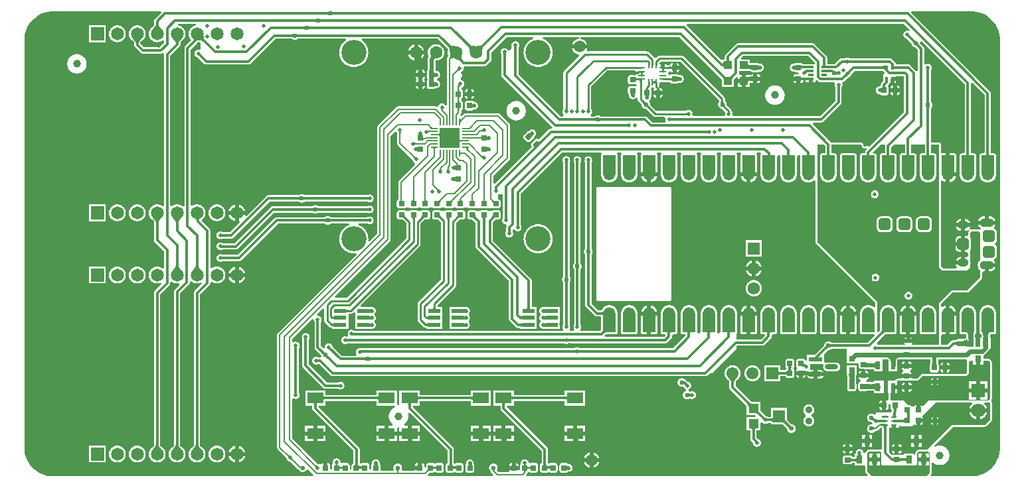
<source format=gbr>
%TF.GenerationSoftware,Altium Limited,Altium Designer,25.5.2 (35)*%
G04 Layer_Physical_Order=1*
G04 Layer_Color=255*
%FSLAX45Y45*%
%MOMM*%
%TF.SameCoordinates,71E00EFA-37BE-4E02-AFE8-A08B7019828F*%
%TF.FilePolarity,Positive*%
%TF.FileFunction,Copper,L1,Top,Signal*%
%TF.Part,Single*%
G01*
G75*
%TA.AperFunction,Conductor*%
%ADD10C,0.30000*%
%TA.AperFunction,FiducialPad,Global*%
%ADD11C,1.00000*%
%TA.AperFunction,SMDPad,CuDef*%
%ADD12C,0.60000*%
%ADD13R,0.80000X0.90000*%
%ADD14R,2.10000X1.40000*%
%ADD15R,0.72000X0.30000*%
G04:AMPARAMS|DCode=16|XSize=0.76mm|YSize=0.6604mm|CornerRadius=0.08255mm|HoleSize=0mm|Usage=FLASHONLY|Rotation=0.000|XOffset=0mm|YOffset=0mm|HoleType=Round|Shape=RoundedRectangle|*
%AMROUNDEDRECTD16*
21,1,0.76000,0.49530,0,0,0.0*
21,1,0.59490,0.66040,0,0,0.0*
1,1,0.16510,0.29745,-0.24765*
1,1,0.16510,-0.29745,-0.24765*
1,1,0.16510,-0.29745,0.24765*
1,1,0.16510,0.29745,0.24765*
%
%ADD16ROUNDEDRECTD16*%
%ADD17R,0.30000X0.60000*%
%ADD18O,0.25000X0.95000*%
%ADD19O,0.95000X0.25000*%
%ADD20O,0.85000X0.20000*%
%ADD21O,0.20000X0.85000*%
%ADD22R,2.65000X2.65000*%
%ADD23C,1.57480*%
%ADD24R,1.57480X1.57480*%
%ADD25O,1.45000X1.05000*%
%ADD26O,1.80000X1.10000*%
G04:AMPARAMS|DCode=27|XSize=1.5mm|YSize=1.5mm|CornerRadius=0.3mm|HoleSize=0mm|Usage=FLASHONLY|Rotation=270.000|XOffset=0mm|YOffset=0mm|HoleType=Round|Shape=RoundedRectangle|*
%AMROUNDEDRECTD27*
21,1,1.50000,0.90000,0,0,270.0*
21,1,0.90000,1.50000,0,0,270.0*
1,1,0.60000,-0.45000,-0.45000*
1,1,0.60000,-0.45000,0.45000*
1,1,0.60000,0.45000,0.45000*
1,1,0.60000,0.45000,-0.45000*
%
%ADD27ROUNDEDRECTD27*%
%ADD28R,1.20000X1.20000*%
%ADD29R,1.50000X1.60000*%
G04:AMPARAMS|DCode=30|XSize=1.68435mm|YSize=0.62684mm|CornerRadius=0.31342mm|HoleSize=0mm|Usage=FLASHONLY|Rotation=0.000|XOffset=0mm|YOffset=0mm|HoleType=Round|Shape=RoundedRectangle|*
%AMROUNDEDRECTD30*
21,1,1.68435,0.00000,0,0,0.0*
21,1,1.05751,0.62684,0,0,0.0*
1,1,0.62684,0.52875,0.00000*
1,1,0.62684,-0.52875,0.00000*
1,1,0.62684,-0.52875,0.00000*
1,1,0.62684,0.52875,0.00000*
%
%ADD30ROUNDEDRECTD30*%
%ADD31R,1.68435X0.62684*%
%ADD32R,0.80000X1.00000*%
%ADD33R,1.60000X0.50000*%
%ADD34R,1.00000X1.00000*%
%ADD35R,0.75000X0.28000*%
%ADD36C,0.25200*%
%ADD37R,0.60000X1.10000*%
%ADD38R,0.80000X0.80000*%
G04:AMPARAMS|DCode=39|XSize=0.76mm|YSize=0.6604mm|CornerRadius=0.08255mm|HoleSize=0mm|Usage=FLASHONLY|Rotation=90.000|XOffset=0mm|YOffset=0mm|HoleType=Round|Shape=RoundedRectangle|*
%AMROUNDEDRECTD39*
21,1,0.76000,0.49530,0,0,90.0*
21,1,0.59490,0.66040,0,0,90.0*
1,1,0.16510,0.24765,0.29745*
1,1,0.16510,0.24765,-0.29745*
1,1,0.16510,-0.24765,-0.29745*
1,1,0.16510,-0.24765,0.29745*
%
%ADD39ROUNDEDRECTD39*%
G04:AMPARAMS|DCode=40|XSize=0.76mm|YSize=0.6604mm|CornerRadius=0.08255mm|HoleSize=0mm|Usage=FLASHONLY|Rotation=225.000|XOffset=0mm|YOffset=0mm|HoleType=Round|Shape=RoundedRectangle|*
%AMROUNDEDRECTD40*
21,1,0.76000,0.49530,0,0,225.0*
21,1,0.59490,0.66040,0,0,225.0*
1,1,0.16510,-0.38544,-0.03521*
1,1,0.16510,0.03521,0.38544*
1,1,0.16510,0.38544,0.03521*
1,1,0.16510,-0.03521,-0.38544*
%
%ADD40ROUNDEDRECTD40*%
%TA.AperFunction,Conductor*%
%ADD41C,0.60000*%
%ADD42C,0.40000*%
%ADD43C,0.20000*%
%ADD44C,0.50000*%
%ADD45C,0.25400*%
%ADD46C,0.25000*%
%TA.AperFunction,ComponentPad*%
%ADD47C,1.50000*%
%ADD48C,1.80000*%
%ADD49R,1.80000X1.80000*%
%ADD50C,1.60000*%
%ADD51C,1.65100*%
%ADD52R,1.65100X1.65100*%
%ADD53R,1.55000X1.55000*%
%ADD54C,1.55000*%
%ADD55C,0.90000*%
%TA.AperFunction,ViaPad*%
%ADD56C,0.50000*%
%ADD57C,3.20000*%
%ADD58C,5.00000*%
G36*
X3921657Y5916228D02*
X3919229Y5917895D01*
X3916504Y5919386D01*
X3913480Y5920702D01*
X3910159Y5921842D01*
X3906540Y5922807D01*
X3902623Y5923597D01*
X3898408Y5924211D01*
X3889085Y5924913D01*
X3883977Y5925000D01*
Y5955000D01*
X3889085Y5955088D01*
X3898408Y5955790D01*
X3902623Y5956404D01*
X3906540Y5957193D01*
X3910159Y5958158D01*
X3913480Y5959298D01*
X3916504Y5960614D01*
X3919229Y5962106D01*
X3921657Y5963772D01*
Y5916228D01*
D02*
G37*
G36*
X3798574Y5872106D02*
X3801300Y5870614D01*
X3804324Y5869298D01*
X3807645Y5868158D01*
X3811264Y5867193D01*
X3815181Y5866404D01*
X3819396Y5865790D01*
X3828719Y5865088D01*
X3833827Y5865000D01*
Y5835000D01*
X3828719Y5834913D01*
X3819396Y5834211D01*
X3815181Y5833597D01*
X3811264Y5832807D01*
X3807645Y5831842D01*
X3804324Y5830702D01*
X3801300Y5829386D01*
X3798574Y5827895D01*
X3796146Y5826228D01*
Y5873772D01*
X3798574Y5872106D01*
D02*
G37*
G36*
X3759546Y5826228D02*
X3757118Y5827895D01*
X3754393Y5829386D01*
X3751369Y5830702D01*
X3748048Y5831842D01*
X3744429Y5832807D01*
X3740512Y5833597D01*
X3736297Y5834211D01*
X3726974Y5834913D01*
X3721866Y5835000D01*
Y5865000D01*
X3726974Y5865088D01*
X3736297Y5865790D01*
X3740512Y5866404D01*
X3744429Y5867193D01*
X3748048Y5868158D01*
X3751369Y5869298D01*
X3754393Y5870614D01*
X3757118Y5872106D01*
X3759546Y5873772D01*
Y5826228D01*
D02*
G37*
G36*
X1738429Y5807622D02*
X1739713Y5801295D01*
X1741852Y5794726D01*
X1744847Y5787914D01*
X1748698Y5780860D01*
X1753404Y5773564D01*
X1758966Y5766025D01*
X1765384Y5758243D01*
X1780787Y5741953D01*
X1665217D01*
X1673346Y5750219D01*
X1687037Y5766025D01*
X1692599Y5773564D01*
X1697305Y5780860D01*
X1701156Y5787914D01*
X1704151Y5794726D01*
X1706290Y5801295D01*
X1707574Y5807622D01*
X1708002Y5813706D01*
X1738002D01*
X1738429Y5807622D01*
D02*
G37*
G36*
X3650082Y5782106D02*
X3652808Y5780614D01*
X3655831Y5779298D01*
X3659152Y5778158D01*
X3662772Y5777193D01*
X3666689Y5776404D01*
X3670903Y5775790D01*
X3680226Y5775088D01*
X3685335Y5775000D01*
Y5745000D01*
X3680226Y5744913D01*
X3670903Y5744211D01*
X3666689Y5743597D01*
X3662772Y5742807D01*
X3659152Y5741842D01*
X3655831Y5740702D01*
X3652808Y5739386D01*
X3650082Y5737895D01*
X3647654Y5736228D01*
Y5783772D01*
X3650082Y5782106D01*
D02*
G37*
G36*
X3611054Y5736228D02*
X3608626Y5737895D01*
X3605900Y5739386D01*
X3602877Y5740702D01*
X3599555Y5741842D01*
X3595936Y5742807D01*
X3592019Y5743597D01*
X3587805Y5744211D01*
X3578482Y5744913D01*
X3573373Y5745000D01*
Y5775000D01*
X3578482Y5775088D01*
X3587805Y5775790D01*
X3592019Y5776404D01*
X3595936Y5777193D01*
X3599555Y5778158D01*
X3602877Y5779298D01*
X3605900Y5780614D01*
X3608626Y5782106D01*
X3611054Y5783772D01*
Y5736228D01*
D02*
G37*
G36*
X11322853Y5732957D02*
X11311724Y5716330D01*
X11306664Y5718767D01*
X11301363Y5720621D01*
X11295889Y5721871D01*
X11290308Y5722500D01*
X11284692D01*
X11279111Y5721871D01*
X11273636Y5720621D01*
X11268336Y5718767D01*
X11263276Y5716330D01*
X11258521Y5713342D01*
X11254130Y5709841D01*
X11250159Y5705870D01*
X11246658Y5701479D01*
X11243670Y5696724D01*
X11241233Y5691664D01*
X11239379Y5686364D01*
X11238129Y5680889D01*
X11237500Y5675308D01*
Y5669692D01*
X11238129Y5664111D01*
X11239379Y5658636D01*
X11241233Y5653336D01*
X11243670Y5648276D01*
X11246658Y5643521D01*
X11250159Y5639130D01*
X11254130Y5635159D01*
X11258521Y5631658D01*
X11263276Y5628670D01*
X11268336Y5626233D01*
X11273636Y5624379D01*
X11279111Y5623129D01*
X11280317Y5622993D01*
X11338390Y5564920D01*
Y5563521D01*
X11339082Y5557383D01*
X11340456Y5551360D01*
X11342497Y5545529D01*
X11345177Y5539964D01*
X11348463Y5534733D01*
X11352315Y5529903D01*
X11356683Y5525535D01*
X11361513Y5521683D01*
X11366744Y5518397D01*
X11372309Y5515717D01*
X11378140Y5513676D01*
X11384163Y5512302D01*
X11388649Y5511796D01*
X11422414Y5474065D01*
Y5209098D01*
X11414051Y5204819D01*
X11402414Y5203487D01*
X11401802Y5204403D01*
X11398345Y5208345D01*
X11328345Y5278345D01*
X11324403Y5281802D01*
X11320043Y5284715D01*
X11315341Y5287034D01*
X11310375Y5288720D01*
X11305232Y5289743D01*
X11300000Y5290086D01*
X11140086D01*
Y5292500D01*
X11140000Y5293810D01*
Y5305000D01*
X11137999D01*
X11137035Y5307840D01*
X11134715Y5312543D01*
X11131802Y5316903D01*
X11128345Y5320845D01*
X11090845Y5358345D01*
X11086903Y5361802D01*
X11082543Y5364715D01*
X11077840Y5367034D01*
X11072875Y5368720D01*
X11067732Y5369743D01*
X11062500Y5370086D01*
X10552427D01*
X10551479Y5370842D01*
X10546724Y5373830D01*
X10541664Y5376267D01*
X10536363Y5378121D01*
X10530889Y5379371D01*
X10525308Y5380000D01*
X10519692D01*
X10514111Y5379371D01*
X10508636Y5378121D01*
X10503336Y5376267D01*
X10498276Y5373830D01*
X10493521Y5370842D01*
X10492572Y5370086D01*
X10452500D01*
X10447268Y5369743D01*
X10442125Y5368720D01*
X10437160Y5367034D01*
X10432457Y5364715D01*
X10428097Y5361802D01*
X10424155Y5358345D01*
X10360896Y5295086D01*
X10265791D01*
Y5374000D01*
X10265448Y5379232D01*
X10264425Y5384375D01*
X10262739Y5389340D01*
X10260420Y5394043D01*
X10257507Y5398403D01*
X10254050Y5402345D01*
X10108050Y5548345D01*
X10104108Y5551802D01*
X10099748Y5554715D01*
X10095045Y5557034D01*
X10090080Y5558720D01*
X10084937Y5559743D01*
X10079705Y5560086D01*
X9130001D01*
X9124769Y5559743D01*
X9119626Y5558720D01*
X9114661Y5557034D01*
X9109958Y5554715D01*
X9105599Y5551802D01*
X9101656Y5548345D01*
X8971656Y5418345D01*
X8968199Y5414403D01*
X8965286Y5410043D01*
X8962967Y5405340D01*
X8961282Y5400375D01*
X8960258Y5395232D01*
X8959916Y5390000D01*
Y5355000D01*
X8925002D01*
Y5355001D01*
X8915590Y5351102D01*
X8476777Y5789915D01*
X8485062Y5809914D01*
X11245896D01*
X11322853Y5732957D01*
D02*
G37*
G36*
X11312596Y5671481D02*
X11312902Y5670574D01*
X11313416Y5669529D01*
X11314139Y5668347D01*
X11315070Y5667027D01*
X11317559Y5663973D01*
X11320881Y5660367D01*
X11322855Y5658358D01*
X11301642Y5637145D01*
X11299633Y5639119D01*
X11292973Y5644930D01*
X11291653Y5645861D01*
X11290470Y5646584D01*
X11289426Y5647098D01*
X11288519Y5647404D01*
X11287750Y5647501D01*
X11312499Y5672250D01*
X11312596Y5671481D01*
D02*
G37*
G36*
X3499020Y5682106D02*
X3501746Y5680614D01*
X3504769Y5679299D01*
X3508091Y5678158D01*
X3511710Y5677193D01*
X3515627Y5676404D01*
X3519841Y5675790D01*
X3529164Y5675088D01*
X3534273Y5675000D01*
Y5645000D01*
X3529164Y5644913D01*
X3519841Y5644211D01*
X3515627Y5643597D01*
X3511710Y5642807D01*
X3508091Y5641842D01*
X3504769Y5640702D01*
X3501746Y5639386D01*
X3499020Y5637895D01*
X3496592Y5636228D01*
Y5683772D01*
X3499020Y5682106D01*
D02*
G37*
G36*
X3459992Y5636228D02*
X3457564Y5637895D01*
X3454838Y5639386D01*
X3451815Y5640702D01*
X3448493Y5641842D01*
X3444874Y5642807D01*
X3440957Y5643597D01*
X3436743Y5644211D01*
X3427420Y5644913D01*
X3422311Y5645000D01*
Y5675000D01*
X3427420Y5675088D01*
X3436743Y5675790D01*
X3440957Y5676404D01*
X3444874Y5677193D01*
X3448493Y5678158D01*
X3451815Y5679299D01*
X3454838Y5680614D01*
X3457564Y5682106D01*
X3459992Y5683772D01*
Y5636228D01*
D02*
G37*
G36*
X2313645Y5670581D02*
X2315139Y5649724D01*
X2316537Y5640460D01*
X2318369Y5631973D01*
X2320634Y5624262D01*
X2323333Y5617328D01*
X2326465Y5611170D01*
X2330031Y5605789D01*
X2334031Y5601184D01*
X2312818Y5579971D01*
X2308213Y5583971D01*
X2302832Y5587537D01*
X2296674Y5590669D01*
X2289740Y5593368D01*
X2282029Y5595633D01*
X2273542Y5597465D01*
X2264278Y5598863D01*
X2254237Y5599827D01*
X2231827Y5600454D01*
X2313548Y5682175D01*
X2313645Y5670581D01*
D02*
G37*
G36*
X11368086Y5613251D02*
X11375175Y5607155D01*
X11378589Y5604609D01*
X11381917Y5602397D01*
X11385159Y5600520D01*
X11388314Y5598978D01*
X11391382Y5597771D01*
X11394364Y5596898D01*
X11397259Y5596359D01*
X11363640Y5562740D01*
X11363102Y5565636D01*
X11362229Y5568618D01*
X11361022Y5571686D01*
X11359479Y5574841D01*
X11357603Y5578083D01*
X11355391Y5581410D01*
X11352845Y5584825D01*
X11346749Y5591914D01*
X11343199Y5595587D01*
X11364412Y5616801D01*
X11368086Y5613251D01*
D02*
G37*
G36*
X1518657Y5615782D02*
X1504966Y5599976D01*
X1499404Y5592437D01*
X1494698Y5585141D01*
X1490847Y5578087D01*
X1487852Y5571275D01*
X1485713Y5564706D01*
X1484429Y5558379D01*
X1484002Y5552294D01*
X1454002D01*
X1453574Y5558379D01*
X1452290Y5564706D01*
X1450151Y5571275D01*
X1447156Y5578087D01*
X1443305Y5585141D01*
X1438599Y5592437D01*
X1433037Y5599976D01*
X1426619Y5607758D01*
X1411217Y5624048D01*
X1526787D01*
X1518657Y5615782D01*
D02*
G37*
G36*
X2028932Y5617506D02*
X2015527Y5601046D01*
X2010082Y5593267D01*
X2005474Y5585788D01*
X2001704Y5578611D01*
X1998772Y5571734D01*
X1996677Y5565157D01*
X1995420Y5558882D01*
X1995002Y5552907D01*
X1965002Y5551797D01*
X1964566Y5557980D01*
X1963257Y5564349D01*
X1961077Y5570904D01*
X1958025Y5577644D01*
X1954100Y5584570D01*
X1949304Y5591682D01*
X1943635Y5598979D01*
X1937095Y5606463D01*
X1921397Y5621987D01*
X2036891Y5626187D01*
X2028932Y5617506D01*
D02*
G37*
G36*
X8925001Y5098311D02*
Y5005001D01*
X9075001D01*
Y5098311D01*
X9106124Y5129433D01*
X9124602Y5121780D01*
Y5105401D01*
X9174601D01*
Y5155400D01*
X9154769D01*
X9151978Y5156858D01*
X9148586Y5160125D01*
X9139800Y5174677D01*
X9139786Y5175400D01*
X9140088Y5180001D01*
Y5205001D01*
X9223595D01*
X9225002Y5204922D01*
X9293841D01*
X9296690Y5201673D01*
X9299967Y5198799D01*
X9303592Y5196377D01*
X9307502Y5194449D01*
X9311630Y5193048D01*
X9315905Y5192197D01*
X9320255Y5191912D01*
X9379745D01*
X9384095Y5192197D01*
X9388371Y5193048D01*
X9392498Y5194449D01*
X9396408Y5196377D01*
X9400033Y5198799D01*
X9401317Y5199925D01*
X9409998D01*
X9411341Y5200000D01*
X9412808D01*
X9414266Y5200164D01*
X9415605Y5200240D01*
X9416929Y5200464D01*
X9418389Y5200629D01*
X9419819Y5200955D01*
X9421142Y5201180D01*
X9422432Y5201552D01*
X9423864Y5201879D01*
X9425250Y5202364D01*
X9426538Y5202735D01*
X9427776Y5203248D01*
X9429164Y5203733D01*
X9430489Y5204371D01*
X9431727Y5204884D01*
X9432898Y5205532D01*
X9434224Y5206170D01*
X9435471Y5206954D01*
X9436642Y5207600D01*
X9437732Y5208374D01*
X9438979Y5209158D01*
X9440130Y5210076D01*
X9441222Y5210850D01*
X9442219Y5211742D01*
X9443370Y5212659D01*
X9444411Y5213700D01*
X9445409Y5214592D01*
X9446301Y5215591D01*
X9447341Y5216630D01*
X9448257Y5217779D01*
X9449151Y5218780D01*
X9449928Y5219874D01*
X9450842Y5221021D01*
X9451622Y5222263D01*
X9452401Y5223360D01*
X9453052Y5224538D01*
X9453830Y5225776D01*
X9454464Y5227092D01*
X9455117Y5228275D01*
X9455635Y5229524D01*
X9456267Y5230836D01*
X9456747Y5232210D01*
X9457267Y5233463D01*
X9457642Y5234768D01*
X9458121Y5236136D01*
X9458444Y5237550D01*
X9458821Y5238860D01*
X9459049Y5240203D01*
X9459371Y5241611D01*
X9459533Y5243049D01*
X9459762Y5244396D01*
X9459839Y5245760D01*
X9460000Y5247192D01*
Y5248633D01*
X9460077Y5250003D01*
X9460000Y5251373D01*
Y5252808D01*
X9459839Y5254234D01*
X9459762Y5255610D01*
X9459531Y5256971D01*
X9459371Y5258389D01*
X9459054Y5259778D01*
X9458821Y5261147D01*
X9458437Y5262482D01*
X9458121Y5263863D01*
X9457653Y5265202D01*
X9457267Y5266543D01*
X9456733Y5267832D01*
X9456267Y5269164D01*
X9455654Y5270435D01*
X9455117Y5271732D01*
X9454439Y5272959D01*
X9453830Y5274224D01*
X9453082Y5275414D01*
X9452401Y5276647D01*
X9451586Y5277795D01*
X9450842Y5278979D01*
X9449970Y5280072D01*
X9449151Y5281227D01*
X9448208Y5282282D01*
X9447341Y5283370D01*
X9446357Y5284353D01*
X9445409Y5285414D01*
X9444348Y5286362D01*
X9443370Y5287341D01*
X9442288Y5288204D01*
X9441222Y5289156D01*
X9440055Y5289984D01*
X9438979Y5290842D01*
X9437813Y5291575D01*
X9436642Y5292406D01*
X9435384Y5293101D01*
X9434224Y5293830D01*
X9432991Y5294423D01*
X9431727Y5295123D01*
X9430391Y5295675D01*
X9429164Y5296267D01*
X9427879Y5296716D01*
X9426538Y5297272D01*
X9425143Y5297673D01*
X9423864Y5298121D01*
X9422542Y5298423D01*
X9421142Y5298826D01*
X9419706Y5299070D01*
X9418389Y5299371D01*
X9417045Y5299522D01*
X9415605Y5299767D01*
X9414149Y5299849D01*
X9412808Y5300000D01*
X9411459D01*
X9409998Y5300082D01*
X9401317D01*
X9400033Y5301208D01*
X9396408Y5303630D01*
X9392498Y5305558D01*
X9388371Y5306959D01*
X9384095Y5307810D01*
X9379745Y5308095D01*
X9320255D01*
X9315905Y5307810D01*
X9311630Y5306959D01*
X9307502Y5305558D01*
X9306531Y5305079D01*
X9275001D01*
Y5355000D01*
X9177823D01*
X9170170Y5373478D01*
X9196606Y5399914D01*
X10023101D01*
X10108015Y5315000D01*
X10105744Y5295000D01*
X10065021D01*
X10063707Y5295086D01*
X9955867D01*
X9953019Y5298333D01*
X9949742Y5301207D01*
X9946117Y5303629D01*
X9942207Y5305557D01*
X9938079Y5306958D01*
X9933804Y5307809D01*
X9929454Y5308094D01*
X9869964D01*
X9865614Y5307809D01*
X9861338Y5306958D01*
X9857211Y5305557D01*
X9853301Y5303629D01*
X9849676Y5301207D01*
X9848392Y5300081D01*
X9839711D01*
X9838309Y5300003D01*
X9836903D01*
X9835505Y5299845D01*
X9834104Y5299766D01*
X9832719Y5299531D01*
X9831322Y5299374D01*
X9829954Y5299061D01*
X9828567Y5298826D01*
X9827215Y5298436D01*
X9825847Y5298124D01*
X9824523Y5297660D01*
X9823171Y5297271D01*
X9821872Y5296733D01*
X9820547Y5296269D01*
X9819281Y5295660D01*
X9817982Y5295122D01*
X9816752Y5294442D01*
X9815487Y5293833D01*
X9814296Y5293085D01*
X9813067Y5292405D01*
X9811923Y5291593D01*
X9810732Y5290845D01*
X9809632Y5289968D01*
X9808487Y5289156D01*
X9807441Y5288221D01*
X9806341Y5287344D01*
X9805346Y5286349D01*
X9804300Y5285414D01*
X9803365Y5284367D01*
X9802370Y5283372D01*
X9801493Y5282273D01*
X9800558Y5281226D01*
X9799745Y5280081D01*
X9798869Y5278982D01*
X9798120Y5277791D01*
X9797308Y5276646D01*
X9796629Y5275417D01*
X9795881Y5274227D01*
X9795271Y5272961D01*
X9794592Y5271731D01*
X9794054Y5270432D01*
X9793444Y5269167D01*
X9792980Y5267842D01*
X9792442Y5266543D01*
X9792053Y5265191D01*
X9791590Y5263866D01*
X9791277Y5262498D01*
X9790888Y5261146D01*
X9790652Y5259760D01*
X9790340Y5258391D01*
X9790182Y5256995D01*
X9789947Y5255610D01*
X9789868Y5254208D01*
X9789711Y5252811D01*
Y5251405D01*
X9789632Y5250003D01*
X9789711Y5248601D01*
Y5247195D01*
X9789868Y5245797D01*
X9789947Y5244396D01*
X9790182Y5243011D01*
X9790340Y5241614D01*
X9790652Y5240246D01*
X9790888Y5238859D01*
X9791277Y5237507D01*
X9791590Y5236139D01*
X9792053Y5234815D01*
X9792442Y5233463D01*
X9792980Y5232164D01*
X9793444Y5230838D01*
X9794054Y5229573D01*
X9794592Y5228274D01*
X9795271Y5227044D01*
X9795881Y5225779D01*
X9796629Y5224588D01*
X9797308Y5223359D01*
X9798120Y5222215D01*
X9798869Y5221024D01*
X9799745Y5219924D01*
X9800558Y5218779D01*
X9801493Y5217733D01*
X9802370Y5216633D01*
X9803365Y5215638D01*
X9804300Y5214592D01*
X9805346Y5213657D01*
X9806341Y5212662D01*
X9807441Y5211785D01*
X9808487Y5210850D01*
X9809632Y5210037D01*
X9810732Y5209161D01*
X9811923Y5208412D01*
X9813067Y5207600D01*
X9814296Y5206921D01*
X9815487Y5206173D01*
X9816752Y5205563D01*
X9817982Y5204883D01*
X9819281Y5204345D01*
X9820547Y5203736D01*
X9821872Y5203272D01*
X9823171Y5202734D01*
X9824523Y5202345D01*
X9825847Y5201881D01*
X9827215Y5201569D01*
X9828567Y5201180D01*
X9829954Y5200944D01*
X9831322Y5200632D01*
X9832719Y5200474D01*
X9834104Y5200239D01*
X9835505Y5200160D01*
X9836903Y5200003D01*
X9838309D01*
X9839711Y5199924D01*
X9848392D01*
X9849676Y5198798D01*
X9853301Y5196376D01*
X9857211Y5194448D01*
X9861338Y5193047D01*
X9865614Y5192196D01*
X9869964Y5191911D01*
X9882685D01*
X9902290Y5172376D01*
X9902254Y5169096D01*
X9900947Y5168490D01*
X9869964D01*
X9865562Y5168201D01*
X9861235Y5167341D01*
X9857057Y5165923D01*
X9853100Y5163971D01*
X9849432Y5161521D01*
X9846115Y5158611D01*
X9843206Y5155295D01*
X9840756Y5151626D01*
X9838804Y5147670D01*
X9837386Y5143492D01*
X9836525Y5139165D01*
X9836279Y5135398D01*
X9845944D01*
X9862178Y5136457D01*
X9862574Y5136799D01*
Y5135398D01*
X9899709D01*
Y5109998D01*
X9922374D01*
Y5122689D01*
X9923381Y5122178D01*
X9925328Y5121721D01*
X9928214Y5121317D01*
X9936692Y5120680D01*
X9937214Y5134940D01*
X9938108Y5132102D01*
X9939478Y5129562D01*
X9941323Y5127321D01*
X9943645Y5125379D01*
X9946441Y5123735D01*
X9949714Y5122390D01*
X9953462Y5121345D01*
X9957685Y5120598D01*
X9961495Y5120234D01*
X9974707Y5120000D01*
Y5116706D01*
X9976867Y5116343D01*
X9992305Y5105387D01*
Y5064600D01*
X10028304D01*
Y5090409D01*
X10026705Y5090610D01*
X10028304D01*
Y5105000D01*
X10079104D01*
Y5090610D01*
X10086705D01*
X10083855Y5090252D01*
X10081305Y5089300D01*
X10079104Y5087788D01*
Y5064600D01*
X10115105D01*
Y5079628D01*
X10135105Y5087912D01*
X10146362Y5076655D01*
X10150304Y5073198D01*
X10154664Y5070285D01*
X10159367Y5067966D01*
X10164332Y5066280D01*
X10164705Y5066206D01*
Y5065000D01*
X10173401D01*
X10174707Y5064914D01*
X10235703D01*
X10235707Y5064914D01*
X10347621D01*
X10353383Y5060087D01*
X10361167Y5047060D01*
X10361253Y5044914D01*
X10360334Y5040888D01*
X10359705Y5035308D01*
Y5029692D01*
X10360334Y5024111D01*
X10361584Y5018636D01*
X10363439Y5013335D01*
X10365875Y5008276D01*
X10368863Y5003521D01*
X10369619Y5002572D01*
Y4826309D01*
X10173396Y4630086D01*
X9073290D01*
X9069408Y4632538D01*
X9065977Y4636672D01*
X9059024Y4650086D01*
X9059373Y4651612D01*
X9060001Y4657192D01*
Y4662808D01*
X9059373Y4668389D01*
X9058123Y4673864D01*
X9056268Y4679165D01*
X9053832Y4684224D01*
X9050844Y4688979D01*
X9047342Y4693370D01*
X9045846Y4694866D01*
Y4696652D01*
X9045524Y4701557D01*
X9044566Y4706378D01*
X9042985Y4711034D01*
X9040811Y4715442D01*
X9038080Y4719530D01*
X9034839Y4723226D01*
X8984610Y4773454D01*
X8985000Y4776911D01*
Y4783089D01*
X8984308Y4789227D01*
X8982934Y4795250D01*
X8980893Y4801081D01*
X8978213Y4806646D01*
X8974926Y4811877D01*
X8971075Y4816707D01*
X8966707Y4821075D01*
X8962498Y4824431D01*
Y4850082D01*
X8962177Y4854987D01*
X8961218Y4859808D01*
X8959638Y4864463D01*
X8957463Y4868872D01*
X8954732Y4872960D01*
X8951491Y4876655D01*
X8436573Y5391573D01*
X8432877Y5394814D01*
X8428790Y5397545D01*
X8424381Y5399720D01*
X8419726Y5401300D01*
X8414905Y5402259D01*
X8410000Y5402580D01*
X8130000D01*
X8125095Y5402259D01*
X8120274Y5401300D01*
X8115619Y5399720D01*
X8111210Y5397545D01*
X8107122Y5394814D01*
X8103427Y5391573D01*
X8087454Y5375600D01*
X8086537Y5375110D01*
X8081462Y5373861D01*
X8064073Y5374073D01*
X7991573Y5446573D01*
X7987877Y5449815D01*
X7983790Y5452546D01*
X7979381Y5454720D01*
X7974726Y5456300D01*
X7969905Y5457259D01*
X7965000Y5457580D01*
X7220000D01*
X7215095Y5457259D01*
X7213121Y5456866D01*
X7202002Y5471974D01*
X7201046Y5477681D01*
X7202846Y5481542D01*
X7205844Y5489780D01*
X7207136Y5494600D01*
X7012864D01*
X7014156Y5489780D01*
X7017154Y5481542D01*
X7020859Y5473596D01*
X7025243Y5466004D01*
X7030271Y5458822D01*
X7035907Y5452106D01*
X7042106Y5445907D01*
X7048822Y5440271D01*
X7056004Y5435243D01*
X7063596Y5430859D01*
X7071542Y5427154D01*
X7079780Y5424156D01*
X7088249Y5421887D01*
X7094375Y5420806D01*
X7098284Y5414422D01*
X7101718Y5399864D01*
X6913427Y5211573D01*
X6910186Y5207878D01*
X6907455Y5203790D01*
X6905280Y5199382D01*
X6903700Y5194726D01*
X6902741Y5189905D01*
X6902420Y5185000D01*
Y4723070D01*
X6899158Y4718979D01*
X6896170Y4714224D01*
X6893733Y4709164D01*
X6891879Y4703864D01*
X6890629Y4698389D01*
X6890000Y4692808D01*
Y4687192D01*
X6890629Y4681611D01*
X6891879Y4676136D01*
X6893733Y4670836D01*
X6896170Y4665776D01*
X6899158Y4661021D01*
X6902659Y4656630D01*
X6906630Y4652659D01*
X6911021Y4649158D01*
X6902650Y4630797D01*
X6900219Y4627586D01*
X6869106D01*
X6331162Y5165530D01*
Y5506779D01*
X6331918Y5507728D01*
X6334906Y5512483D01*
X6337342Y5517543D01*
X6339197Y5522843D01*
X6340447Y5528318D01*
X6341076Y5533899D01*
Y5539515D01*
X6340447Y5545096D01*
X6339197Y5550571D01*
X6337342Y5555871D01*
X6334906Y5560931D01*
X6331918Y5565686D01*
X6328417Y5570077D01*
X6324446Y5574048D01*
X6320055Y5577549D01*
X6315300Y5580537D01*
X6310240Y5582974D01*
X6304939Y5584828D01*
X6299464Y5586078D01*
X6293884Y5586707D01*
X6288268D01*
X6282687Y5586078D01*
X6277212Y5584828D01*
X6271912Y5582974D01*
X6266852Y5580537D01*
X6262097Y5577549D01*
X6257706Y5574048D01*
X6253735Y5570077D01*
X6250234Y5565686D01*
X6247246Y5560931D01*
X6244809Y5555871D01*
X6242954Y5550571D01*
X6241705Y5545096D01*
X6241076Y5539515D01*
Y5533899D01*
X6241705Y5528318D01*
X6242954Y5522843D01*
X6244809Y5517543D01*
X6245166Y5516802D01*
X6242869Y5505941D01*
X6236098Y5495821D01*
X6234931Y5494839D01*
X6197853Y5473003D01*
X6193831Y5474225D01*
X6190843Y5478979D01*
X6187342Y5483370D01*
X6183371Y5487341D01*
X6178980Y5490842D01*
X6174225Y5493830D01*
X6169165Y5496267D01*
X6163864Y5498122D01*
X6158390Y5499371D01*
X6152809Y5500000D01*
X6147193D01*
X6141612Y5499371D01*
X6136137Y5498122D01*
X6130837Y5496267D01*
X6125777Y5493830D01*
X6121022Y5490842D01*
X6116631Y5487341D01*
X6112660Y5483370D01*
X6109159Y5478979D01*
X6106171Y5474224D01*
X6103734Y5469165D01*
X6101880Y5463864D01*
X6100630Y5458389D01*
X6100001Y5452808D01*
Y5447192D01*
X6100630Y5441612D01*
X6101880Y5436137D01*
X6103734Y5430836D01*
X6106171Y5425776D01*
X6109159Y5421021D01*
X6109915Y5420073D01*
Y5160001D01*
X6110258Y5154769D01*
X6111281Y5149626D01*
X6112966Y5144661D01*
X6115286Y5139958D01*
X6118199Y5135598D01*
X6121656Y5131656D01*
X6763226Y4490086D01*
X6754942Y4470086D01*
X6745000D01*
X6739768Y4469743D01*
X6734625Y4468720D01*
X6729660Y4467035D01*
X6724957Y4464715D01*
X6720597Y4461802D01*
X6716655Y4458345D01*
X6588753Y4330443D01*
X6586584Y4332612D01*
X6583307Y4335486D01*
X6579682Y4337908D01*
X6575772Y4339836D01*
X6571644Y4341237D01*
X6567369Y4342088D01*
X6563019Y4342373D01*
X6558669Y4342088D01*
X6554393Y4341237D01*
X6550265Y4339836D01*
X6546356Y4337908D01*
X6542731Y4335486D01*
X6539454Y4332612D01*
X6497388Y4290546D01*
X6494513Y4287269D01*
X6492092Y4283644D01*
X6490164Y4279734D01*
X6488762Y4275606D01*
X6487912Y4271331D01*
X6487627Y4266981D01*
X6487912Y4262631D01*
X6488762Y4258355D01*
X6490164Y4254227D01*
X6492092Y4250318D01*
X6494513Y4246693D01*
X6497388Y4243416D01*
X6499557Y4241247D01*
X6030077Y3771766D01*
X6010077Y3780051D01*
Y3870472D01*
X6214803Y4075198D01*
X6217828Y4078647D01*
X6220377Y4082462D01*
X6222406Y4086577D01*
X6223881Y4090922D01*
X6224776Y4095422D01*
X6225076Y4100000D01*
Y4510000D01*
X6224776Y4514578D01*
X6223881Y4519079D01*
X6222406Y4523423D01*
X6220377Y4527538D01*
X6217828Y4531353D01*
X6214803Y4534802D01*
X6094803Y4654802D01*
X6091354Y4657827D01*
X6087539Y4660376D01*
X6083424Y4662405D01*
X6079080Y4663880D01*
X6074579Y4664775D01*
X6070001Y4665075D01*
X5652502D01*
X5647923Y4664775D01*
X5643423Y4663880D01*
X5639079Y4662405D01*
X5634964Y4660376D01*
X5631149Y4657827D01*
X5627700Y4654802D01*
X5602606Y4629708D01*
X5597031Y4629094D01*
X5596692Y4629301D01*
X5592943Y4633677D01*
X5589838Y4650096D01*
X5590233Y4650773D01*
X5592828Y4653732D01*
X5595377Y4657547D01*
X5597406Y4661661D01*
X5598881Y4666006D01*
X5599776Y4670506D01*
X5600076Y4675084D01*
Y4703638D01*
X5602518Y4704467D01*
X5606428Y4706395D01*
X5610053Y4708817D01*
X5613330Y4711691D01*
X5616205Y4714969D01*
X5618627Y4718593D01*
X5620555Y4722503D01*
X5621956Y4726631D01*
X5622806Y4730906D01*
X5623091Y4735256D01*
Y4794746D01*
X5622806Y4799096D01*
X5621956Y4803372D01*
X5620555Y4807500D01*
X5618627Y4811409D01*
X5616205Y4815034D01*
X5613330Y4818312D01*
X5610053Y4821186D01*
X5606428Y4823608D01*
X5602518Y4825536D01*
X5600076Y4826365D01*
X5600077Y4853635D01*
X5602518Y4854464D01*
X5606428Y4856392D01*
X5610053Y4858814D01*
X5613330Y4861688D01*
X5616205Y4864966D01*
X5618627Y4868590D01*
X5620555Y4872500D01*
X5621956Y4876628D01*
X5622806Y4880904D01*
X5623091Y4885254D01*
Y4944743D01*
X5622806Y4949093D01*
X5621956Y4953369D01*
X5620555Y4957497D01*
X5618627Y4961407D01*
X5616205Y4965031D01*
X5613330Y4968309D01*
X5610053Y4971183D01*
X5606428Y4973605D01*
X5602518Y4975533D01*
X5600077Y4976362D01*
Y4995228D01*
X5602235Y4995721D01*
X5607536Y4997575D01*
X5612595Y5000012D01*
X5617350Y5003000D01*
X5621741Y5006501D01*
X5625712Y5010472D01*
X5629214Y5014863D01*
X5632201Y5019618D01*
X5634638Y5024678D01*
X5636493Y5029978D01*
X5637742Y5035453D01*
X5638371Y5041034D01*
Y5046650D01*
X5637742Y5052230D01*
X5636493Y5057705D01*
X5634638Y5063006D01*
X5632201Y5068066D01*
X5629214Y5072821D01*
X5625712Y5077212D01*
X5621741Y5081183D01*
X5617350Y5084684D01*
X5612595Y5087672D01*
X5607536Y5090108D01*
X5602235Y5091963D01*
X5598619Y5092788D01*
X5594868Y5099044D01*
X5591299Y5110040D01*
X5591327Y5113781D01*
X5613917Y5136371D01*
Y5185616D01*
X5613917D01*
X5615535Y5204823D01*
X5617342Y5206630D01*
X5620844Y5211021D01*
X5623832Y5215776D01*
X5626268Y5220836D01*
X5628123Y5226137D01*
X5629373Y5231612D01*
X5630001Y5237192D01*
Y5242808D01*
X5629373Y5248389D01*
X5628992Y5250057D01*
X5629295Y5252182D01*
X5634906Y5262038D01*
X5639408Y5267463D01*
X5643290Y5269914D01*
X5897500D01*
X5902732Y5270257D01*
X5907875Y5271280D01*
X5912840Y5272966D01*
X5917543Y5275285D01*
X5921903Y5278198D01*
X5925845Y5281655D01*
X5973345Y5329155D01*
X5976802Y5333097D01*
X5979715Y5337457D01*
X5982035Y5342160D01*
X5983720Y5347125D01*
X5984743Y5352268D01*
X5985086Y5357500D01*
Y5448396D01*
X6176604Y5639915D01*
X6516443D01*
X6519745Y5619915D01*
X6514798Y5618235D01*
X6503608Y5613600D01*
X6492744Y5608243D01*
X6482254Y5602186D01*
X6472183Y5595457D01*
X6462574Y5588084D01*
X6453467Y5580097D01*
X6444902Y5571532D01*
X6436916Y5562426D01*
X6429542Y5552816D01*
X6422813Y5542745D01*
X6416757Y5532255D01*
X6411399Y5521392D01*
X6406764Y5510201D01*
X6402871Y5498731D01*
X6399736Y5487032D01*
X6397373Y5475152D01*
X6395792Y5463143D01*
X6394999Y5451056D01*
Y5438944D01*
X6395792Y5426857D01*
X6397373Y5414848D01*
X6399736Y5402968D01*
X6402871Y5391269D01*
X6406764Y5379799D01*
X6411399Y5368609D01*
X6416757Y5357745D01*
X6422813Y5347255D01*
X6429542Y5337184D01*
X6436916Y5327575D01*
X6444902Y5318468D01*
X6453467Y5309903D01*
X6462574Y5301916D01*
X6472183Y5294543D01*
X6482254Y5287814D01*
X6492744Y5281757D01*
X6503608Y5276400D01*
X6514798Y5271765D01*
X6526268Y5267871D01*
X6537968Y5264736D01*
X6549847Y5262373D01*
X6561856Y5260792D01*
X6573943Y5260000D01*
X6586056D01*
X6598142Y5260792D01*
X6610151Y5262373D01*
X6622031Y5264736D01*
X6633731Y5267871D01*
X6645200Y5271765D01*
X6656391Y5276400D01*
X6667254Y5281757D01*
X6677744Y5287814D01*
X6687815Y5294543D01*
X6697425Y5301916D01*
X6706531Y5309903D01*
X6715096Y5318468D01*
X6723083Y5327575D01*
X6730456Y5337184D01*
X6737186Y5347255D01*
X6743242Y5357745D01*
X6748599Y5368609D01*
X6753234Y5379799D01*
X6757128Y5391269D01*
X6760263Y5402968D01*
X6762626Y5414848D01*
X6764207Y5426857D01*
X6764999Y5438944D01*
Y5451056D01*
X6764207Y5463143D01*
X6762626Y5475152D01*
X6760263Y5487032D01*
X6757128Y5498731D01*
X6753234Y5510201D01*
X6748599Y5521392D01*
X6743242Y5532255D01*
X6737186Y5542745D01*
X6730456Y5552816D01*
X6723083Y5562426D01*
X6715096Y5571532D01*
X6706531Y5580097D01*
X6697425Y5588084D01*
X6687815Y5595457D01*
X6677744Y5602186D01*
X6667254Y5608243D01*
X6656391Y5613600D01*
X6645200Y5618235D01*
X6640253Y5619915D01*
X6643555Y5639915D01*
X7099197D01*
X7100071Y5619915D01*
X7096883Y5619636D01*
X7088249Y5618113D01*
X7079780Y5615844D01*
X7071542Y5612846D01*
X7063596Y5609141D01*
X7056004Y5604757D01*
X7048822Y5599728D01*
X7042106Y5594093D01*
X7035907Y5587894D01*
X7030271Y5581178D01*
X7025243Y5573996D01*
X7020859Y5566404D01*
X7017154Y5558458D01*
X7014156Y5550220D01*
X7012864Y5545400D01*
X7207136D01*
X7205844Y5550220D01*
X7202846Y5558458D01*
X7199141Y5566404D01*
X7194757Y5573996D01*
X7189729Y5581178D01*
X7184093Y5587894D01*
X7177894Y5594093D01*
X7171178Y5599728D01*
X7163996Y5604757D01*
X7156404Y5609141D01*
X7148458Y5612846D01*
X7140220Y5615844D01*
X7131751Y5618113D01*
X7123117Y5619636D01*
X7119929Y5619915D01*
X7120803Y5639915D01*
X8383398D01*
X8925001Y5098311D01*
D02*
G37*
G36*
X11423685Y5565905D02*
X11424392Y5562879D01*
X11425427Y5559749D01*
X11426792Y5556513D01*
X11428487Y5553173D01*
X11430511Y5549727D01*
X11432864Y5546177D01*
X11438558Y5538762D01*
X11441899Y5534897D01*
X11419543Y5514891D01*
X11416071Y5518639D01*
X11409332Y5525118D01*
X11406063Y5527850D01*
X11402863Y5530242D01*
X11399730Y5532296D01*
X11396666Y5534010D01*
X11393669Y5535386D01*
X11390740Y5536423D01*
X11387879Y5537120D01*
X11423308Y5568826D01*
X11423685Y5565905D01*
D02*
G37*
G36*
X1764440Y5969414D02*
X1772725Y5949414D01*
X1694657Y5871345D01*
X1691200Y5867403D01*
X1688286Y5863043D01*
X1685967Y5858341D01*
X1684282Y5853375D01*
X1683259Y5848233D01*
X1682916Y5843001D01*
Y5782807D01*
X1677940Y5780746D01*
X1670410Y5776910D01*
X1663204Y5772494D01*
X1656367Y5767526D01*
X1649940Y5762038D01*
X1643964Y5756062D01*
X1638476Y5749635D01*
X1633508Y5742798D01*
X1629092Y5735592D01*
X1625256Y5728062D01*
X1622021Y5720254D01*
X1619410Y5712216D01*
X1617437Y5703998D01*
X1616115Y5695651D01*
X1615452Y5687226D01*
Y5678775D01*
X1616115Y5670349D01*
X1617437Y5662002D01*
X1619410Y5653784D01*
X1622021Y5645747D01*
X1625256Y5637939D01*
X1629092Y5630409D01*
X1633508Y5623203D01*
X1638476Y5616365D01*
X1643964Y5609939D01*
X1649940Y5603963D01*
X1656367Y5598474D01*
X1663204Y5593507D01*
X1670410Y5589091D01*
X1677940Y5585254D01*
X1685748Y5582020D01*
X1693786Y5579408D01*
X1702003Y5577435D01*
X1710351Y5576113D01*
X1718776Y5575450D01*
X1727227D01*
X1735653Y5576113D01*
X1744000Y5577435D01*
X1752217Y5579408D01*
X1760255Y5582020D01*
X1768063Y5585254D01*
X1775593Y5589091D01*
X1782799Y5593507D01*
X1789637Y5598474D01*
X1789916Y5598713D01*
X1808700Y5590952D01*
X1809916Y5589701D01*
Y5566604D01*
X1753398Y5510086D01*
X1556606D01*
X1509087Y5557604D01*
Y5583193D01*
X1514063Y5585254D01*
X1521593Y5589091D01*
X1528799Y5593507D01*
X1535637Y5598474D01*
X1542063Y5603963D01*
X1548039Y5609939D01*
X1553528Y5616365D01*
X1558495Y5623203D01*
X1562911Y5630409D01*
X1566748Y5637939D01*
X1569982Y5645747D01*
X1572594Y5653784D01*
X1574567Y5662002D01*
X1575889Y5670349D01*
X1576552Y5678775D01*
Y5687226D01*
X1575889Y5695651D01*
X1574567Y5703998D01*
X1572594Y5712216D01*
X1569982Y5720254D01*
X1566748Y5728062D01*
X1562911Y5735592D01*
X1558495Y5742798D01*
X1553528Y5749635D01*
X1548039Y5756062D01*
X1542063Y5762038D01*
X1535637Y5767526D01*
X1528799Y5772494D01*
X1521593Y5776910D01*
X1514063Y5780746D01*
X1506255Y5783981D01*
X1498217Y5786592D01*
X1490000Y5788565D01*
X1481653Y5789887D01*
X1473227Y5790550D01*
X1464776D01*
X1456351Y5789887D01*
X1448003Y5788565D01*
X1439786Y5786592D01*
X1431748Y5783981D01*
X1423940Y5780746D01*
X1416410Y5776910D01*
X1409204Y5772494D01*
X1402367Y5767526D01*
X1395940Y5762038D01*
X1389964Y5756062D01*
X1384476Y5749635D01*
X1379508Y5742798D01*
X1375092Y5735592D01*
X1371256Y5728062D01*
X1368021Y5720254D01*
X1365410Y5712216D01*
X1363437Y5703998D01*
X1362115Y5695651D01*
X1361452Y5687226D01*
Y5678775D01*
X1362115Y5670349D01*
X1363437Y5662002D01*
X1365410Y5653784D01*
X1368021Y5645747D01*
X1371256Y5637939D01*
X1375092Y5630409D01*
X1379508Y5623203D01*
X1384476Y5616365D01*
X1389964Y5609939D01*
X1395940Y5603963D01*
X1402367Y5598474D01*
X1409204Y5593507D01*
X1416410Y5589091D01*
X1423940Y5585254D01*
X1428916Y5583193D01*
Y5541000D01*
X1429259Y5535768D01*
X1430282Y5530625D01*
X1431967Y5525660D01*
X1434286Y5520957D01*
X1437200Y5516598D01*
X1440657Y5512655D01*
X1511657Y5441655D01*
X1515599Y5438198D01*
X1519959Y5435285D01*
X1524661Y5432966D01*
X1529627Y5431280D01*
X1534770Y5430257D01*
X1540002Y5429914D01*
X1770002D01*
X1775234Y5430257D01*
X1780376Y5431280D01*
X1785342Y5432966D01*
X1790044Y5435285D01*
X1792351Y5436826D01*
X1798975Y5434569D01*
X1810323Y5425557D01*
X1810259Y5425232D01*
X1809916Y5420000D01*
Y3490300D01*
X1808700Y3489048D01*
X1789916Y3481288D01*
X1789637Y3481526D01*
X1782799Y3486494D01*
X1775593Y3490910D01*
X1768063Y3494746D01*
X1760255Y3497981D01*
X1752217Y3500592D01*
X1744000Y3502565D01*
X1735653Y3503887D01*
X1727227Y3504550D01*
X1718776D01*
X1710351Y3503887D01*
X1702003Y3502565D01*
X1693786Y3500592D01*
X1685748Y3497981D01*
X1677940Y3494746D01*
X1670410Y3490910D01*
X1663204Y3486494D01*
X1656367Y3481526D01*
X1649940Y3476038D01*
X1643964Y3470062D01*
X1638476Y3463635D01*
X1633508Y3456798D01*
X1629092Y3449592D01*
X1625256Y3442062D01*
X1622021Y3434254D01*
X1619410Y3426216D01*
X1617437Y3417998D01*
X1616115Y3409651D01*
X1615452Y3401226D01*
Y3392775D01*
X1616115Y3384349D01*
X1617437Y3376002D01*
X1619410Y3367784D01*
X1622021Y3359747D01*
X1625256Y3351939D01*
X1629092Y3344409D01*
X1633508Y3337203D01*
X1638476Y3330365D01*
X1643964Y3323939D01*
X1649940Y3317963D01*
X1656367Y3312474D01*
X1663204Y3307507D01*
X1670410Y3303091D01*
X1677940Y3299254D01*
X1682916Y3297193D01*
Y3047000D01*
X1683259Y3041768D01*
X1684282Y3036625D01*
X1685967Y3031660D01*
X1688286Y3026957D01*
X1691200Y3022597D01*
X1694657Y3018655D01*
X1809916Y2903396D01*
Y2696300D01*
X1808700Y2695048D01*
X1789916Y2687288D01*
X1789637Y2687526D01*
X1782799Y2692494D01*
X1775593Y2696910D01*
X1768063Y2700746D01*
X1760255Y2703980D01*
X1752217Y2706592D01*
X1744000Y2708565D01*
X1735653Y2709887D01*
X1727227Y2710550D01*
X1718776D01*
X1710351Y2709887D01*
X1702003Y2708565D01*
X1693786Y2706592D01*
X1685748Y2703980D01*
X1677940Y2700746D01*
X1670410Y2696910D01*
X1663204Y2692494D01*
X1656367Y2687526D01*
X1649940Y2682038D01*
X1643964Y2676061D01*
X1638476Y2669635D01*
X1633508Y2662798D01*
X1629092Y2655592D01*
X1625256Y2648062D01*
X1622021Y2640254D01*
X1619410Y2632216D01*
X1617437Y2623998D01*
X1616115Y2615651D01*
X1615452Y2607226D01*
Y2598775D01*
X1616115Y2590349D01*
X1617437Y2582002D01*
X1619410Y2573784D01*
X1622021Y2565746D01*
X1625256Y2557938D01*
X1629092Y2550408D01*
X1633508Y2543202D01*
X1638476Y2536365D01*
X1643964Y2529939D01*
X1649940Y2523963D01*
X1656367Y2518474D01*
X1663204Y2513507D01*
X1670410Y2509091D01*
X1677940Y2505254D01*
X1685748Y2502020D01*
X1693786Y2499408D01*
X1702003Y2497435D01*
X1710351Y2496113D01*
X1718776Y2495450D01*
X1727227D01*
X1735653Y2496113D01*
X1744000Y2497435D01*
X1752217Y2499408D01*
X1760255Y2502020D01*
X1768063Y2505254D01*
X1772585Y2507558D01*
X1784488Y2491176D01*
X1694657Y2401345D01*
X1691200Y2397403D01*
X1688286Y2393043D01*
X1685967Y2388341D01*
X1684282Y2383375D01*
X1683259Y2378232D01*
X1682916Y2373000D01*
Y416807D01*
X1677940Y414746D01*
X1670410Y410910D01*
X1663204Y406494D01*
X1656367Y401526D01*
X1649940Y396038D01*
X1643964Y390061D01*
X1638476Y383635D01*
X1633508Y376798D01*
X1629092Y369592D01*
X1625256Y362062D01*
X1622021Y354254D01*
X1619410Y346216D01*
X1617437Y337998D01*
X1616115Y329651D01*
X1615452Y321226D01*
Y312775D01*
X1616115Y304349D01*
X1617437Y296002D01*
X1619410Y287784D01*
X1622021Y279746D01*
X1625256Y271938D01*
X1629092Y264408D01*
X1633508Y257202D01*
X1638476Y250365D01*
X1643964Y243939D01*
X1649940Y237963D01*
X1656367Y232474D01*
X1663204Y227507D01*
X1670410Y223091D01*
X1677940Y219254D01*
X1685748Y216020D01*
X1693786Y213408D01*
X1702003Y211435D01*
X1710351Y210113D01*
X1718776Y209450D01*
X1727227D01*
X1735653Y210113D01*
X1744000Y211435D01*
X1752217Y213408D01*
X1760255Y216020D01*
X1768063Y219254D01*
X1775593Y223091D01*
X1782799Y227507D01*
X1789637Y232474D01*
X1796063Y237963D01*
X1802039Y243939D01*
X1807528Y250365D01*
X1812495Y257202D01*
X1816911Y264408D01*
X1820748Y271938D01*
X1823982Y279746D01*
X1826594Y287784D01*
X1828567Y296002D01*
X1829889Y304349D01*
X1830552Y312775D01*
Y321226D01*
X1829889Y329651D01*
X1828567Y337998D01*
X1826594Y346216D01*
X1823982Y354254D01*
X1820748Y362062D01*
X1816911Y369592D01*
X1812495Y376798D01*
X1807528Y383635D01*
X1802039Y390061D01*
X1796063Y396038D01*
X1789637Y401526D01*
X1782799Y406494D01*
X1775593Y410910D01*
X1768063Y414746D01*
X1763087Y416807D01*
Y2356396D01*
X1878347Y2471655D01*
X1881804Y2475598D01*
X1884717Y2479957D01*
X1887036Y2484660D01*
X1888721Y2489625D01*
X1889745Y2494768D01*
X1890087Y2500000D01*
Y2509701D01*
X1891303Y2510952D01*
X1910087Y2518713D01*
X1910367Y2518474D01*
X1917204Y2513507D01*
X1924410Y2509091D01*
X1931940Y2505254D01*
X1939748Y2502020D01*
X1947786Y2499408D01*
X1956003Y2497435D01*
X1964351Y2496113D01*
X1972776Y2495450D01*
X1981227D01*
X1989653Y2496113D01*
X1998000Y2497435D01*
X2008722Y2479529D01*
X2009325Y2476013D01*
X1948657Y2415345D01*
X1945200Y2411403D01*
X1942286Y2407043D01*
X1939967Y2402341D01*
X1938282Y2397375D01*
X1937259Y2392232D01*
X1936916Y2387000D01*
Y416807D01*
X1931940Y414746D01*
X1924410Y410910D01*
X1917204Y406494D01*
X1910367Y401526D01*
X1903940Y396038D01*
X1897964Y390061D01*
X1892476Y383635D01*
X1887508Y376798D01*
X1883092Y369592D01*
X1879256Y362062D01*
X1876021Y354254D01*
X1873410Y346216D01*
X1871437Y337998D01*
X1870115Y329651D01*
X1869452Y321226D01*
Y312775D01*
X1870115Y304349D01*
X1871437Y296002D01*
X1873410Y287784D01*
X1876021Y279746D01*
X1879256Y271938D01*
X1883092Y264408D01*
X1887508Y257202D01*
X1892476Y250365D01*
X1897964Y243939D01*
X1903940Y237963D01*
X1910367Y232474D01*
X1917204Y227507D01*
X1924410Y223091D01*
X1931940Y219254D01*
X1939748Y216020D01*
X1947786Y213408D01*
X1956003Y211435D01*
X1964351Y210113D01*
X1972776Y209450D01*
X1981227D01*
X1989653Y210113D01*
X1998000Y211435D01*
X2006217Y213408D01*
X2014255Y216020D01*
X2022063Y219254D01*
X2029593Y223091D01*
X2036799Y227507D01*
X2043637Y232474D01*
X2050063Y237963D01*
X2056039Y243939D01*
X2061528Y250365D01*
X2066495Y257202D01*
X2070911Y264408D01*
X2074748Y271938D01*
X2077982Y279746D01*
X2080594Y287784D01*
X2082567Y296002D01*
X2083889Y304349D01*
X2084552Y312775D01*
Y321226D01*
X2083889Y329651D01*
X2082567Y337998D01*
X2080594Y346216D01*
X2077982Y354254D01*
X2074748Y362062D01*
X2070911Y369592D01*
X2066495Y376798D01*
X2061528Y383635D01*
X2056039Y390061D01*
X2050063Y396038D01*
X2043637Y401526D01*
X2036799Y406494D01*
X2029593Y410910D01*
X2022063Y414746D01*
X2017087Y416807D01*
Y2370396D01*
X2128347Y2481655D01*
X2131804Y2485598D01*
X2134717Y2489957D01*
X2137036Y2494660D01*
X2138721Y2499625D01*
X2139745Y2504768D01*
X2140087Y2510000D01*
Y2513531D01*
X2152227Y2520624D01*
X2160087Y2522129D01*
X2164367Y2518474D01*
X2171204Y2513507D01*
X2178410Y2509091D01*
X2185940Y2505254D01*
X2193748Y2502020D01*
X2201786Y2499408D01*
X2210003Y2497435D01*
X2218351Y2496113D01*
X2226776Y2495450D01*
X2235227D01*
X2243653Y2496113D01*
X2252000Y2497435D01*
X2260217Y2499408D01*
X2268255Y2502020D01*
X2276063Y2505254D01*
X2283593Y2509091D01*
X2284945Y2509919D01*
X2297413Y2494103D01*
X2202657Y2399346D01*
X2199200Y2395404D01*
X2196286Y2391044D01*
X2193967Y2386342D01*
X2192282Y2381376D01*
X2191259Y2376234D01*
X2190916Y2371002D01*
Y416807D01*
X2185940Y414746D01*
X2178410Y410910D01*
X2171204Y406494D01*
X2164367Y401526D01*
X2157940Y396038D01*
X2151964Y390061D01*
X2146476Y383635D01*
X2141508Y376798D01*
X2137092Y369592D01*
X2133256Y362062D01*
X2130021Y354254D01*
X2127410Y346216D01*
X2125437Y337998D01*
X2124115Y329651D01*
X2123452Y321226D01*
Y312775D01*
X2124115Y304349D01*
X2125437Y296002D01*
X2127410Y287784D01*
X2130021Y279746D01*
X2133256Y271938D01*
X2137092Y264408D01*
X2141508Y257202D01*
X2146476Y250365D01*
X2151964Y243939D01*
X2157940Y237963D01*
X2164367Y232474D01*
X2171204Y227507D01*
X2178410Y223091D01*
X2185940Y219254D01*
X2193748Y216020D01*
X2201786Y213408D01*
X2210003Y211435D01*
X2218351Y210113D01*
X2226776Y209450D01*
X2235227D01*
X2243653Y210113D01*
X2252000Y211435D01*
X2260217Y213408D01*
X2268255Y216020D01*
X2276063Y219254D01*
X2283593Y223091D01*
X2290799Y227507D01*
X2297637Y232474D01*
X2304063Y237963D01*
X2310039Y243939D01*
X2315528Y250365D01*
X2320495Y257202D01*
X2324911Y264408D01*
X2328748Y271938D01*
X2331982Y279746D01*
X2334594Y287784D01*
X2336567Y296002D01*
X2337889Y304349D01*
X2338552Y312775D01*
Y321226D01*
X2337889Y329651D01*
X2336567Y337998D01*
X2334594Y346216D01*
X2331982Y354254D01*
X2328748Y362062D01*
X2324911Y369592D01*
X2320495Y376798D01*
X2315528Y383635D01*
X2310039Y390061D01*
X2304063Y396038D01*
X2297637Y401526D01*
X2290799Y406494D01*
X2283593Y410910D01*
X2276063Y414746D01*
X2271087Y416807D01*
Y2354398D01*
X2388347Y2471657D01*
X2391804Y2475599D01*
X2394717Y2479959D01*
X2397036Y2484662D01*
X2398721Y2489627D01*
X2399745Y2494769D01*
X2400087Y2500002D01*
Y2507784D01*
X2413999Y2515920D01*
X2420087Y2517224D01*
X2425204Y2513507D01*
X2432410Y2509091D01*
X2439940Y2505254D01*
X2447748Y2502020D01*
X2455786Y2499408D01*
X2464003Y2497435D01*
X2472351Y2496113D01*
X2480776Y2495450D01*
X2489227D01*
X2497653Y2496113D01*
X2506000Y2497435D01*
X2514217Y2499408D01*
X2522255Y2502020D01*
X2530063Y2505254D01*
X2537593Y2509091D01*
X2544799Y2513507D01*
X2551637Y2518474D01*
X2558063Y2523963D01*
X2564039Y2529939D01*
X2569528Y2536365D01*
X2574495Y2543202D01*
X2578911Y2550408D01*
X2582748Y2557938D01*
X2585982Y2565746D01*
X2588594Y2573784D01*
X2590567Y2582002D01*
X2591889Y2590349D01*
X2592552Y2598775D01*
Y2607226D01*
X2591889Y2615651D01*
X2590567Y2623998D01*
X2588594Y2632216D01*
X2585982Y2640254D01*
X2582748Y2648062D01*
X2578911Y2655592D01*
X2574495Y2662798D01*
X2569528Y2669635D01*
X2564039Y2676061D01*
X2558063Y2682038D01*
X2551637Y2687526D01*
X2544799Y2692494D01*
X2537593Y2696910D01*
X2530063Y2700746D01*
X2522255Y2703980D01*
X2514217Y2706592D01*
X2506000Y2708565D01*
X2497653Y2709887D01*
X2489227Y2710550D01*
X2480776D01*
X2472351Y2709887D01*
X2464003Y2708565D01*
X2455786Y2706592D01*
X2447748Y2703980D01*
X2439940Y2700746D01*
X2432410Y2696910D01*
X2425204Y2692494D01*
X2420087Y2688776D01*
X2413999Y2690081D01*
X2400087Y2698216D01*
Y3170000D01*
X2399745Y3175232D01*
X2398721Y3180375D01*
X2397036Y3185340D01*
X2394717Y3190043D01*
X2391804Y3194403D01*
X2388347Y3198345D01*
X2296757Y3289934D01*
X2297450Y3307702D01*
X2300261Y3314715D01*
X2304063Y3317963D01*
X2310039Y3323939D01*
X2315528Y3330365D01*
X2320495Y3337203D01*
X2324911Y3344409D01*
X2328748Y3351939D01*
X2331982Y3359747D01*
X2334594Y3367784D01*
X2336567Y3376002D01*
X2337889Y3384349D01*
X2338552Y3392775D01*
Y3401226D01*
X2337889Y3409651D01*
X2336567Y3417998D01*
X2334594Y3426216D01*
X2331982Y3434254D01*
X2328748Y3442062D01*
X2324911Y3449592D01*
X2320495Y3456798D01*
X2315528Y3463635D01*
X2310039Y3470062D01*
X2304063Y3476038D01*
X2297637Y3481526D01*
X2290799Y3486494D01*
X2283593Y3490910D01*
X2276063Y3494746D01*
X2268255Y3497981D01*
X2260217Y3500592D01*
X2252000Y3502565D01*
X2243653Y3503887D01*
X2235227Y3504550D01*
X2226776D01*
X2218351Y3503887D01*
X2210003Y3502565D01*
X2201786Y3500592D01*
X2193748Y3497981D01*
X2185940Y3494746D01*
X2178410Y3490910D01*
X2171204Y3486494D01*
X2170087Y3485683D01*
X2153537Y3492225D01*
X2150087Y3495633D01*
Y5481620D01*
X2233496Y5565030D01*
X2236954Y5568972D01*
X2239867Y5573332D01*
X2241141Y5575916D01*
X2243653Y5576113D01*
X2252000Y5577435D01*
X2257530Y5578763D01*
X2264719Y5575829D01*
X2276261Y5566652D01*
X2277530Y5564214D01*
Y5494304D01*
X2276817Y5492767D01*
X2272730Y5488145D01*
X2258566Y5479479D01*
X2257530Y5479468D01*
X2252810Y5480000D01*
X2247194D01*
X2241613Y5479371D01*
X2236138Y5478122D01*
X2230837Y5476267D01*
X2225778Y5473830D01*
X2221022Y5470842D01*
X2216632Y5467341D01*
X2212661Y5463370D01*
X2209159Y5458979D01*
X2206172Y5454224D01*
X2203735Y5449165D01*
X2201880Y5443864D01*
X2200631Y5438389D01*
X2200002Y5432808D01*
Y5427192D01*
X2200631Y5421612D01*
X2201880Y5416137D01*
X2203735Y5410836D01*
X2206172Y5405776D01*
X2209159Y5401021D01*
X2212661Y5396631D01*
X2216632Y5392660D01*
X2221022Y5389158D01*
X2225778Y5386170D01*
X2230837Y5383734D01*
X2236138Y5381879D01*
X2241613Y5380629D01*
X2242819Y5380493D01*
X2321657Y5301655D01*
X2325599Y5298198D01*
X2329959Y5295285D01*
X2334661Y5292966D01*
X2339627Y5291281D01*
X2344770Y5290257D01*
X2350002Y5289914D01*
X2890002D01*
X2895234Y5290257D01*
X2900376Y5291281D01*
X2905342Y5292966D01*
X2910044Y5295285D01*
X2914404Y5298198D01*
X2918346Y5301655D01*
X3236606Y5619915D01*
X3440596D01*
X3441585Y5618926D01*
X3446415Y5615074D01*
X3451646Y5611787D01*
X3457211Y5609107D01*
X3463042Y5607067D01*
X3469065Y5605692D01*
X3475203Y5605000D01*
X3481381D01*
X3487519Y5605692D01*
X3493542Y5607067D01*
X3499373Y5609107D01*
X3504938Y5611787D01*
X3510169Y5615074D01*
X3514999Y5618926D01*
X3515988Y5619915D01*
X4122963D01*
X4127646Y5610980D01*
X4128857Y5599915D01*
X4122186Y5595457D01*
X4112576Y5588084D01*
X4103469Y5580097D01*
X4094904Y5571532D01*
X4086918Y5562426D01*
X4079544Y5552816D01*
X4072815Y5542745D01*
X4066759Y5532255D01*
X4061402Y5521392D01*
X4056766Y5510201D01*
X4052873Y5498731D01*
X4049738Y5487032D01*
X4047375Y5475152D01*
X4045794Y5463143D01*
X4045002Y5451056D01*
Y5438944D01*
X4045794Y5426857D01*
X4047375Y5414848D01*
X4049738Y5402968D01*
X4052873Y5391269D01*
X4056766Y5379799D01*
X4061402Y5368609D01*
X4066759Y5357745D01*
X4072815Y5347255D01*
X4079544Y5337184D01*
X4086918Y5327575D01*
X4094904Y5318468D01*
X4103469Y5309903D01*
X4112576Y5301916D01*
X4122186Y5294543D01*
X4132257Y5287814D01*
X4142746Y5281757D01*
X4153610Y5276400D01*
X4164800Y5271765D01*
X4176270Y5267871D01*
X4187970Y5264736D01*
X4199850Y5262373D01*
X4211858Y5260792D01*
X4223945Y5260000D01*
X4236058D01*
X4248144Y5260792D01*
X4260153Y5262373D01*
X4272033Y5264736D01*
X4283733Y5267871D01*
X4295202Y5271765D01*
X4306393Y5276400D01*
X4317257Y5281757D01*
X4327746Y5287814D01*
X4337817Y5294543D01*
X4347427Y5301916D01*
X4356534Y5309903D01*
X4365098Y5318468D01*
X4373085Y5327575D01*
X4380459Y5337184D01*
X4387188Y5347255D01*
X4393244Y5357745D01*
X4398601Y5368609D01*
X4403237Y5379799D01*
X4407130Y5391269D01*
X4410265Y5402968D01*
X4412628Y5414848D01*
X4414209Y5426857D01*
X4415001Y5438944D01*
Y5451056D01*
X4414209Y5463143D01*
X4412628Y5475152D01*
X4410265Y5487032D01*
X4407130Y5498731D01*
X4403237Y5510201D01*
X4398601Y5521392D01*
X4393244Y5532255D01*
X4387188Y5542745D01*
X4380459Y5552816D01*
X4373085Y5562426D01*
X4365098Y5571532D01*
X4356534Y5580097D01*
X4347427Y5588084D01*
X4337817Y5595457D01*
X4331146Y5599915D01*
X4332357Y5610980D01*
X4337040Y5619915D01*
X5300396D01*
X5434961Y5485349D01*
X5434901Y5485220D01*
X5431765Y5476604D01*
X5429392Y5467748D01*
X5427800Y5458718D01*
X5427001Y5449584D01*
Y5440416D01*
X5427800Y5431282D01*
X5429392Y5422252D01*
X5431765Y5413396D01*
X5434901Y5404780D01*
X5437215Y5399818D01*
X5430200Y5392803D01*
X5427175Y5389354D01*
X5424625Y5385539D01*
X5422596Y5381424D01*
X5421121Y5377079D01*
X5420226Y5372579D01*
X5419926Y5368001D01*
Y4774880D01*
X5417739Y4773557D01*
X5398831Y4766725D01*
X5395844Y4771479D01*
X5392342Y4775870D01*
X5388371Y4779841D01*
X5383981Y4783342D01*
X5379225Y4786330D01*
X5374166Y4788767D01*
X5368865Y4790622D01*
X5363390Y4791871D01*
X5357809Y4792500D01*
X5352194D01*
X5346613Y4791871D01*
X5341138Y4790622D01*
X5335837Y4788767D01*
X5330778Y4786330D01*
X5326022Y4783342D01*
X5321632Y4779841D01*
X5317661Y4775870D01*
X5314159Y4771479D01*
X5311171Y4766724D01*
X5308735Y4761665D01*
X5308238Y4760245D01*
X5302744Y4756026D01*
X5298040Y4754023D01*
X5288741Y4751561D01*
X5285594Y4751686D01*
X5284135Y4752405D01*
X5279791Y4753880D01*
X5275291Y4754775D01*
X5270713Y4755075D01*
X4798580D01*
X4794002Y4754775D01*
X4789502Y4753880D01*
X4785157Y4752405D01*
X4781042Y4750376D01*
X4777227Y4747827D01*
X4773778Y4744802D01*
X4540199Y4511223D01*
X4537174Y4507774D01*
X4534625Y4503959D01*
X4532596Y4499844D01*
X4531121Y4495500D01*
X4530226Y4491000D01*
X4529926Y4486422D01*
Y3129530D01*
X4432209Y3031813D01*
X4413487Y3041375D01*
X4414209Y3046862D01*
X4415001Y3058948D01*
Y3071061D01*
X4414209Y3083148D01*
X4412628Y3095157D01*
X4410265Y3107036D01*
X4407130Y3118736D01*
X4403237Y3130206D01*
X4398601Y3141396D01*
X4393244Y3152260D01*
X4387188Y3162750D01*
X4380459Y3172821D01*
X4373085Y3182430D01*
X4365098Y3191537D01*
X4356534Y3200102D01*
X4347427Y3208088D01*
X4337817Y3215462D01*
X4327746Y3222191D01*
X4317257Y3228248D01*
X4306393Y3233605D01*
X4295202Y3238240D01*
X4290270Y3239914D01*
X4293573Y3259914D01*
X4402572D01*
X4403521Y3259158D01*
X4408276Y3256170D01*
X4413336Y3253733D01*
X4418636Y3251879D01*
X4424111Y3250629D01*
X4429692Y3250000D01*
X4435308D01*
X4440889Y3250629D01*
X4446363Y3251879D01*
X4451664Y3253733D01*
X4456724Y3256170D01*
X4461479Y3259158D01*
X4465870Y3262659D01*
X4469841Y3266630D01*
X4473342Y3271021D01*
X4476330Y3275776D01*
X4478767Y3280836D01*
X4480621Y3286136D01*
X4481871Y3291611D01*
X4482500Y3297192D01*
Y3302808D01*
X4481871Y3308389D01*
X4480621Y3313864D01*
X4478767Y3319164D01*
X4476330Y3324224D01*
X4473342Y3328979D01*
X4469841Y3333370D01*
X4465870Y3337341D01*
X4461479Y3340842D01*
X4456724Y3343830D01*
X4451664Y3346267D01*
X4446363Y3348121D01*
X4440889Y3349371D01*
X4435308Y3350000D01*
X4429692D01*
X4424111Y3349371D01*
X4418636Y3348121D01*
X4413336Y3346267D01*
X4408276Y3343830D01*
X4403521Y3340842D01*
X4402572Y3340086D01*
X3937640D01*
X3936651Y3341075D01*
X3931821Y3344927D01*
X3926590Y3348213D01*
X3921025Y3350893D01*
X3915194Y3352934D01*
X3909171Y3354308D01*
X3903033Y3355000D01*
X3896855D01*
X3890717Y3354308D01*
X3884694Y3352934D01*
X3878863Y3350893D01*
X3873298Y3348213D01*
X3868067Y3344927D01*
X3863237Y3341075D01*
X3862248Y3340086D01*
X3250000D01*
X3244768Y3339743D01*
X3239625Y3338720D01*
X3234660Y3337034D01*
X3229957Y3334715D01*
X3225597Y3331802D01*
X3221655Y3328345D01*
X2753396Y2860086D01*
X2559928D01*
X2558979Y2860842D01*
X2554224Y2863830D01*
X2549164Y2866267D01*
X2543864Y2868121D01*
X2538389Y2869371D01*
X2532808Y2870000D01*
X2527192D01*
X2521611Y2869371D01*
X2516136Y2868121D01*
X2510836Y2866267D01*
X2505776Y2863830D01*
X2501021Y2860842D01*
X2496630Y2857341D01*
X2492659Y2853370D01*
X2489158Y2848979D01*
X2486170Y2844224D01*
X2483733Y2839164D01*
X2481879Y2833864D01*
X2480629Y2828389D01*
X2480000Y2822808D01*
Y2817192D01*
X2480629Y2811611D01*
X2481879Y2806136D01*
X2483733Y2800836D01*
X2486170Y2795776D01*
X2489158Y2791021D01*
X2492659Y2786630D01*
X2496630Y2782659D01*
X2501021Y2779158D01*
X2505776Y2776170D01*
X2510836Y2773733D01*
X2516136Y2771879D01*
X2521611Y2770629D01*
X2527192Y2770000D01*
X2532808D01*
X2538389Y2770629D01*
X2543864Y2771879D01*
X2549164Y2773733D01*
X2554224Y2776170D01*
X2558979Y2779158D01*
X2559928Y2779914D01*
X2770000D01*
X2775232Y2780257D01*
X2780375Y2781280D01*
X2785340Y2782965D01*
X2790043Y2785285D01*
X2794403Y2788198D01*
X2798345Y2791655D01*
X3266604Y3259914D01*
X3862248D01*
X3863237Y3258925D01*
X3868067Y3255073D01*
X3873298Y3251787D01*
X3878863Y3249107D01*
X3884694Y3247066D01*
X3890717Y3245692D01*
X3896855Y3245000D01*
X3903033D01*
X3909171Y3245692D01*
X3915194Y3247066D01*
X3921025Y3249107D01*
X3926590Y3251787D01*
X3931821Y3255073D01*
X3936651Y3258925D01*
X3937640Y3259914D01*
X4166430D01*
X4169733Y3239914D01*
X4164800Y3238240D01*
X4153610Y3233605D01*
X4142746Y3228248D01*
X4132257Y3222191D01*
X4122186Y3215462D01*
X4112576Y3208088D01*
X4103469Y3200102D01*
X4094904Y3191537D01*
X4086918Y3182430D01*
X4079544Y3172821D01*
X4072815Y3162750D01*
X4066759Y3152260D01*
X4061402Y3141396D01*
X4056766Y3130206D01*
X4052873Y3118736D01*
X4049738Y3107036D01*
X4047375Y3095157D01*
X4045794Y3083148D01*
X4045002Y3071061D01*
Y3058948D01*
X4045794Y3046862D01*
X4047375Y3034853D01*
X4049738Y3022973D01*
X4052873Y3011273D01*
X4056766Y2999804D01*
X4061402Y2988613D01*
X4066759Y2977750D01*
X4072815Y2967260D01*
X4079544Y2957189D01*
X4086918Y2947579D01*
X4094904Y2938473D01*
X4103469Y2929908D01*
X4112576Y2921921D01*
X4122186Y2914548D01*
X4132257Y2907818D01*
X4142746Y2901762D01*
X4153610Y2896405D01*
X4164800Y2891770D01*
X4176270Y2887876D01*
X4187970Y2884741D01*
X4199850Y2882378D01*
X4211858Y2880797D01*
X4223945Y2880005D01*
X4236058D01*
X4248144Y2880797D01*
X4253631Y2881520D01*
X4263194Y2862797D01*
X3263070Y1862674D01*
X3260045Y1859225D01*
X3257496Y1855410D01*
X3255467Y1851295D01*
X3253992Y1846950D01*
X3253097Y1842450D01*
X3252797Y1837872D01*
Y402128D01*
X3253097Y397550D01*
X3253992Y393050D01*
X3255467Y388705D01*
X3257496Y384591D01*
X3260045Y380775D01*
X3263070Y377326D01*
X3370000Y270396D01*
Y267192D01*
X3370629Y261611D01*
X3371879Y256136D01*
X3373733Y250836D01*
X3376170Y245776D01*
X3379158Y241021D01*
X3382659Y236630D01*
X3386630Y232659D01*
X3391021Y229158D01*
X3395776Y226170D01*
X3400836Y223733D01*
X3406136Y221879D01*
X3411611Y220629D01*
X3417192Y220000D01*
X3420396D01*
X3517772Y122624D01*
X3521221Y119599D01*
X3525036Y117050D01*
X3529151Y115021D01*
X3531342Y114277D01*
X3531787Y113354D01*
X3535073Y108123D01*
X3538925Y103293D01*
X3543293Y98925D01*
X3548123Y95073D01*
X3553354Y91787D01*
X3558919Y89107D01*
X3564750Y87066D01*
X3570773Y85692D01*
X3576911Y85000D01*
X3583089D01*
X3589227Y85692D01*
X3595250Y87066D01*
X3601081Y89107D01*
X3606646Y91787D01*
X3611877Y95073D01*
X3616707Y98925D01*
X3621075Y103293D01*
X3624926Y108123D01*
X3628213Y113354D01*
X3628390Y113722D01*
X3643179Y118738D01*
X3651785Y118611D01*
X3719808Y50588D01*
X3711524Y30588D01*
X400002Y30588D01*
X375789Y30588D01*
X327778Y36909D01*
X281001Y49442D01*
X236263Y67974D01*
X194327Y92185D01*
X155907Y121666D01*
X121667Y155906D01*
X92187Y194325D01*
X67974Y236263D01*
X49442Y281002D01*
X36909Y327777D01*
X30588Y375788D01*
Y400001D01*
X30587Y5600000D01*
Y5624213D01*
X36908Y5672224D01*
X49442Y5719000D01*
X67973Y5763739D01*
X92186Y5805676D01*
X121665Y5844094D01*
X155908Y5878337D01*
X194326Y5907815D01*
X236263Y5932028D01*
X281002Y5950559D01*
X327778Y5963093D01*
X375789Y5969414D01*
X400001D01*
X1764440Y5969414D01*
D02*
G37*
G36*
X6308101Y5518241D02*
X6307676Y5517383D01*
X6307301Y5516281D01*
X6306976Y5514934D01*
X6306701Y5513342D01*
X6306301Y5509423D01*
X6306101Y5504524D01*
X6306076Y5501707D01*
X6276076D01*
X6276051Y5504524D01*
X6275451Y5513342D01*
X6275176Y5514934D01*
X6274851Y5516281D01*
X6274476Y5517383D01*
X6274051Y5518241D01*
X6273576Y5518853D01*
X6308576D01*
X6308101Y5518241D01*
D02*
G37*
G36*
X5886113Y5523900D02*
X5882188Y5519394D01*
X5878688Y5514155D01*
X5875613Y5508180D01*
X5872963Y5501472D01*
X5870739Y5494029D01*
X5868939Y5485852D01*
X5867566Y5476941D01*
X5866617Y5467295D01*
X5865996Y5445800D01*
X5786800Y5524996D01*
X5797915Y5525094D01*
X5817941Y5526565D01*
X5826852Y5527939D01*
X5835030Y5529738D01*
X5842472Y5531963D01*
X5849181Y5534612D01*
X5855155Y5537687D01*
X5860395Y5541187D01*
X5864900Y5545113D01*
X5886113Y5523900D01*
D02*
G37*
G36*
X5711606Y5541187D02*
X5716846Y5537687D01*
X5722820Y5534612D01*
X5729528Y5531963D01*
X5736971Y5529738D01*
X5745148Y5527939D01*
X5754060Y5526565D01*
X5763706Y5525617D01*
X5785200Y5524996D01*
X5706004Y5445800D01*
X5705907Y5456915D01*
X5704435Y5476941D01*
X5703061Y5485852D01*
X5701262Y5494029D01*
X5699038Y5501472D01*
X5696388Y5508180D01*
X5693313Y5514155D01*
X5689813Y5519394D01*
X5685888Y5523900D01*
X5707101Y5545113D01*
X5711606Y5541187D01*
D02*
G37*
G36*
X5457606D02*
X5462846Y5537687D01*
X5468820Y5534612D01*
X5475528Y5531963D01*
X5482971Y5529738D01*
X5491148Y5527939D01*
X5500060Y5526565D01*
X5509706Y5525617D01*
X5531200Y5524996D01*
X5452004Y5445800D01*
X5451907Y5456915D01*
X5450435Y5476941D01*
X5449061Y5485852D01*
X5447262Y5494029D01*
X5445038Y5501472D01*
X5442388Y5508180D01*
X5439313Y5514155D01*
X5435813Y5519394D01*
X5431888Y5523900D01*
X5453101Y5545113D01*
X5457606Y5541187D01*
D02*
G37*
G36*
X6167026Y5431534D02*
X6166601Y5430677D01*
X6166226Y5429574D01*
X6165901Y5428227D01*
X6165626Y5426635D01*
X6165226Y5422716D01*
X6165026Y5417817D01*
X6165001Y5415000D01*
X6135001D01*
X6134976Y5417817D01*
X6134376Y5426635D01*
X6134101Y5428227D01*
X6133776Y5429574D01*
X6133401Y5430677D01*
X6132976Y5431534D01*
X6132501Y5432147D01*
X6167501D01*
X6167026Y5431534D01*
D02*
G37*
G36*
X5532010Y5430000D02*
X5531633Y5429788D01*
X5530850Y5429152D01*
X5528064Y5426609D01*
X5509953Y5408810D01*
X5495810Y5422952D01*
X5517000Y5445010D01*
X5532010Y5430000D01*
D02*
G37*
G36*
X2275098Y5428981D02*
X2275403Y5428074D01*
X2275918Y5427030D01*
X2276641Y5425847D01*
X2277572Y5424527D01*
X2280060Y5421473D01*
X2283383Y5417867D01*
X2285357Y5415858D01*
X2264144Y5394645D01*
X2262134Y5396619D01*
X2255475Y5402430D01*
X2254154Y5403361D01*
X2252972Y5404084D01*
X2251927Y5404599D01*
X2251021Y5404904D01*
X2250252Y5405002D01*
X2275000Y5429750D01*
X2275098Y5428981D01*
D02*
G37*
G36*
X5504534Y5369863D02*
X5499690Y5371389D01*
X5494979Y5372378D01*
X5490400Y5372829D01*
X5485954Y5372742D01*
X5481642Y5372118D01*
X5477462Y5370955D01*
X5473416Y5369255D01*
X5469502Y5367018D01*
X5465721Y5364243D01*
X5462073Y5360930D01*
X5447930Y5375072D01*
X5451243Y5378720D01*
X5454018Y5382501D01*
X5456256Y5386415D01*
X5457956Y5390462D01*
X5459118Y5394642D01*
X5459742Y5398954D01*
X5459829Y5403400D01*
X5459378Y5407978D01*
X5458389Y5412689D01*
X5456863Y5417533D01*
X5504534Y5369863D01*
D02*
G37*
G36*
X5604938Y5410029D02*
X5602889Y5401179D01*
X5601634Y5392817D01*
X5601174Y5384942D01*
X5601508Y5377556D01*
X5602636Y5370657D01*
X5604559Y5364246D01*
X5607277Y5358323D01*
X5610789Y5352888D01*
X5615095Y5347941D01*
X5586787Y5333822D01*
X5583377Y5336792D01*
X5578972Y5339877D01*
X5573571Y5343078D01*
X5567174Y5346395D01*
X5551395Y5353374D01*
X5531632Y5360816D01*
X5507887Y5368721D01*
X5607782Y5419366D01*
X5604938Y5410029D01*
D02*
G37*
G36*
X9015151Y5353993D02*
X9015601Y5348883D01*
X9016351Y5344368D01*
X9017401Y5340447D01*
X9018751Y5337119D01*
X9020401Y5334386D01*
X9022351Y5332246D01*
X9024601Y5330701D01*
X9027151Y5329749D01*
X9030001Y5329391D01*
X8970001D01*
X8972851Y5329749D01*
X8975401Y5330701D01*
X8977651Y5332246D01*
X8979601Y5334386D01*
X8981251Y5337119D01*
X8982601Y5340447D01*
X8983651Y5344368D01*
X8984401Y5348883D01*
X8984851Y5353993D01*
X8985001Y5359696D01*
X9015001D01*
X9015151Y5353993D01*
D02*
G37*
G36*
X10540966Y5347025D02*
X10541823Y5346600D01*
X10542926Y5346225D01*
X10544273Y5345900D01*
X10545865Y5345625D01*
X10549784Y5345225D01*
X10554683Y5345025D01*
X10557500Y5345000D01*
Y5315000D01*
X10554683Y5314975D01*
X10545865Y5314375D01*
X10544273Y5314100D01*
X10542926Y5313775D01*
X10541823Y5313400D01*
X10540966Y5312975D01*
X10540354Y5312500D01*
Y5347500D01*
X10540966Y5347025D01*
D02*
G37*
G36*
X10504646Y5312500D02*
X10504034Y5312975D01*
X10503176Y5313400D01*
X10502074Y5313775D01*
X10500727Y5314100D01*
X10499134Y5314375D01*
X10495215Y5314775D01*
X10490317Y5314975D01*
X10487500Y5315000D01*
Y5345000D01*
X10490317Y5345025D01*
X10499134Y5345625D01*
X10500727Y5345900D01*
X10502074Y5346225D01*
X10503176Y5346600D01*
X10504034Y5347025D01*
X10504646Y5347500D01*
Y5312500D01*
D02*
G37*
G36*
X8117611Y5334934D02*
X8114250Y5331399D01*
X8111235Y5327863D01*
X8108568Y5324328D01*
X8106249Y5320792D01*
X8104277Y5317257D01*
X8102653Y5313721D01*
X8101375Y5310185D01*
X8100446Y5306650D01*
X8099864Y5303114D01*
X8099629Y5299579D01*
X8082741Y5333988D01*
X8105131Y5357809D01*
X8117611Y5334934D01*
D02*
G37*
G36*
X10240855Y5293992D02*
X10241305Y5288883D01*
X10242055Y5284368D01*
X10243105Y5280446D01*
X10244455Y5277119D01*
X10246105Y5274385D01*
X10248055Y5272246D01*
X10250305Y5270700D01*
X10252855Y5269748D01*
X10255705Y5269390D01*
X10195705D01*
X10198555Y5269748D01*
X10201105Y5270700D01*
X10203355Y5272246D01*
X10205305Y5274385D01*
X10206955Y5277119D01*
X10208305Y5280446D01*
X10209355Y5284368D01*
X10210105Y5288883D01*
X10210555Y5293992D01*
X10210705Y5299695D01*
X10240705D01*
X10240855Y5293992D01*
D02*
G37*
G36*
X8950306Y5259696D02*
X8922575Y5272427D01*
Y5302427D01*
X8950306Y5315158D01*
Y5259696D01*
D02*
G37*
G36*
X8279954Y5227500D02*
X8279646Y5229875D01*
X8278844Y5232000D01*
X8277548Y5233875D01*
X8275759Y5235500D01*
X8273475Y5236875D01*
X8270698Y5238000D01*
X8267426Y5238875D01*
X8263661Y5239500D01*
X8259402Y5239875D01*
X8254649Y5240000D01*
Y5265000D01*
X8258286Y5265123D01*
X8261722Y5265493D01*
X8264955Y5266110D01*
X8267987Y5266973D01*
X8270818Y5268083D01*
X8273446Y5269439D01*
X8275873Y5271042D01*
X8278099Y5272892D01*
X8280123Y5274988D01*
X8281945Y5277331D01*
X8279954Y5227500D01*
D02*
G37*
G36*
X9936772Y5278505D02*
X9938726Y5276720D01*
X9941046Y5275145D01*
X9943733Y5273780D01*
X9946787Y5272625D01*
X9950208Y5271680D01*
X9953996Y5270945D01*
X9958150Y5270420D01*
X9962671Y5270105D01*
X9967560Y5270000D01*
Y5240000D01*
X9962385Y5239851D01*
X9957685Y5239403D01*
X9953462Y5238656D01*
X9949714Y5237610D01*
X9946441Y5236265D01*
X9943644Y5234621D01*
X9941323Y5232679D01*
X9939478Y5230438D01*
X9938108Y5227898D01*
X9937214Y5225060D01*
X9935186Y5280499D01*
X9936772Y5278505D01*
D02*
G37*
G36*
X11114995Y5276903D02*
X11115895Y5274405D01*
X11117395Y5272201D01*
X11119495Y5270290D01*
X11122195Y5268674D01*
X11125495Y5267351D01*
X11129395Y5266322D01*
X11133895Y5265588D01*
X11138995Y5265147D01*
X11144695Y5265000D01*
Y5235000D01*
X11138995Y5234853D01*
X11133895Y5234412D01*
X11129395Y5233677D01*
X11125495Y5232649D01*
X11122195Y5231326D01*
X11119495Y5229710D01*
X11117395Y5227799D01*
X11115895Y5225595D01*
X11114995Y5223097D01*
X11114695Y5220305D01*
Y5279695D01*
X11114995Y5276903D01*
D02*
G37*
G36*
X11005305Y5220305D02*
X10975305Y5235000D01*
Y5265000D01*
X11005305Y5279695D01*
Y5220305D01*
D02*
G37*
G36*
X9249950Y5300250D02*
X9251501Y5296000D01*
X9254047Y5292250D01*
X9257587Y5289000D01*
X9262120Y5286250D01*
X9267648Y5284000D01*
X9274169Y5282250D01*
X9281684Y5281000D01*
X9283631Y5280829D01*
X9317153Y5282257D01*
X9314523Y5219506D01*
X9312738Y5221500D01*
X9310185Y5223284D01*
X9306865Y5224858D01*
X9302778Y5226223D01*
X9297924Y5227377D01*
X9292303Y5228322D01*
X9278760Y5229581D01*
X9270838Y5229896D01*
X9262149Y5230000D01*
X9262159Y5230230D01*
X9249697Y5230306D01*
X9249392Y5305000D01*
X9249950Y5300250D01*
D02*
G37*
G36*
X8195125Y5240063D02*
X8193000Y5239261D01*
X8191125Y5237965D01*
X8189499Y5236176D01*
X8188125Y5233892D01*
X8186999Y5231115D01*
X8186125Y5227843D01*
X8186067Y5227500D01*
X8186125Y5227156D01*
X8186999Y5223885D01*
X8188125Y5221108D01*
X8189499Y5218824D01*
X8191125Y5217035D01*
X8192999Y5215739D01*
X8195125Y5214937D01*
X8197499Y5214629D01*
X8147500D01*
X8149874Y5214937D01*
X8152000Y5215739D01*
X8153874Y5217035D01*
X8155500Y5218824D01*
X8156874Y5221108D01*
X8158000Y5223885D01*
X8158874Y5227156D01*
X8158932Y5227500D01*
X8158874Y5227843D01*
X8158000Y5231115D01*
X8156874Y5233892D01*
X8155500Y5236176D01*
X8153874Y5237965D01*
X8152000Y5239261D01*
X8149874Y5240063D01*
X8147500Y5240371D01*
X8197499D01*
X8195125Y5240063D01*
D02*
G37*
G36*
X11567497Y5231985D02*
X11567103Y5231138D01*
X11566755Y5230044D01*
X11566454Y5228703D01*
X11566199Y5227116D01*
X11565828Y5223201D01*
X11565643Y5218300D01*
X11565620Y5215480D01*
X11535620Y5214550D01*
X11535593Y5217363D01*
X11534952Y5226180D01*
X11534658Y5227775D01*
X11534311Y5229126D01*
X11533910Y5230234D01*
X11533456Y5231098D01*
X11532948Y5231718D01*
X11567937Y5232586D01*
X11567497Y5231985D01*
D02*
G37*
G36*
X5580458Y5215004D02*
X5578373Y5214878D01*
X5576318Y5214577D01*
X5574295Y5214100D01*
X5572302Y5213447D01*
X5570340Y5212619D01*
X5568408Y5211616D01*
X5566508Y5210437D01*
X5564638Y5209083D01*
X5562799Y5207554D01*
X5560991Y5205849D01*
X5546413Y5219554D01*
X5548120Y5221371D01*
X5549640Y5223217D01*
X5550971Y5225092D01*
X5552114Y5226997D01*
X5553069Y5228931D01*
X5553835Y5230895D01*
X5554414Y5232888D01*
X5554804Y5234910D01*
X5555006Y5236962D01*
X5555020Y5239044D01*
X5580458Y5215004D01*
D02*
G37*
G36*
X10005255Y5188925D02*
X9994554Y5177254D01*
X9974605Y5204515D01*
X9975314Y5204498D01*
X9976167Y5204704D01*
X9977166Y5205131D01*
X9978310Y5205779D01*
X9979599Y5206649D01*
X9981034Y5207740D01*
X9984339Y5210587D01*
X9988225Y5214321D01*
X10005255Y5188925D01*
D02*
G37*
G36*
X8887338Y4834516D02*
Y4814716D01*
X8885073Y4811877D01*
X8881787Y4806646D01*
X8879107Y4801081D01*
X8877066Y4795250D01*
X8875692Y4789227D01*
X8875000Y4783089D01*
Y4776911D01*
X8875692Y4770773D01*
X8877066Y4764750D01*
X8879107Y4758919D01*
X8881787Y4753354D01*
X8885073Y4748123D01*
X8888925Y4743293D01*
X8893293Y4738925D01*
X8898123Y4735074D01*
X8903354Y4731787D01*
X8908919Y4729107D01*
X8914750Y4727066D01*
X8920773Y4725692D01*
X8926753Y4725018D01*
X8966702Y4685069D01*
X8966172Y4684224D01*
X8963735Y4679165D01*
X8961880Y4673864D01*
X8960631Y4668389D01*
X8960002Y4662808D01*
Y4657192D01*
X8960631Y4651612D01*
X8960979Y4650086D01*
X8954026Y4636672D01*
X8950596Y4632538D01*
X8946713Y4630086D01*
X8563290D01*
X8559408Y4632538D01*
X8555977Y4636672D01*
X8549024Y4650086D01*
X8549373Y4651612D01*
X8550001Y4657192D01*
Y4662808D01*
X8549373Y4668389D01*
X8548123Y4673864D01*
X8546268Y4679165D01*
X8543832Y4684224D01*
X8540844Y4688979D01*
X8537342Y4693370D01*
X8533371Y4697341D01*
X8528981Y4700843D01*
X8524226Y4703830D01*
X8519166Y4706267D01*
X8513865Y4708122D01*
X8508390Y4709371D01*
X8502810Y4710000D01*
X8497194D01*
X8491613Y4709371D01*
X8486138Y4708122D01*
X8480837Y4706267D01*
X8475778Y4703830D01*
X8471022Y4700843D01*
X8466932Y4697581D01*
X8088066D01*
X8016575Y4769071D01*
X8016573Y4769073D01*
X8009116Y4776531D01*
Y4781473D01*
X8008424Y4787611D01*
X8007050Y4793634D01*
X8005009Y4799465D01*
X8002329Y4805030D01*
X8001304Y4806662D01*
X7999075Y4810619D01*
X8000853Y4829981D01*
X8004186Y4833478D01*
X8004840Y4834132D01*
X8008342Y4838523D01*
X8011329Y4843278D01*
X8013766Y4848338D01*
X8015621Y4853638D01*
X8016870Y4859113D01*
X8017499Y4864694D01*
Y4870310D01*
X8016922Y4875435D01*
X8018705Y4877469D01*
X8021127Y4881093D01*
X8023055Y4885003D01*
X8024456Y4889131D01*
X8025307Y4893406D01*
X8025592Y4897756D01*
Y4957246D01*
X8025307Y4961596D01*
X8024456Y4965872D01*
X8023055Y4969999D01*
X8021127Y4973909D01*
X8019653Y4976114D01*
X8026795Y4991242D01*
X8028197Y4993618D01*
X8046468Y4994387D01*
X8049234Y4991842D01*
X8055977Y4977778D01*
X8053526Y4974110D01*
X8051575Y4970153D01*
X8050157Y4965975D01*
X8049296Y4961648D01*
X8049008Y4957246D01*
Y4952901D01*
X8092219D01*
X8092587Y4954407D01*
X8093324Y4958527D01*
X8094030Y4965047D01*
X8085352D01*
X8087185Y4965327D01*
X8088825Y4966043D01*
X8090272Y4967196D01*
X8091527Y4968786D01*
X8092588Y4970813D01*
X8093456Y4973277D01*
X8094132Y4976177D01*
X8094614Y4979515D01*
X8094904Y4983289D01*
X8095000Y4987500D01*
X8120000D01*
X8120096Y4983289D01*
X8120386Y4979515D01*
X8120868Y4976177D01*
X8121544Y4973277D01*
X8122412Y4970813D01*
X8123473Y4968786D01*
X8124727Y4967196D01*
X8126175Y4966043D01*
X8127815Y4965327D01*
X8129648Y4965047D01*
X8121200D01*
X8121675Y4958527D01*
X8122413Y4954407D01*
X8122781Y4952901D01*
X8165992D01*
Y4957246D01*
X8165704Y4961648D01*
X8164843Y4965975D01*
X8163425Y4970153D01*
X8161473Y4974110D01*
X8159023Y4977778D01*
X8156113Y4981095D01*
X8152797Y4984004D01*
X8149128Y4986455D01*
X8145172Y4988406D01*
X8140994Y4989824D01*
X8136667Y4990685D01*
X8132265Y4990973D01*
X8127724D01*
X8124925Y4994045D01*
X8120441Y5003474D01*
X8118698Y5010973D01*
X8120392Y5013509D01*
X8122590Y5017965D01*
X8124187Y5022669D01*
X8125156Y5027542D01*
X8125481Y5032500D01*
Y5046264D01*
X8126961Y5050212D01*
X8137500Y5064920D01*
X8259663D01*
X8261315Y5062447D01*
X8264189Y5059170D01*
X8267467Y5056295D01*
X8271092Y5053874D01*
X8275001Y5051945D01*
X8279129Y5050544D01*
X8283405Y5049694D01*
X8287755Y5049409D01*
X8347245D01*
X8351595Y5049694D01*
X8355870Y5050544D01*
X8359998Y5051945D01*
X8363908Y5053874D01*
X8367532Y5056295D01*
X8370810Y5059170D01*
X8371614Y5060086D01*
X8373637Y5059378D01*
X8379112Y5058128D01*
X8384693Y5057499D01*
X8390309D01*
X8395889Y5058128D01*
X8401364Y5059378D01*
X8406665Y5061233D01*
X8411725Y5063669D01*
X8416480Y5066657D01*
X8420871Y5070159D01*
X8424842Y5074130D01*
X8428343Y5078520D01*
X8431331Y5083275D01*
X8433767Y5088335D01*
X8435622Y5093636D01*
X8436872Y5099111D01*
X8437501Y5104691D01*
Y5110307D01*
X8436872Y5115888D01*
X8435622Y5121363D01*
X8433767Y5126664D01*
X8431331Y5131723D01*
X8428343Y5136478D01*
X8424842Y5140869D01*
X8420871Y5144840D01*
X8416480Y5148341D01*
X8411725Y5151329D01*
X8406665Y5153766D01*
X8401364Y5155621D01*
X8395889Y5156870D01*
X8390309Y5157499D01*
X8384693D01*
X8379112Y5156870D01*
X8373637Y5155621D01*
X8371615Y5154913D01*
X8370810Y5155830D01*
X8367532Y5158705D01*
X8363908Y5161127D01*
X8359998Y5163055D01*
X8355870Y5164456D01*
X8351595Y5165306D01*
X8347245Y5165591D01*
X8287755D01*
X8283405Y5165306D01*
X8279129Y5164456D01*
X8275001Y5163055D01*
X8271092Y5161127D01*
X8267467Y5158705D01*
X8264866Y5156424D01*
X8254477Y5156931D01*
X8252228Y5157572D01*
X8245375Y5161356D01*
X8243353Y5166064D01*
X8240413Y5176301D01*
X8244283Y5189967D01*
X8245678Y5192888D01*
X8249202Y5195031D01*
X8258495Y5197674D01*
X8265212Y5197741D01*
X8267223Y5195977D01*
X8270891Y5193526D01*
X8274848Y5191575D01*
X8279026Y5190157D01*
X8283352Y5189296D01*
X8287755Y5189008D01*
X8292100D01*
Y5247500D01*
Y5305992D01*
X8287755D01*
X8283352Y5305703D01*
X8279026Y5304843D01*
X8274848Y5303424D01*
X8270891Y5301473D01*
X8267223Y5299022D01*
X8263906Y5296113D01*
X8260997Y5292797D01*
X8258546Y5289128D01*
X8256595Y5285172D01*
X8256161Y5283891D01*
X8247536Y5280042D01*
X8236499Y5278667D01*
X8234794Y5278858D01*
X8234357Y5279357D01*
X8230621Y5282633D01*
X8226491Y5285393D01*
X8222035Y5287590D01*
X8217330Y5289187D01*
X8212458Y5290156D01*
X8207500Y5290481D01*
X8197900D01*
Y5252501D01*
X8147100D01*
Y5290481D01*
X8137500D01*
X8130010Y5300402D01*
X8127739Y5309593D01*
X8145566Y5327420D01*
X8394434D01*
X8887338Y4834516D01*
D02*
G37*
G36*
X10557855Y5184142D02*
X10555881Y5182133D01*
X10550070Y5175473D01*
X10549139Y5174153D01*
X10548416Y5172971D01*
X10547902Y5171926D01*
X10547596Y5171019D01*
X10547499Y5170250D01*
X10522750Y5194999D01*
X10523519Y5195096D01*
X10524426Y5195402D01*
X10525470Y5195916D01*
X10526653Y5196639D01*
X10527973Y5197571D01*
X10531027Y5200059D01*
X10534633Y5203381D01*
X10536642Y5205355D01*
X10557855Y5184142D01*
D02*
G37*
G36*
X7815137Y5213262D02*
X7829519Y5202500D01*
X7829843Y5197542D01*
X7830265Y5195424D01*
X7832949Y5195081D01*
X7835302Y5194916D01*
X7840563Y5194783D01*
X7840887Y5193366D01*
X7856012Y5207258D01*
X7877914Y5190371D01*
X7927500D01*
X7925125Y5190063D01*
X7923000Y5189261D01*
X7921125Y5187965D01*
X7919500Y5186176D01*
X7918125Y5183892D01*
X7917000Y5181115D01*
X7916125Y5177843D01*
X7916068Y5177500D01*
X7916125Y5177157D01*
X7917000Y5173885D01*
X7918125Y5171108D01*
X7919500Y5168824D01*
X7921125Y5167035D01*
X7923000Y5165739D01*
X7925125Y5164937D01*
X7927500Y5164629D01*
X7877500D01*
X7879875Y5164937D01*
X7882000Y5165739D01*
X7883875Y5167035D01*
X7885500Y5168824D01*
X7886875Y5171108D01*
X7888000Y5173885D01*
X7888875Y5177157D01*
X7888932Y5177500D01*
X7888875Y5177843D01*
X7888000Y5181115D01*
X7886875Y5183892D01*
X7885500Y5186176D01*
X7883875Y5187965D01*
X7882000Y5189261D01*
X7879875Y5190063D01*
X7877749Y5190338D01*
X7876765Y5190147D01*
X7875388Y5189596D01*
X7873781Y5188719D01*
X7871945Y5187516D01*
X7869881Y5185987D01*
X7865064Y5181949D01*
X7859332Y5176606D01*
X7856122Y5173445D01*
X7842276Y5187291D01*
X7846279Y5169783D01*
X7843594Y5169723D01*
X7838820Y5169239D01*
X7836731Y5168816D01*
X7834841Y5168272D01*
X7833150Y5167607D01*
X7832088Y5167049D01*
X7829707Y5161488D01*
X7821594Y5155305D01*
X7817244Y5155590D01*
X7757755D01*
X7753405Y5155305D01*
X7749129Y5154454D01*
X7745001Y5153053D01*
X7741091Y5151125D01*
X7737467Y5148703D01*
X7734189Y5145829D01*
X7731315Y5142551D01*
X7728893Y5138926D01*
X7726965Y5135017D01*
X7725564Y5130889D01*
X7724713Y5126613D01*
X7724428Y5122263D01*
Y5072733D01*
X7724713Y5068383D01*
X7725564Y5064108D01*
X7726965Y5059980D01*
X7728893Y5056070D01*
X7731315Y5052446D01*
X7734189Y5049168D01*
X7737467Y5046294D01*
X7741091Y5043872D01*
X7745001Y5041944D01*
X7749129Y5040543D01*
X7753405Y5039692D01*
X7757755Y5039407D01*
X7817244D01*
X7821594Y5039692D01*
X7825870Y5040543D01*
X7837776Y5030226D01*
X7840137Y5027498D01*
X7837782Y5024777D01*
X7825870Y5014454D01*
X7821594Y5015305D01*
X7817244Y5015590D01*
X7757754D01*
X7753404Y5015305D01*
X7749129Y5014454D01*
X7745001Y5013053D01*
X7741091Y5011125D01*
X7737467Y5008703D01*
X7734189Y5005829D01*
X7731315Y5002551D01*
X7728893Y4998927D01*
X7726965Y4995017D01*
X7725564Y4990889D01*
X7724713Y4986614D01*
X7724428Y4982264D01*
Y4932734D01*
X7724713Y4928384D01*
X7725564Y4924108D01*
X7726965Y4919980D01*
X7728893Y4916070D01*
X7731315Y4912446D01*
X7734189Y4909168D01*
X7737467Y4906294D01*
X7738123Y4905855D01*
X7737498Y4900307D01*
Y4894691D01*
X7738127Y4889110D01*
X7739377Y4883635D01*
X7741231Y4878335D01*
X7743668Y4873275D01*
X7746656Y4868520D01*
X7750157Y4864129D01*
X7754128Y4860158D01*
X7758519Y4856657D01*
X7763274Y4853669D01*
X7768334Y4851232D01*
X7773634Y4849378D01*
X7779109Y4848128D01*
X7784690Y4847499D01*
X7790306D01*
X7795887Y4848128D01*
X7801362Y4849378D01*
X7806662Y4851232D01*
X7811722Y4853669D01*
X7816477Y4856657D01*
X7820868Y4860158D01*
X7824839Y4864129D01*
X7828340Y4868520D01*
X7846723Y4860184D01*
X7849920Y4857770D01*
Y4845000D01*
X7850241Y4840095D01*
X7851200Y4835274D01*
X7852780Y4830618D01*
X7854954Y4826210D01*
X7857685Y4822122D01*
X7860927Y4818427D01*
X7899116Y4780237D01*
Y4775295D01*
X7899808Y4769157D01*
X7901182Y4763134D01*
X7903223Y4757303D01*
X7905903Y4751738D01*
X7909189Y4746507D01*
X7913041Y4741677D01*
X7917409Y4737309D01*
X7922239Y4733457D01*
X7927470Y4730171D01*
X7933035Y4727491D01*
X7938866Y4725450D01*
X7944889Y4724076D01*
X7951027Y4723384D01*
X7955969D01*
X7963427Y4715927D01*
X7963429Y4715925D01*
X8045926Y4633427D01*
X8049622Y4630186D01*
X8053709Y4627455D01*
X8058118Y4625281D01*
X8062773Y4623700D01*
X8067594Y4622741D01*
X8072499Y4622420D01*
X8187920D01*
X8193685Y4617588D01*
X8201468Y4604552D01*
X8201550Y4602420D01*
X8200630Y4598389D01*
X8200001Y4592808D01*
Y4587192D01*
X8200630Y4581612D01*
X8201880Y4576137D01*
X8203734Y4570836D01*
X8204095Y4570086D01*
X8198971Y4557428D01*
X8192639Y4550086D01*
X8036605D01*
X7970846Y4615845D01*
X7966904Y4619302D01*
X7962544Y4622216D01*
X7957841Y4624535D01*
X7952876Y4626220D01*
X7947733Y4627243D01*
X7942501Y4627586D01*
X7377495D01*
X7376506Y4628575D01*
X7371676Y4632427D01*
X7366446Y4635713D01*
X7360880Y4638394D01*
X7355049Y4640434D01*
X7349026Y4641809D01*
X7342888Y4642500D01*
X7336710D01*
X7330572Y4641809D01*
X7324549Y4640434D01*
X7318718Y4638394D01*
X7313153Y4635713D01*
X7307922Y4632427D01*
X7303092Y4628575D01*
X7302103Y4627586D01*
X7259782D01*
X7257350Y4630797D01*
X7248979Y4649158D01*
X7253370Y4652659D01*
X7257341Y4656630D01*
X7260842Y4661021D01*
X7263830Y4665776D01*
X7266267Y4670836D01*
X7268121Y4676136D01*
X7269371Y4681611D01*
X7270000Y4687192D01*
Y4692808D01*
X7269371Y4698389D01*
X7268121Y4703864D01*
X7266267Y4709164D01*
X7263830Y4714224D01*
X7260842Y4718979D01*
X7257580Y4723070D01*
Y5010503D01*
X7461997Y5214920D01*
X7810936D01*
X7815137Y5213262D01*
D02*
G37*
G36*
X10374887Y5202232D02*
X10377659Y5200714D01*
X10380705Y5199375D01*
X10384026Y5198214D01*
X10387621Y5197232D01*
X10390465Y5196641D01*
X10391239Y5197025D01*
X10391851Y5197500D01*
Y5196374D01*
X10395632Y5195803D01*
X10404740Y5195089D01*
X10409705Y5195000D01*
Y5165000D01*
X10404740Y5164910D01*
X10395632Y5164196D01*
X10391851Y5163626D01*
Y5162500D01*
X10391239Y5162975D01*
X10390465Y5163358D01*
X10387621Y5162768D01*
X10384026Y5161786D01*
X10380705Y5160625D01*
X10377659Y5159286D01*
X10374887Y5157768D01*
X10372388Y5156071D01*
Y5203928D01*
X10374887Y5202232D01*
D02*
G37*
G36*
X10522250Y5145001D02*
X10521481Y5144904D01*
X10520574Y5144598D01*
X10519529Y5144084D01*
X10518347Y5143361D01*
X10517027Y5142430D01*
X10510367Y5136619D01*
X10508358Y5134645D01*
X10487145Y5155858D01*
X10489119Y5157867D01*
X10492441Y5161473D01*
X10494929Y5164527D01*
X10495861Y5165847D01*
X10496584Y5167030D01*
X10497098Y5168074D01*
X10497404Y5168981D01*
X10497501Y5169750D01*
X10522250Y5145001D01*
D02*
G37*
G36*
X9070909Y5129696D02*
X9066876Y5125453D01*
X9063261Y5121210D01*
X9060063Y5116968D01*
X9057284Y5112725D01*
X9054923Y5108483D01*
X9052981Y5104240D01*
X9051456Y5099997D01*
X9050350Y5095755D01*
X9049662Y5091512D01*
X9049392Y5087269D01*
X9007270Y5129391D01*
X9011513Y5129661D01*
X9015755Y5130349D01*
X9019998Y5131455D01*
X9024241Y5132980D01*
X9028483Y5134923D01*
X9032726Y5137284D01*
X9036968Y5140063D01*
X9041211Y5143260D01*
X9045454Y5146875D01*
X9049696Y5150909D01*
X9070909Y5129696D01*
D02*
G37*
G36*
X8954549Y5146878D02*
X8958792Y5143272D01*
X8963034Y5140090D01*
X8967277Y5137332D01*
X8971519Y5134999D01*
X8975762Y5133090D01*
X8980005Y5131605D01*
X8984247Y5130544D01*
X8988490Y5129908D01*
X8992733Y5129696D01*
X8950306Y5087269D01*
X8950094Y5091512D01*
X8949458Y5095755D01*
X8948397Y5099997D01*
X8946912Y5104240D01*
X8945003Y5108483D01*
X8942669Y5112725D01*
X8939912Y5116968D01*
X8936730Y5121210D01*
X8933124Y5125453D01*
X8929093Y5129696D01*
X8950306Y5150909D01*
X8954549Y5146878D01*
D02*
G37*
G36*
X8075370Y5042500D02*
X8075063Y5044875D01*
X8074261Y5047000D01*
X8072965Y5048875D01*
X8071175Y5050500D01*
X8068892Y5051875D01*
X8066114Y5053000D01*
X8062843Y5053875D01*
X8062500Y5053932D01*
X8062156Y5053875D01*
X8058885Y5053000D01*
X8056108Y5051875D01*
X8053824Y5050500D01*
X8052034Y5048875D01*
X8050739Y5047000D01*
X8049937Y5044875D01*
X8049629Y5042500D01*
Y5092500D01*
X8049937Y5090125D01*
X8050739Y5088000D01*
X8052034Y5086125D01*
X8053824Y5084500D01*
X8056108Y5083125D01*
X8058885Y5082000D01*
X8062156Y5081125D01*
X8062500Y5081068D01*
X8062843Y5081125D01*
X8066114Y5082000D01*
X8068892Y5083125D01*
X8071175Y5084500D01*
X8072965Y5086125D01*
X8074261Y5088000D01*
X8075063Y5090125D01*
X8075370Y5092500D01*
Y5042500D01*
D02*
G37*
G36*
X8281945Y5077670D02*
X8280122Y5080012D01*
X8278099Y5082108D01*
X8275873Y5083958D01*
X8273446Y5085561D01*
X8270818Y5086917D01*
X8267987Y5088027D01*
X8264955Y5088890D01*
X8261721Y5089507D01*
X8258286Y5089877D01*
X8254649Y5090000D01*
Y5115000D01*
X8259402Y5115125D01*
X8263661Y5115500D01*
X8267426Y5116125D01*
X8270698Y5117000D01*
X8273475Y5118125D01*
X8275759Y5119500D01*
X8277548Y5121125D01*
X8278844Y5123000D01*
X8279646Y5125125D01*
X8279954Y5127500D01*
X8281945Y5077670D01*
D02*
G37*
G36*
X7824876Y5124988D02*
X7826900Y5122892D01*
X7829125Y5121042D01*
X7831552Y5119439D01*
X7834181Y5118083D01*
X7837011Y5116973D01*
X7840044Y5116110D01*
X7843277Y5115493D01*
X7846713Y5115123D01*
X7850350Y5115000D01*
Y5090000D01*
X7845597Y5089875D01*
X7841338Y5089500D01*
X7837573Y5088875D01*
X7834302Y5088000D01*
X7831524Y5086875D01*
X7829241Y5085500D01*
X7827451Y5083875D01*
X7826155Y5082000D01*
X7825353Y5079875D01*
X7825046Y5077500D01*
X7823054Y5127331D01*
X7824876Y5124988D01*
D02*
G37*
G36*
X8354584Y5136002D02*
X8356602Y5134218D01*
X8359030Y5132643D01*
X8361867Y5131279D01*
X8365115Y5130124D01*
X8368772Y5129179D01*
X8372839Y5128444D01*
X8377316Y5127919D01*
X8387501Y5127500D01*
Y5087500D01*
X8382203Y5087395D01*
X8372839Y5086555D01*
X8368772Y5085820D01*
X8365114Y5084876D01*
X8361867Y5083721D01*
X8359030Y5082356D01*
X8356602Y5080782D01*
X8354584Y5078998D01*
X8352976Y5077003D01*
Y5137997D01*
X8354584Y5136002D01*
D02*
G37*
G36*
X7912500Y5090371D02*
X7910125Y5090063D01*
X7908000Y5089261D01*
X7906125Y5087965D01*
X7904500Y5086176D01*
X7903125Y5083892D01*
X7902000Y5081115D01*
X7901125Y5077844D01*
X7900500Y5074078D01*
X7900125Y5069819D01*
X7900000Y5065066D01*
X7875000D01*
X7874877Y5068526D01*
X7874507Y5071802D01*
X7873890Y5074896D01*
X7873027Y5077806D01*
X7871917Y5080534D01*
X7870561Y5083078D01*
X7868958Y5085440D01*
X7867108Y5087619D01*
X7865012Y5089614D01*
X7862669Y5091427D01*
X7912500Y5090371D01*
D02*
G37*
G36*
X5593015Y5019277D02*
X5591294Y5018876D01*
X5589559Y5018322D01*
X5587809Y5017615D01*
X5586045Y5016755D01*
X5584267Y5015741D01*
X5582475Y5014573D01*
X5580668Y5013253D01*
X5577011Y5010152D01*
X5575161Y5008371D01*
X5557930Y5019425D01*
X5559590Y5021197D01*
X5561023Y5022966D01*
X5562230Y5024732D01*
X5563209Y5026496D01*
X5563961Y5028256D01*
X5564487Y5030014D01*
X5564786Y5031769D01*
X5564858Y5033521D01*
X5564703Y5035271D01*
X5564321Y5037017D01*
X5593015Y5019277D01*
D02*
G37*
G36*
X10426730Y5014034D02*
X10426305Y5013176D01*
X10425930Y5012074D01*
X10425605Y5010727D01*
X10425330Y5009134D01*
X10424930Y5005215D01*
X10424730Y5000316D01*
X10424705Y4997500D01*
X10394705D01*
X10394680Y5000316D01*
X10394080Y5009134D01*
X10393805Y5010727D01*
X10393480Y5012074D01*
X10393105Y5013176D01*
X10392680Y5014034D01*
X10392205Y5014646D01*
X10427205D01*
X10426730Y5014034D01*
D02*
G37*
G36*
X11005007Y5027610D02*
X11005147Y5023563D01*
X11005592Y5019512D01*
X11006333Y5015695D01*
X11007371Y5012113D01*
X11008706Y5008766D01*
X11010338Y5005654D01*
X11012266Y5002776D01*
X11014490Y5000134D01*
X11017011Y4997726D01*
X11019829Y4995553D01*
X11006577Y4995554D01*
X11007648Y4978227D01*
X11008270Y4977067D01*
X10971728D01*
X10972349Y4978227D01*
X10972905Y4980305D01*
X10973396Y4983302D01*
X10973821Y4987217D01*
X10974248Y4995555D01*
X10960168Y4995555D01*
X10962986Y4997728D01*
X10965507Y5000136D01*
X10967732Y5002778D01*
X10969660Y5005655D01*
X10971291Y5008767D01*
X10972626Y5012114D01*
X10973664Y5015696D01*
X10974405Y5019512D01*
X10974850Y5023564D01*
X10974962Y5026776D01*
X10974999Y5029999D01*
X11004999D01*
X11005007Y5027610D01*
D02*
G37*
G36*
X5575102Y4969046D02*
X5575402Y4965637D01*
X5575901Y4962622D01*
X5576601Y4960000D01*
X5577501Y4957773D01*
X5578601Y4955940D01*
X5579901Y4954500D01*
X5581402Y4953454D01*
X5583102Y4952802D01*
X5585002Y4952545D01*
X5545002D01*
X5546902Y4952802D01*
X5548602Y4953454D01*
X5550102Y4954500D01*
X5551402Y4955940D01*
X5552502Y4957773D01*
X5553402Y4960000D01*
X5554102Y4962622D01*
X5554602Y4965637D01*
X5554902Y4969046D01*
X5555002Y4972849D01*
X5575002D01*
X5575102Y4969046D01*
D02*
G37*
G36*
X7980124Y4986038D02*
X7980497Y4982119D01*
X7981119Y4978596D01*
X7981990Y4975468D01*
X7983110Y4972735D01*
X7984478Y4970398D01*
X7986096Y4968457D01*
X7987962Y4966912D01*
X7990076Y4965761D01*
X7992440Y4965006D01*
X7980720D01*
X7981651Y4941635D01*
X7953349D01*
X7953663Y4942347D01*
X7953943Y4943823D01*
X7954191Y4946062D01*
X7954736Y4957361D01*
X7954814Y4965006D01*
X7942559D01*
X7944923Y4965761D01*
X7947038Y4966911D01*
X7948904Y4968457D01*
X7950521Y4970398D01*
X7951890Y4972735D01*
X7953009Y4975468D01*
X7953880Y4978595D01*
X7954502Y4982119D01*
X7954875Y4986038D01*
X7955000Y4990352D01*
X7980000D01*
X7980124Y4986038D01*
D02*
G37*
G36*
X7813272Y4924603D02*
X7812060Y4923738D01*
X7810991Y4922336D01*
X7810065Y4920397D01*
X7809281Y4917922D01*
X7808639Y4914910D01*
X7808140Y4911363D01*
X7807784Y4907278D01*
X7807498Y4897500D01*
X7767499D01*
X7767427Y4902657D01*
X7766358Y4914910D01*
X7765716Y4917922D01*
X7764932Y4920397D01*
X7764006Y4922336D01*
X7762937Y4923738D01*
X7761725Y4924603D01*
X7760371Y4924932D01*
X7814626D01*
X7813272Y4924603D01*
D02*
G37*
G36*
X7989240Y4889676D02*
X7988875Y4888959D01*
X7988552Y4887806D01*
X7988273Y4886216D01*
X7988037Y4884189D01*
X7987586Y4875488D01*
X7987500Y4867502D01*
X7947500Y4867503D01*
X7947478Y4871714D01*
X7946447Y4887807D01*
X7946125Y4888959D01*
X7945760Y4889676D01*
X7945352Y4889955D01*
X7989648D01*
X7989240Y4889676D01*
D02*
G37*
G36*
X5583101Y4877195D02*
X5581402Y4876543D01*
X5579901Y4875497D01*
X5578601Y4874058D01*
X5577501Y4872224D01*
X5576601Y4869997D01*
X5575901Y4867375D01*
X5575401Y4864360D01*
X5575101Y4860951D01*
X5575002Y4857148D01*
X5555002D01*
X5554902Y4860951D01*
X5554602Y4864360D01*
X5554101Y4867375D01*
X5553401Y4869997D01*
X5552501Y4872224D01*
X5551402Y4874058D01*
X5550101Y4875497D01*
X5548602Y4876543D01*
X5546902Y4877195D01*
X5545002Y4877453D01*
X5585002D01*
X5583101Y4877195D01*
D02*
G37*
G36*
X5575101Y4819049D02*
X5575401Y4815640D01*
X5575901Y4812625D01*
X5576601Y4810003D01*
X5577501Y4807776D01*
X5578601Y4805942D01*
X5579901Y4804503D01*
X5581401Y4803457D01*
X5583101Y4802805D01*
X5585001Y4802547D01*
X5545001D01*
X5546902Y4802805D01*
X5548601Y4803457D01*
X5550101Y4804503D01*
X5551401Y4805942D01*
X5552501Y4807776D01*
X5553401Y4810003D01*
X5554101Y4812625D01*
X5554602Y4815640D01*
X5554902Y4819049D01*
X5555001Y4822852D01*
X5575001D01*
X5575101Y4819049D01*
D02*
G37*
G36*
X8937562Y4830457D02*
X8937994Y4826904D01*
X8938715Y4823409D01*
X8939724Y4819973D01*
X8941021Y4816595D01*
X8942606Y4813275D01*
X8944479Y4810013D01*
X8946641Y4806810D01*
X8949091Y4803665D01*
X8951829Y4800578D01*
X8904484Y4795778D01*
X8905991Y4798422D01*
X8907340Y4801225D01*
X8908530Y4804184D01*
X8909562Y4807302D01*
X8910434Y4810576D01*
X8911149Y4814008D01*
X8912101Y4821343D01*
X8912339Y4825247D01*
X8912418Y4829308D01*
X8937418Y4834068D01*
X8937562Y4830457D01*
D02*
G37*
G36*
X11565712Y4825581D02*
X11566448Y4816298D01*
X11567092Y4812088D01*
X11567920Y4808166D01*
X11568932Y4804531D01*
X11570128Y4801184D01*
X11571509Y4798125D01*
X11573073Y4795353D01*
X11574821Y4792869D01*
X11527279Y4792378D01*
X11528864Y4794746D01*
X11530282Y4797423D01*
X11531533Y4800407D01*
X11532617Y4803701D01*
X11533535Y4807303D01*
X11534285Y4811213D01*
X11535286Y4819958D01*
X11535536Y4824794D01*
X11535620Y4829938D01*
X11565620Y4830654D01*
X11565712Y4825581D01*
D02*
G37*
G36*
X7928740Y4821599D02*
X7931593Y4819231D01*
X7934553Y4817080D01*
X7937620Y4815146D01*
X7940793Y4813429D01*
X7944073Y4811928D01*
X7947459Y4810645D01*
X7950952Y4809579D01*
X7954551Y4808729D01*
X7958257Y4808097D01*
X7924403Y4774242D01*
X7923771Y4777949D01*
X7922921Y4781548D01*
X7921855Y4785041D01*
X7920571Y4788427D01*
X7919071Y4791707D01*
X7917354Y4794880D01*
X7915420Y4797946D01*
X7913269Y4800907D01*
X7910901Y4803760D01*
X7908315Y4806507D01*
X7925993Y4824184D01*
X7928740Y4821599D01*
D02*
G37*
G36*
X7984212Y4775414D02*
X7984619Y4773024D01*
X7985330Y4770562D01*
X7986347Y4768030D01*
X7987667Y4765426D01*
X7989293Y4762751D01*
X7991223Y4760005D01*
X7993457Y4757187D01*
X7998839Y4751338D01*
X7981161Y4733661D01*
X7978201Y4736504D01*
X7972495Y4741277D01*
X7969749Y4743207D01*
X7967074Y4744833D01*
X7964470Y4746153D01*
X7961937Y4747169D01*
X7959476Y4747881D01*
X7957086Y4748288D01*
X7954767Y4748391D01*
X7984109Y4777733D01*
X7984212Y4775414D01*
D02*
G37*
G36*
X8960340Y4778063D02*
X8960986Y4774100D01*
X8961856Y4770302D01*
X8962950Y4766671D01*
X8964269Y4763205D01*
X8965812Y4759905D01*
X8967580Y4756771D01*
X8969573Y4753803D01*
X8971790Y4751000D01*
X8974232Y4748363D01*
X8954200Y4733040D01*
X8951329Y4735784D01*
X8945482Y4740615D01*
X8942506Y4742702D01*
X8939496Y4744570D01*
X8936450Y4746219D01*
X8933370Y4747648D01*
X8930254Y4748859D01*
X8927104Y4749851D01*
X8923919Y4750623D01*
X8959920Y4782191D01*
X8960340Y4778063D01*
D02*
G37*
G36*
X11573345Y4753597D02*
X11571854Y4750871D01*
X11570538Y4747848D01*
X11569397Y4744526D01*
X11568433Y4740907D01*
X11567643Y4736990D01*
X11567029Y4732776D01*
X11566327Y4723453D01*
X11566240Y4718344D01*
X11536240D01*
X11536152Y4723453D01*
X11535450Y4732776D01*
X11534836Y4736990D01*
X11534047Y4740907D01*
X11533082Y4744526D01*
X11531941Y4747848D01*
X11530625Y4750871D01*
X11529134Y4753597D01*
X11527467Y4756025D01*
X11575012D01*
X11573345Y4753597D01*
D02*
G37*
G36*
X7232550Y4723961D02*
X7232950Y4719122D01*
X7233300Y4716973D01*
X7233750Y4715003D01*
X7234300Y4713214D01*
X7234950Y4711604D01*
X7235700Y4710174D01*
X7236550Y4708924D01*
X7237500Y4707854D01*
X7202500D01*
X7203450Y4708924D01*
X7204300Y4710174D01*
X7205050Y4711604D01*
X7205700Y4713214D01*
X7206250Y4715003D01*
X7206700Y4716973D01*
X7207050Y4719122D01*
X7207300Y4721452D01*
X7207500Y4726651D01*
X7232500D01*
X7232550Y4723961D01*
D02*
G37*
G36*
X7092550D02*
X7092950Y4719122D01*
X7093300Y4716973D01*
X7093750Y4715003D01*
X7094300Y4713214D01*
X7094950Y4711604D01*
X7095700Y4710174D01*
X7096550Y4708924D01*
X7097500Y4707854D01*
X7062500D01*
X7063450Y4708924D01*
X7064300Y4710174D01*
X7065050Y4711604D01*
X7065700Y4713214D01*
X7066250Y4715003D01*
X7066700Y4716973D01*
X7067050Y4719122D01*
X7067300Y4721452D01*
X7067500Y4726651D01*
X7092500D01*
X7092550Y4723961D01*
D02*
G37*
G36*
X6952550D02*
X6952950Y4719122D01*
X6953300Y4716973D01*
X6953750Y4715003D01*
X6954300Y4713214D01*
X6954950Y4711604D01*
X6955700Y4710174D01*
X6956550Y4708924D01*
X6957500Y4707854D01*
X6922500D01*
X6923450Y4708924D01*
X6924300Y4710174D01*
X6925050Y4711604D01*
X6925700Y4713214D01*
X6926250Y4715003D01*
X6926700Y4716973D01*
X6927050Y4719122D01*
X6927300Y4721452D01*
X6927500Y4726651D01*
X6952500D01*
X6952550Y4723961D01*
D02*
G37*
G36*
X5583101Y4727198D02*
X5581401Y4726546D01*
X5579901Y4725500D01*
X5578601Y4724060D01*
X5577501Y4722227D01*
X5576601Y4719999D01*
X5575901Y4717378D01*
X5575401Y4714363D01*
X5575101Y4710954D01*
X5575001Y4707151D01*
X5555001D01*
X5554901Y4710954D01*
X5554601Y4714363D01*
X5554101Y4717378D01*
X5553401Y4719999D01*
X5552501Y4722227D01*
X5551401Y4724060D01*
X5550101Y4725500D01*
X5548601Y4726546D01*
X5546901Y4727198D01*
X5545001Y4727455D01*
X5585001D01*
X5583101Y4727198D01*
D02*
G37*
G36*
X5371808Y4723758D02*
X5370582Y4722080D01*
X5369500Y4720301D01*
X5368563Y4718422D01*
X5367770Y4716442D01*
X5367121Y4714362D01*
X5366616Y4712181D01*
X5366255Y4709899D01*
X5366039Y4707516D01*
X5365967Y4705034D01*
X5345967Y4704190D01*
X5345889Y4706683D01*
X5345656Y4709062D01*
X5345268Y4711327D01*
X5344725Y4713478D01*
X5344026Y4715515D01*
X5343172Y4717437D01*
X5342163Y4719245D01*
X5340999Y4720939D01*
X5339679Y4722519D01*
X5338204Y4723984D01*
X5373178Y4725336D01*
X5371808Y4723758D01*
D02*
G37*
G36*
X9020780Y4693978D02*
X9021458Y4683499D01*
X9021670Y4682679D01*
X9021911Y4682124D01*
X9022179Y4681834D01*
X8994917Y4679937D01*
X8995078Y4680208D01*
X8995222Y4680767D01*
X8995350Y4681612D01*
X8995554Y4684161D01*
X8995757Y4692700D01*
X8995766Y4695551D01*
X9020766Y4696652D01*
X9020780Y4693978D01*
D02*
G37*
G36*
X8482148Y4642500D02*
X8481078Y4643450D01*
X8479828Y4644300D01*
X8478398Y4645050D01*
X8476788Y4645700D01*
X8474998Y4646250D01*
X8473029Y4646700D01*
X8470879Y4647050D01*
X8468549Y4647300D01*
X8463351Y4647500D01*
Y4672500D01*
X8466040Y4672550D01*
X8470879Y4672950D01*
X8473029Y4673300D01*
X8474998Y4673750D01*
X8476788Y4674300D01*
X8478398Y4674950D01*
X8479828Y4675700D01*
X8481078Y4676550D01*
X8482148Y4677500D01*
Y4642500D01*
D02*
G37*
G36*
X5599029Y4562385D02*
X5596339Y4559557D01*
X5593926Y4556729D01*
X5591789Y4553900D01*
X5589929Y4551072D01*
X5588346Y4548243D01*
X5587040Y4545415D01*
X5586010Y4542586D01*
X5585257Y4539758D01*
X5584781Y4536929D01*
X5584582Y4534101D01*
X5583427Y4589294D01*
X5584648Y4587812D01*
X5585945Y4586690D01*
X5587316Y4585928D01*
X5588764Y4585526D01*
X5590286Y4585484D01*
X5591884Y4585801D01*
X5593557Y4586479D01*
X5595306Y4587516D01*
X5597130Y4588913D01*
X5599029Y4590670D01*
Y4562385D01*
D02*
G37*
G36*
X8268467Y4607025D02*
X8269325Y4606600D01*
X8270427Y4606225D01*
X8271774Y4605900D01*
X8273366Y4605625D01*
X8277285Y4605225D01*
X8282184Y4605025D01*
X8285001Y4605000D01*
Y4575000D01*
X8282184Y4574975D01*
X8273366Y4574375D01*
X8271774Y4574100D01*
X8270427Y4573775D01*
X8269325Y4573400D01*
X8268467Y4572975D01*
X8267855Y4572500D01*
Y4607500D01*
X8268467Y4607025D01*
D02*
G37*
G36*
X7360527Y4609606D02*
X7363253Y4608114D01*
X7366276Y4606799D01*
X7369598Y4605658D01*
X7373217Y4604693D01*
X7377134Y4603904D01*
X7381348Y4603290D01*
X7390672Y4602588D01*
X7395780Y4602500D01*
Y4572500D01*
X7390672Y4572413D01*
X7381348Y4571711D01*
X7377134Y4571097D01*
X7373217Y4570307D01*
X7369598Y4569342D01*
X7366276Y4568202D01*
X7363253Y4566886D01*
X7360527Y4565395D01*
X7358099Y4563728D01*
Y4611272D01*
X7360527Y4609606D01*
D02*
G37*
G36*
X7321499Y4563728D02*
X7319071Y4565395D01*
X7316346Y4566886D01*
X7313322Y4568202D01*
X7310001Y4569342D01*
X7306381Y4570307D01*
X7302464Y4571097D01*
X7298250Y4571711D01*
X7288927Y4572413D01*
X7283819Y4572500D01*
Y4602500D01*
X7288927Y4602588D01*
X7298250Y4603290D01*
X7302464Y4603904D01*
X7306381Y4604693D01*
X7310001Y4605658D01*
X7313322Y4606799D01*
X7316346Y4608114D01*
X7319071Y4609606D01*
X7321499Y4611272D01*
Y4563728D01*
D02*
G37*
G36*
X7722148Y4492500D02*
X7721535Y4492976D01*
X7720678Y4493400D01*
X7719576Y4493775D01*
X7718228Y4494100D01*
X7716636Y4494375D01*
X7712717Y4494775D01*
X7707818Y4494976D01*
X7705002Y4495000D01*
Y4525000D01*
X7707818Y4525025D01*
X7716636Y4525625D01*
X7718228Y4525900D01*
X7719576Y4526225D01*
X7720678Y4526600D01*
X7721535Y4527025D01*
X7722148Y4527500D01*
Y4492500D01*
D02*
G37*
G36*
X5217945Y4496337D02*
X5220773Y4493924D01*
X5223602Y4491788D01*
X5226430Y4489928D01*
X5229259Y4488345D01*
X5232087Y4487038D01*
X5234915Y4486009D01*
X5237744Y4485256D01*
X5240572Y4484780D01*
X5243400Y4484581D01*
X5215869Y4471217D01*
X5196799Y4489061D01*
X5215116Y4499028D01*
X5217945Y4496337D01*
D02*
G37*
G36*
X5878362Y4427875D02*
X5876621Y4428724D01*
X5874799Y4429485D01*
X5872896Y4430155D01*
X5870912Y4430737D01*
X5866699Y4431631D01*
X5864471Y4431944D01*
X5859771Y4432302D01*
X5857299Y4432347D01*
X5850111Y4452347D01*
X5852646Y4452435D01*
X5855007Y4452701D01*
X5857194Y4453143D01*
X5859207Y4453762D01*
X5861048Y4454559D01*
X5862715Y4455532D01*
X5864208Y4456682D01*
X5865528Y4458009D01*
X5866674Y4459513D01*
X5867647Y4461194D01*
X5878362Y4427875D01*
D02*
G37*
G36*
X5168526Y4448686D02*
X5170350Y4447912D01*
X5172256Y4447230D01*
X5174242Y4446638D01*
X5178456Y4445728D01*
X5180685Y4445410D01*
X5185384Y4445046D01*
X5187855Y4445000D01*
X5194876Y4425000D01*
X5192342Y4424912D01*
X5189981Y4424647D01*
X5187792Y4424205D01*
X5185774Y4423586D01*
X5183929Y4422791D01*
X5182256Y4421819D01*
X5180754Y4420670D01*
X5179425Y4419344D01*
X5178268Y4417842D01*
X5177282Y4416162D01*
X5166782Y4449550D01*
X5168526Y4448686D01*
D02*
G37*
G36*
X8742148Y4412500D02*
X8741535Y4412975D01*
X8740678Y4413400D01*
X8739576Y4413775D01*
X8738228Y4414100D01*
X8736636Y4414375D01*
X8732717Y4414775D01*
X8727818Y4414975D01*
X8725002Y4415000D01*
Y4445000D01*
X8727818Y4445025D01*
X8736636Y4445625D01*
X8738228Y4445900D01*
X8739576Y4446225D01*
X8740678Y4446600D01*
X8741535Y4447025D01*
X8742148Y4447500D01*
Y4412500D01*
D02*
G37*
G36*
X4836076Y4430623D02*
X4834801Y4428992D01*
X4833676Y4427254D01*
X4832701Y4425408D01*
X4831876Y4423456D01*
X4831201Y4421397D01*
X4830676Y4419230D01*
X4830301Y4416956D01*
X4830076Y4414575D01*
X4830001Y4412087D01*
X4810001D01*
X4809926Y4414575D01*
X4809701Y4416956D01*
X4809326Y4419230D01*
X4808801Y4421397D01*
X4808126Y4423456D01*
X4807301Y4425408D01*
X4806326Y4427254D01*
X4805201Y4428992D01*
X4803926Y4430623D01*
X4802501Y4432147D01*
X4837501D01*
X4836076Y4430623D01*
D02*
G37*
G36*
X5391619Y4389245D02*
X5400002Y4385000D01*
X5397587Y4385116D01*
X5396988Y4385182D01*
X5394609Y4385588D01*
X5394019Y4385727D01*
X5391619Y4389245D01*
X5360507Y4405000D01*
X5363104Y4405083D01*
X5365451Y4405332D01*
X5367548Y4405746D01*
X5369395Y4406326D01*
X5370991Y4407072D01*
X5372337Y4407984D01*
X5373433Y4409061D01*
X5374279Y4410304D01*
X5374874Y4411713D01*
X5375219Y4413288D01*
X5391619Y4389245D01*
D02*
G37*
G36*
X5097180Y4404843D02*
X5098249Y4392590D01*
X5098891Y4389579D01*
X5099675Y4387104D01*
X5100601Y4385165D01*
X5101670Y4383763D01*
X5102882Y4382898D01*
X5104236Y4382569D01*
X5049982D01*
X5051336Y4382898D01*
X5052548Y4383763D01*
X5053617Y4385165D01*
X5054543Y4387104D01*
X5055327Y4389579D01*
X5055969Y4392590D01*
X5056468Y4396138D01*
X5056824Y4400223D01*
X5057109Y4410001D01*
X5097109D01*
X5097180Y4404843D01*
D02*
G37*
G36*
X5425070Y4407665D02*
X5425322Y4405610D01*
X5425755Y4403586D01*
X5426371Y4401591D01*
X5427168Y4399627D01*
X5428147Y4397694D01*
X5429308Y4395791D01*
X5430650Y4393918D01*
X5432175Y4392075D01*
X5433881Y4390263D01*
X5419739Y4376121D01*
X5417927Y4377827D01*
X5416084Y4379351D01*
X5414211Y4380694D01*
X5412308Y4381855D01*
X5410374Y4382834D01*
X5408410Y4383631D01*
X5406416Y4384246D01*
X5404392Y4384680D01*
X5402337Y4384932D01*
X5400252Y4385001D01*
X5425000Y4409750D01*
X5425070Y4407665D01*
D02*
G37*
G36*
X5323111Y4375000D02*
X5322853Y4376900D01*
X5322201Y4378600D01*
X5321156Y4380100D01*
X5319716Y4381400D01*
X5317883Y4382500D01*
X5315655Y4383400D01*
X5313034Y4384100D01*
X5310019Y4384600D01*
X5306610Y4384900D01*
X5302807Y4385000D01*
Y4405000D01*
X5306610Y4405100D01*
X5310019Y4405400D01*
X5313034Y4405900D01*
X5315655Y4406600D01*
X5317883Y4407500D01*
X5319716Y4408600D01*
X5321156Y4409900D01*
X5322201Y4411400D01*
X5322853Y4413100D01*
X5323111Y4415000D01*
Y4375000D01*
D02*
G37*
G36*
X5852813Y4335000D02*
X5852555Y4336900D01*
X5851903Y4338600D01*
X5850857Y4340100D01*
X5849418Y4341400D01*
X5847584Y4342500D01*
X5845357Y4343400D01*
X5842735Y4344100D01*
X5839720Y4344600D01*
X5836311Y4344900D01*
X5832508Y4345000D01*
Y4365000D01*
X5836311Y4365100D01*
X5839720Y4365400D01*
X5842735Y4365900D01*
X5845357Y4366600D01*
X5847584Y4367500D01*
X5849418Y4368600D01*
X5850857Y4369900D01*
X5851903Y4371400D01*
X5852555Y4373100D01*
X5852813Y4375000D01*
Y4335000D01*
D02*
G37*
G36*
X5928184Y4372094D02*
X5928901Y4371730D01*
X5930053Y4371408D01*
X5931643Y4371129D01*
X5933670Y4370893D01*
X5942371Y4370442D01*
X5950355Y4370356D01*
Y4330356D01*
X5946145Y4330335D01*
X5930053Y4329305D01*
X5928901Y4328983D01*
X5928184Y4328618D01*
X5927905Y4328211D01*
Y4372502D01*
X5928184Y4372094D01*
D02*
G37*
G36*
X5114913Y4360602D02*
X5115565Y4358902D01*
X5116611Y4357402D01*
X5118050Y4356102D01*
X5119884Y4355002D01*
X5122111Y4354102D01*
X5124732Y4353402D01*
X5127748Y4352902D01*
X5131157Y4352602D01*
X5134960Y4352502D01*
Y4332502D01*
X5131411Y4332403D01*
X5128188Y4332105D01*
X5125291Y4331608D01*
X5122718Y4330912D01*
X5120471Y4330017D01*
X5118550Y4328924D01*
X5116954Y4327631D01*
X5115683Y4326140D01*
X5114737Y4324450D01*
X5114117Y4322562D01*
X5114655Y4362502D01*
X5114913Y4360602D01*
D02*
G37*
G36*
X5512416Y4324884D02*
X5513015Y4324819D01*
X5515394Y4324412D01*
X5515984Y4324274D01*
X5518384Y4320755D01*
X5510001Y4325000D01*
X5512416Y4324884D01*
D02*
G37*
G36*
X6631084Y4294871D02*
X6605531Y4270922D01*
X6577836Y4305262D01*
X6580104Y4303500D01*
X6582580Y4302370D01*
X6585264Y4301872D01*
X6588156Y4302006D01*
X6591256Y4302772D01*
X6594563Y4304170D01*
X6598078Y4306201D01*
X6601801Y4308863D01*
X6605732Y4312157D01*
X6609871Y4316084D01*
X6631084Y4294871D01*
D02*
G37*
G36*
X5492076Y4332173D02*
X5493919Y4330649D01*
X5495792Y4329307D01*
X5497695Y4328146D01*
X5499629Y4327167D01*
X5501593Y4326370D01*
X5503587Y4325754D01*
X5505612Y4325321D01*
X5507666Y4325069D01*
X5509751Y4324999D01*
X5485003Y4300250D01*
X5484933Y4302336D01*
X5484681Y4304390D01*
X5484248Y4306415D01*
X5483632Y4308409D01*
X5482835Y4310373D01*
X5481856Y4312307D01*
X5480695Y4314210D01*
X5479353Y4316083D01*
X5477828Y4317925D01*
X5476122Y4319738D01*
X5490264Y4333880D01*
X5492076Y4332173D01*
D02*
G37*
G36*
X5549496Y4305000D02*
X5546899Y4304917D01*
X5544552Y4304669D01*
X5542455Y4304254D01*
X5540608Y4303674D01*
X5539012Y4302928D01*
X5537666Y4302017D01*
X5536570Y4300939D01*
X5535725Y4299696D01*
X5535129Y4298287D01*
X5534784Y4296713D01*
X5518384Y4320755D01*
X5549496Y4305000D01*
D02*
G37*
G36*
X5587150Y4333100D02*
X5587802Y4331400D01*
X5588847Y4329900D01*
X5590287Y4328600D01*
X5592120Y4327500D01*
X5594348Y4326600D01*
X5596969Y4325900D01*
X5599984Y4325400D01*
X5603393Y4325100D01*
X5607197Y4325000D01*
Y4305000D01*
X5603393Y4304900D01*
X5599984Y4304600D01*
X5596969Y4304100D01*
X5594348Y4303400D01*
X5592120Y4302500D01*
X5590287Y4301400D01*
X5588847Y4300100D01*
X5587802Y4298600D01*
X5587150Y4296900D01*
X5586892Y4295000D01*
Y4335000D01*
X5587150Y4333100D01*
D02*
G37*
G36*
X5006303Y4294999D02*
X5007934Y4293724D01*
X5009672Y4292599D01*
X5011518Y4291624D01*
X5013470Y4290799D01*
X5015529Y4290124D01*
X5017696Y4289599D01*
X5019970Y4289224D01*
X5022351Y4288999D01*
X5024839Y4288924D01*
Y4268924D01*
X5022351Y4268849D01*
X5019970Y4268624D01*
X5017696Y4268250D01*
X5015529Y4267725D01*
X5013470Y4267049D01*
X5011518Y4266224D01*
X5009672Y4265250D01*
X5007934Y4264124D01*
X5006303Y4262849D01*
X5004780Y4261424D01*
Y4296424D01*
X5006303Y4294999D01*
D02*
G37*
G36*
X10980000Y5195000D02*
X10985224D01*
X10993461Y5184469D01*
X10984758Y5165000D01*
X10980000D01*
Y5111310D01*
X10979915Y5110000D01*
Y5076604D01*
X10961654Y5058343D01*
X10958197Y5054401D01*
X10955283Y5050041D01*
X10952964Y5045339D01*
X10951279Y5040373D01*
X10950256Y5035231D01*
X10949913Y5029999D01*
Y5025494D01*
X10935005Y5010082D01*
X10933603Y5010003D01*
X10932197D01*
X10930799Y5009846D01*
X10929398Y5009767D01*
X10928013Y5009532D01*
X10926616Y5009374D01*
X10925247Y5009062D01*
X10923861Y5008826D01*
X10922510Y5008437D01*
X10921141Y5008125D01*
X10919815Y5007661D01*
X10918465Y5007272D01*
X10917167Y5006734D01*
X10915840Y5006270D01*
X10914574Y5005660D01*
X10913276Y5005123D01*
X10912048Y5004444D01*
X10910781Y5003833D01*
X10909588Y5003084D01*
X10908361Y5002406D01*
X10907218Y5001595D01*
X10906025Y5000845D01*
X10904926Y4999969D01*
X10903781Y4999157D01*
X10902734Y4998221D01*
X10901635Y4997344D01*
X10900640Y4996349D01*
X10899594Y4995414D01*
X10898659Y4994368D01*
X10897664Y4993373D01*
X10896787Y4992273D01*
X10895852Y4991227D01*
X10895039Y4990082D01*
X10894162Y4988982D01*
X10893415Y4987793D01*
X10892602Y4986647D01*
X10891921Y4985416D01*
X10891175Y4984227D01*
X10890566Y4982964D01*
X10889885Y4981732D01*
X10889347Y4980431D01*
X10888738Y4979168D01*
X10888275Y4977844D01*
X10887736Y4976544D01*
X10887346Y4975190D01*
X10886883Y4973867D01*
X10886571Y4972500D01*
X10886181Y4971147D01*
X10885946Y4969759D01*
X10885634Y4968392D01*
X10885476Y4966996D01*
X10885241Y4965611D01*
X10885162Y4964209D01*
X10885005Y4962811D01*
Y4961405D01*
X10884926Y4960004D01*
X10885005Y4958602D01*
Y4957195D01*
X10885162Y4955798D01*
X10885241Y4954396D01*
X10885476Y4953012D01*
X10885634Y4951615D01*
X10885946Y4950246D01*
X10886181Y4948860D01*
X10886571Y4947509D01*
X10886883Y4946140D01*
X10887347Y4944814D01*
X10887736Y4943464D01*
X10888274Y4942166D01*
X10888738Y4940839D01*
X10889348Y4939572D01*
X10889885Y4938275D01*
X10890564Y4937047D01*
X10891175Y4935779D01*
X10891924Y4934587D01*
X10892602Y4933360D01*
X10893413Y4932217D01*
X10894162Y4931024D01*
X10895039Y4929925D01*
X10895851Y4928780D01*
X10896787Y4927733D01*
X10897664Y4926634D01*
X10898658Y4925639D01*
X10899593Y4924593D01*
X10900640Y4923658D01*
X10901635Y4922662D01*
X10902735Y4921785D01*
X10903781Y4920850D01*
X10904926Y4920038D01*
X10906025Y4919161D01*
X10907215Y4918414D01*
X10908361Y4917601D01*
X10909592Y4916920D01*
X10910781Y4916173D01*
X10912044Y4915565D01*
X10913276Y4914884D01*
X10914577Y4914345D01*
X10915840Y4913737D01*
X10917164Y4913273D01*
X10918464Y4912735D01*
X10919817Y4912345D01*
X10921141Y4911882D01*
X10922507Y4911570D01*
X10923861Y4911180D01*
X10925248Y4910944D01*
X10926616Y4910632D01*
X10928012Y4910475D01*
X10929397Y4910240D01*
X10930799Y4910161D01*
X10932197Y4910003D01*
X10933602D01*
X10935004Y4909925D01*
X10938829D01*
X10941667Y4906689D01*
X10944944Y4903815D01*
X10948569Y4901393D01*
X10952479Y4899465D01*
X10956606Y4898064D01*
X10960882Y4897213D01*
X10965232Y4896928D01*
X11014762D01*
X11019112Y4897213D01*
X11023388Y4898064D01*
X11027515Y4899465D01*
X11031425Y4901393D01*
X11035050Y4903815D01*
X11038327Y4906689D01*
X11041202Y4909967D01*
X11043624Y4913591D01*
X11045552Y4917501D01*
X11046953Y4921629D01*
X11047803Y4925904D01*
X11048088Y4930254D01*
Y4989744D01*
X11047803Y4994094D01*
X11046953Y4998370D01*
X11045552Y5002497D01*
X11043624Y5006407D01*
X11041202Y5010032D01*
X11038327Y5013310D01*
X11047993Y5031303D01*
X11048345Y5031655D01*
X11051803Y5035597D01*
X11054716Y5039957D01*
X11057035Y5044660D01*
X11058720Y5049625D01*
X11059710Y5054600D01*
X11074600D01*
Y5110000D01*
X11100000D01*
Y5135400D01*
X11140400D01*
Y5139914D01*
X11242414D01*
Y4679103D01*
X10807727Y4244416D01*
X10803763Y4243468D01*
X10802553Y4243319D01*
X10785541Y4243961D01*
X10785142Y4244251D01*
X10784780Y4244585D01*
X10783551Y4245407D01*
X10782358Y4246273D01*
X10781920Y4246497D01*
X10781508Y4246772D01*
X10780170Y4247389D01*
X10778852Y4248060D01*
X10778380Y4248213D01*
X10777935Y4248419D01*
X10776519Y4248818D01*
X10775110Y4249276D01*
X10774622Y4249353D01*
X10774147Y4249487D01*
X10772685Y4249660D01*
X10771223Y4249892D01*
X10770727D01*
X10770240Y4249949D01*
X10768771Y4249892D01*
X10767288D01*
X10766799Y4249814D01*
X10766307Y4249795D01*
X10764861Y4249507D01*
X10763401Y4249276D01*
X10762932Y4249124D01*
X10762448Y4249027D01*
X10761062Y4248516D01*
X10759659Y4248060D01*
X10752458Y4245077D01*
X10742542D01*
X10733382Y4248871D01*
X10726371Y4255883D01*
X10722577Y4265043D01*
Y4270000D01*
X10722268Y4273923D01*
X10721350Y4277749D01*
X10719844Y4281385D01*
X10717788Y4284740D01*
X10715232Y4287732D01*
X10712240Y4290288D01*
X10708885Y4292344D01*
X10705249Y4293850D01*
X10701423Y4294768D01*
X10697500Y4295077D01*
X10322023D01*
X10318100Y4294768D01*
X10314274Y4293850D01*
X10314259Y4293844D01*
X10313042Y4295666D01*
X10309584Y4299608D01*
X10079278Y4529914D01*
X10087562Y4549914D01*
X10190000D01*
X10195232Y4550257D01*
X10200375Y4551280D01*
X10205341Y4552966D01*
X10210043Y4555285D01*
X10214403Y4558198D01*
X10218345Y4561655D01*
X10438050Y4781360D01*
X10441507Y4785302D01*
X10444420Y4789662D01*
X10446740Y4794365D01*
X10448425Y4799330D01*
X10449448Y4804473D01*
X10449791Y4809705D01*
Y5002572D01*
X10450547Y5003521D01*
X10453535Y5008276D01*
X10455972Y5013335D01*
X10457826Y5018636D01*
X10459076Y5024111D01*
X10459705Y5029692D01*
Y5035308D01*
X10459076Y5040888D01*
X10458100Y5045163D01*
X10458095Y5045337D01*
X10458147Y5047599D01*
X10458723Y5049815D01*
X10465692Y5062546D01*
X10469413Y5066501D01*
X10470502Y5067172D01*
X10472840Y5067965D01*
X10477543Y5070285D01*
X10481903Y5073198D01*
X10485845Y5076655D01*
X10529683Y5120493D01*
X10530889Y5120629D01*
X10536363Y5121879D01*
X10541664Y5123733D01*
X10546724Y5126170D01*
X10551479Y5129158D01*
X10555870Y5132659D01*
X10559841Y5136630D01*
X10563342Y5141021D01*
X10566330Y5145776D01*
X10568767Y5150836D01*
X10570621Y5156136D01*
X10571871Y5161611D01*
X10572007Y5162817D01*
X10619104Y5209914D01*
X10980000D01*
Y5195000D01*
D02*
G37*
G36*
X5690427Y4227115D02*
X5689452Y4225963D01*
X5688593Y4224601D01*
X5687848Y4223030D01*
X5687217Y4221250D01*
X5686702Y4219261D01*
X5686301Y4217063D01*
X5686014Y4214656D01*
X5685842Y4212040D01*
X5685785Y4209215D01*
X5665785D01*
X5665726Y4212239D01*
X5665254Y4217351D01*
X5664841Y4219440D01*
X5664310Y4221216D01*
X5663661Y4222681D01*
X5662894Y4223833D01*
X5662009Y4224674D01*
X5661006Y4225203D01*
X5659885Y4225420D01*
X5691515Y4228059D01*
X5690427Y4227115D01*
D02*
G37*
G36*
X5275602Y4225162D02*
X5273902Y4224510D01*
X5272401Y4223464D01*
X5271101Y4222025D01*
X5270001Y4220191D01*
X5269101Y4217964D01*
X5268401Y4215342D01*
X5267902Y4212327D01*
X5267602Y4208918D01*
X5267502Y4205115D01*
X5247502D01*
X5247401Y4208918D01*
X5247102Y4212327D01*
X5246602Y4215342D01*
X5245902Y4217964D01*
X5245002Y4220191D01*
X5243902Y4222025D01*
X5242602Y4223464D01*
X5241102Y4224510D01*
X5239402Y4225162D01*
X5237502Y4225420D01*
X5277502D01*
X5275602Y4225162D01*
D02*
G37*
G36*
X6559078Y4224469D02*
X6535129Y4198916D01*
X6513916Y4220129D01*
X6517842Y4224267D01*
X6521137Y4228198D01*
X6523799Y4231921D01*
X6525829Y4235437D01*
X6527228Y4238744D01*
X6527994Y4241844D01*
X6528128Y4244736D01*
X6527630Y4247419D01*
X6526500Y4249896D01*
X6524738Y4252164D01*
X6559078Y4224469D01*
D02*
G37*
G36*
X5928184Y4232094D02*
X5928901Y4231729D01*
X5930053Y4231406D01*
X5931643Y4231127D01*
X5933670Y4230891D01*
X5942372Y4230440D01*
X5950357Y4230354D01*
Y4190354D01*
X5946146Y4190333D01*
X5930053Y4189302D01*
X5928901Y4188980D01*
X5928184Y4188615D01*
X5927905Y4188207D01*
Y4232502D01*
X5928184Y4232094D01*
D02*
G37*
G36*
X11690001Y3405000D02*
X11689773Y2705188D01*
X11737524Y2658124D01*
X12047964Y2662726D01*
X12086591Y2701771D01*
X12086678Y2723188D01*
X12092511Y2737270D01*
X12095175Y2757501D01*
X12092511Y2777733D01*
X12086955Y2791147D01*
X12087477Y2919566D01*
X12096815Y2933541D01*
X12101083Y2955001D01*
Y3045001D01*
X12096815Y3066461D01*
X12088127Y3079463D01*
X12088377Y3140873D01*
X12110089Y3162494D01*
X12192967Y3162482D01*
X12215219Y3140206D01*
X12214845Y2789848D01*
X12207949Y2784558D01*
X12195126Y2767846D01*
X12187065Y2748385D01*
X12184316Y2727501D01*
X12187065Y2706617D01*
X12195126Y2687156D01*
X12207949Y2670444D01*
X12214907Y2665105D01*
X12215655Y2568789D01*
X12050528Y2402507D01*
X11852594Y2402662D01*
X11690001Y2239838D01*
Y1710783D01*
X11347091D01*
X11341831Y1723483D01*
X11346966Y1728619D01*
X11349444Y1734601D01*
X11300000D01*
X11250556D01*
X11253034Y1728619D01*
X11258169Y1723483D01*
X11252909Y1710783D01*
X10909927D01*
X10908323Y1712388D01*
X10900001Y1715835D01*
Y1742324D01*
X11003693Y1846016D01*
X11123474Y1846015D01*
X11123488Y1846017D01*
X11123499Y1846015D01*
X11128248Y1846964D01*
X11133229Y1847955D01*
X11133239Y1847962D01*
X11133252Y1847965D01*
X11137376Y1850726D01*
X11141498Y1853480D01*
X11141505Y1853491D01*
X11141516Y1853498D01*
X11144280Y1857643D01*
X11147024Y1861750D01*
X11147026Y1861763D01*
X11147034Y1861773D01*
X11147994Y1866628D01*
X11148964Y1871504D01*
X11148962Y1871517D01*
X11148964Y1871530D01*
X11148729Y2111275D01*
X11148729Y2111276D01*
X11148730Y2116491D01*
X11148402Y2118141D01*
X11148512Y2119819D01*
X11147143Y2130216D01*
X11146603Y2131809D01*
X11146493Y2133487D01*
X11143779Y2143616D01*
X11143036Y2145123D01*
X11142707Y2146773D01*
X11138694Y2156462D01*
X11137760Y2157860D01*
X11137220Y2159452D01*
X11131977Y2168534D01*
X11130868Y2169798D01*
X11130124Y2171307D01*
X11123740Y2179626D01*
X11122476Y2180735D01*
X11121542Y2182133D01*
X11114127Y2189548D01*
X11112729Y2190482D01*
X11111620Y2191746D01*
X11103300Y2198129D01*
X11101792Y2198873D01*
X11100527Y2199982D01*
X11091446Y2205225D01*
X11089853Y2205765D01*
X11088455Y2206699D01*
X11078767Y2210712D01*
X11077117Y2211040D01*
X11075609Y2211783D01*
X11065480Y2214497D01*
X11063802Y2214607D01*
X11062209Y2215147D01*
X11051812Y2216515D01*
X11050134Y2216405D01*
X11048485Y2216733D01*
X11043248Y2216732D01*
X11038007Y2216734D01*
X11036357Y2216406D01*
X11034679Y2216516D01*
X11024282Y2215150D01*
X11022689Y2214609D01*
X11021010Y2214500D01*
X11010880Y2211787D01*
X11009371Y2211044D01*
X11007721Y2210716D01*
X10998032Y2206704D01*
X10996634Y2205770D01*
X10995042Y2205230D01*
X10985959Y2199987D01*
X10984694Y2198878D01*
X10983185Y2198134D01*
X10974865Y2191751D01*
X10973756Y2190486D01*
X10972358Y2189552D01*
X10964942Y2182137D01*
X10964007Y2180739D01*
X10962742Y2179629D01*
X10956358Y2171310D01*
X10955614Y2169801D01*
X10954505Y2168537D01*
X10949262Y2159455D01*
X10948722Y2157863D01*
X10947787Y2156464D01*
X10943774Y2146775D01*
X10943446Y2145126D01*
X10942702Y2143616D01*
X10939989Y2133486D01*
X10939879Y2131808D01*
X10939338Y2130215D01*
X10937971Y2119817D01*
X10938081Y2118140D01*
X10937753Y2116490D01*
X10937754Y2111246D01*
X10937756Y2111236D01*
X10937754Y2111226D01*
X10937961Y1895638D01*
X10911734Y1869411D01*
X10900001Y1874271D01*
X10900001Y2262499D01*
X10140001Y3022499D01*
Y4270000D01*
X10224826D01*
X10240456Y4254370D01*
Y4163472D01*
X10231476Y4154492D01*
X10201005Y4154492D01*
X10200992Y4154489D01*
X10200980Y4154492D01*
X10196231Y4153542D01*
X10191250Y4152552D01*
X10191240Y4152544D01*
X10191227Y4152542D01*
X10187103Y4149780D01*
X10182981Y4147026D01*
X10182974Y4147016D01*
X10182963Y4147008D01*
X10180199Y4142864D01*
X10177455Y4138757D01*
X10177453Y4138744D01*
X10177445Y4138733D01*
X10176485Y4133879D01*
X10175515Y4129002D01*
X10175517Y4128990D01*
X10175515Y4128977D01*
X10175750Y3889231D01*
X10175750Y3889230D01*
X10175750Y3884016D01*
X10176077Y3882366D01*
X10175967Y3880687D01*
X10177336Y3870290D01*
X10177876Y3868698D01*
X10177986Y3867020D01*
X10180700Y3856891D01*
X10181443Y3855383D01*
X10181772Y3853733D01*
X10185785Y3844045D01*
X10186719Y3842647D01*
X10187259Y3841055D01*
X10192502Y3831973D01*
X10193611Y3830709D01*
X10194355Y3829200D01*
X10200739Y3820881D01*
X10202003Y3819772D01*
X10202937Y3818374D01*
X10210352Y3810959D01*
X10211750Y3810025D01*
X10212859Y3808761D01*
X10221179Y3802377D01*
X10222687Y3801633D01*
X10223952Y3800525D01*
X10233033Y3795282D01*
X10234626Y3794741D01*
X10236024Y3793807D01*
X10245712Y3789795D01*
X10247362Y3789467D01*
X10248870Y3788723D01*
X10258999Y3786010D01*
X10260677Y3785900D01*
X10262270Y3785359D01*
X10272667Y3783991D01*
X10274345Y3784102D01*
X10275994Y3783774D01*
X10281231Y3783774D01*
X10286472Y3783773D01*
X10288122Y3784101D01*
X10289800Y3783990D01*
X10300197Y3785357D01*
X10301790Y3785897D01*
X10303469Y3786007D01*
X10313599Y3788719D01*
X10315108Y3789463D01*
X10316758Y3789791D01*
X10326447Y3793803D01*
X10327845Y3794737D01*
X10329437Y3795277D01*
X10338520Y3800519D01*
X10339786Y3801629D01*
X10341294Y3802373D01*
X10349615Y3808756D01*
X10350724Y3810020D01*
X10352121Y3810954D01*
X10359537Y3818369D01*
X10360472Y3819768D01*
X10361737Y3820877D01*
X10368121Y3829197D01*
X10368865Y3830706D01*
X10369974Y3831970D01*
X10375217Y3841052D01*
X10375758Y3842644D01*
X10376692Y3844043D01*
X10380705Y3853732D01*
X10381033Y3855381D01*
X10381777Y3856890D01*
X10384491Y3867020D01*
X10384601Y3868699D01*
X10385141Y3870291D01*
X10386508Y3880689D01*
X10386398Y3882367D01*
X10386726Y3884017D01*
X10386725Y3889260D01*
X10386723Y3889271D01*
X10386725Y3889281D01*
X10386494Y4129026D01*
X10385510Y4133952D01*
X10384554Y4138755D01*
X10384547Y4138765D01*
X10384545Y4138778D01*
X10381764Y4142931D01*
X10379029Y4147024D01*
X10379018Y4147032D01*
X10379011Y4147042D01*
X10374896Y4149786D01*
X10370759Y4152550D01*
X10370747Y4152553D01*
X10370736Y4152560D01*
X10365908Y4153515D01*
X10361005Y4154491D01*
X10322023Y4154491D01*
Y4270000D01*
X10697500D01*
Y4260054D01*
X10705112Y4241677D01*
X10719177Y4227612D01*
X10737554Y4220000D01*
X10757446D01*
X10769255Y4224892D01*
X10776449Y4214125D01*
X10760401Y4198077D01*
X10751560Y4184846D01*
X10748456Y4169239D01*
X10748456Y4169238D01*
Y4163472D01*
X10739476Y4154492D01*
X10709005Y4154492D01*
X10708992Y4154489D01*
X10708980Y4154492D01*
X10704231Y4153542D01*
X10699250Y4152552D01*
X10699240Y4152544D01*
X10699227Y4152542D01*
X10695103Y4149780D01*
X10690981Y4147026D01*
X10690974Y4147016D01*
X10690963Y4147008D01*
X10688199Y4142864D01*
X10685455Y4138757D01*
X10685453Y4138744D01*
X10685445Y4138733D01*
X10684485Y4133879D01*
X10683515Y4129002D01*
X10683517Y4128990D01*
X10683515Y4128977D01*
X10683750Y3889231D01*
X10683750Y3889230D01*
X10683750Y3884016D01*
X10684077Y3882366D01*
X10683967Y3880687D01*
X10685336Y3870290D01*
X10685876Y3868698D01*
X10685986Y3867020D01*
X10688700Y3856891D01*
X10689443Y3855383D01*
X10689772Y3853733D01*
X10693785Y3844045D01*
X10694719Y3842647D01*
X10695259Y3841055D01*
X10700502Y3831973D01*
X10701611Y3830709D01*
X10702355Y3829200D01*
X10708739Y3820881D01*
X10710003Y3819772D01*
X10710937Y3818374D01*
X10718352Y3810959D01*
X10719750Y3810025D01*
X10720859Y3808761D01*
X10729179Y3802377D01*
X10730687Y3801633D01*
X10731952Y3800525D01*
X10741033Y3795282D01*
X10742626Y3794741D01*
X10744024Y3793807D01*
X10753712Y3789795D01*
X10755362Y3789467D01*
X10756870Y3788723D01*
X10766999Y3786010D01*
X10768677Y3785900D01*
X10770270Y3785359D01*
X10780667Y3783991D01*
X10782345Y3784102D01*
X10783994Y3783774D01*
X10789231Y3783774D01*
X10794472Y3783773D01*
X10796122Y3784101D01*
X10797800Y3783990D01*
X10808197Y3785357D01*
X10809790Y3785897D01*
X10811469Y3786007D01*
X10821599Y3788719D01*
X10823108Y3789463D01*
X10824758Y3789791D01*
X10834447Y3793803D01*
X10835845Y3794737D01*
X10837437Y3795277D01*
X10846520Y3800519D01*
X10847786Y3801629D01*
X10849294Y3802373D01*
X10857615Y3808756D01*
X10858724Y3810020D01*
X10860121Y3810954D01*
X10867537Y3818369D01*
X10868472Y3819768D01*
X10869737Y3820877D01*
X10876121Y3829197D01*
X10876865Y3830706D01*
X10877974Y3831970D01*
X10883217Y3841052D01*
X10883758Y3842644D01*
X10884692Y3844043D01*
X10888705Y3853732D01*
X10889033Y3855381D01*
X10889777Y3856890D01*
X10892491Y3867020D01*
X10892601Y3868699D01*
X10893141Y3870291D01*
X10894508Y3880689D01*
X10894398Y3882367D01*
X10894726Y3884017D01*
X10894725Y3889260D01*
X10894723Y3889271D01*
X10894725Y3889281D01*
X10894494Y4129026D01*
X10893510Y4133952D01*
X10892554Y4138755D01*
X10892547Y4138765D01*
X10892545Y4138778D01*
X10889764Y4142931D01*
X10887029Y4147024D01*
X10887018Y4147032D01*
X10887011Y4147042D01*
X10882896Y4149786D01*
X10878759Y4152550D01*
X10878747Y4152553D01*
X10878736Y4152560D01*
X10873908Y4153515D01*
X10869005Y4154491D01*
X10848762Y4154491D01*
X10843902Y4166224D01*
X10947678Y4270000D01*
X10993890D01*
X10995854Y4268901D01*
X11003761Y4257300D01*
X11002456Y4250740D01*
X11002456Y4250738D01*
Y4163472D01*
X10993476Y4154492D01*
X10963005Y4154492D01*
X10962992Y4154489D01*
X10962980Y4154492D01*
X10958231Y4153542D01*
X10953250Y4152552D01*
X10953240Y4152544D01*
X10953227Y4152542D01*
X10949103Y4149780D01*
X10944981Y4147026D01*
X10944974Y4147016D01*
X10944963Y4147008D01*
X10942199Y4142864D01*
X10939455Y4138757D01*
X10939453Y4138744D01*
X10939445Y4138733D01*
X10938485Y4133879D01*
X10937515Y4129002D01*
X10937517Y4128990D01*
X10937515Y4128977D01*
X10937750Y3889231D01*
X10937750Y3889230D01*
X10937750Y3884016D01*
X10938077Y3882366D01*
X10937967Y3880687D01*
X10939336Y3870290D01*
X10939876Y3868698D01*
X10939986Y3867020D01*
X10942700Y3856891D01*
X10943443Y3855383D01*
X10943772Y3853733D01*
X10947785Y3844045D01*
X10948719Y3842647D01*
X10949259Y3841055D01*
X10954502Y3831973D01*
X10955611Y3830709D01*
X10956355Y3829200D01*
X10962739Y3820881D01*
X10964003Y3819772D01*
X10964937Y3818374D01*
X10972352Y3810959D01*
X10973750Y3810025D01*
X10974859Y3808761D01*
X10983179Y3802377D01*
X10984687Y3801633D01*
X10985952Y3800525D01*
X10995033Y3795282D01*
X10996626Y3794741D01*
X10998024Y3793807D01*
X11007712Y3789795D01*
X11009362Y3789467D01*
X11010870Y3788723D01*
X11020999Y3786010D01*
X11022677Y3785900D01*
X11024270Y3785359D01*
X11034667Y3783991D01*
X11036345Y3784102D01*
X11037994Y3783774D01*
X11043231Y3783774D01*
X11048472Y3783773D01*
X11050122Y3784101D01*
X11051800Y3783990D01*
X11062197Y3785357D01*
X11063790Y3785897D01*
X11065469Y3786007D01*
X11075599Y3788719D01*
X11077108Y3789463D01*
X11078758Y3789791D01*
X11088447Y3793803D01*
X11089845Y3794737D01*
X11091437Y3795277D01*
X11100520Y3800519D01*
X11101786Y3801629D01*
X11103294Y3802373D01*
X11111615Y3808756D01*
X11112724Y3810020D01*
X11114121Y3810954D01*
X11121537Y3818369D01*
X11122472Y3819768D01*
X11123737Y3820877D01*
X11130121Y3829197D01*
X11130865Y3830706D01*
X11131974Y3831970D01*
X11137217Y3841052D01*
X11137758Y3842644D01*
X11138692Y3844043D01*
X11142705Y3853732D01*
X11143033Y3855381D01*
X11143777Y3856890D01*
X11146491Y3867020D01*
X11146601Y3868699D01*
X11147141Y3870291D01*
X11148508Y3880689D01*
X11148398Y3882367D01*
X11148726Y3884017D01*
X11148725Y3889260D01*
X11148723Y3889271D01*
X11148725Y3889281D01*
X11148494Y4129026D01*
X11147510Y4133952D01*
X11146554Y4138755D01*
X11146547Y4138765D01*
X11146545Y4138778D01*
X11143764Y4142931D01*
X11141029Y4147024D01*
X11141018Y4147032D01*
X11141011Y4147042D01*
X11136896Y4149786D01*
X11132759Y4152550D01*
X11132747Y4152553D01*
X11132736Y4152560D01*
X11127908Y4153515D01*
X11123005Y4154491D01*
X11084023Y4154491D01*
Y4233846D01*
X11120177Y4270000D01*
X11256456D01*
Y4163472D01*
X11247476Y4154492D01*
X11217005Y4154492D01*
X11216992Y4154489D01*
X11216980Y4154492D01*
X11212231Y4153542D01*
X11207250Y4152552D01*
X11207240Y4152544D01*
X11207227Y4152542D01*
X11203103Y4149780D01*
X11198981Y4147026D01*
X11198974Y4147016D01*
X11198963Y4147008D01*
X11196199Y4142864D01*
X11193455Y4138757D01*
X11193453Y4138744D01*
X11193445Y4138733D01*
X11192485Y4133879D01*
X11191515Y4129002D01*
X11191517Y4128990D01*
X11191515Y4128977D01*
X11191750Y3889231D01*
X11191750Y3889230D01*
X11191750Y3884016D01*
X11192077Y3882366D01*
X11191967Y3880687D01*
X11193336Y3870290D01*
X11193876Y3868698D01*
X11193986Y3867020D01*
X11196700Y3856891D01*
X11197443Y3855383D01*
X11197772Y3853733D01*
X11201785Y3844045D01*
X11202719Y3842647D01*
X11203259Y3841055D01*
X11208502Y3831973D01*
X11209611Y3830709D01*
X11210355Y3829200D01*
X11216739Y3820881D01*
X11218003Y3819772D01*
X11218937Y3818374D01*
X11226352Y3810959D01*
X11227750Y3810025D01*
X11228859Y3808761D01*
X11237179Y3802377D01*
X11238687Y3801633D01*
X11239952Y3800525D01*
X11249033Y3795282D01*
X11250626Y3794741D01*
X11252024Y3793807D01*
X11261712Y3789795D01*
X11263362Y3789467D01*
X11264870Y3788723D01*
X11274999Y3786010D01*
X11276677Y3785900D01*
X11278270Y3785359D01*
X11288667Y3783991D01*
X11290345Y3784102D01*
X11291994Y3783774D01*
X11297231Y3783774D01*
X11302472Y3783773D01*
X11304122Y3784101D01*
X11305800Y3783990D01*
X11316197Y3785357D01*
X11317790Y3785897D01*
X11319469Y3786007D01*
X11329599Y3788719D01*
X11331108Y3789463D01*
X11332758Y3789791D01*
X11342447Y3793803D01*
X11343845Y3794737D01*
X11345437Y3795277D01*
X11354520Y3800519D01*
X11355786Y3801629D01*
X11357294Y3802373D01*
X11365615Y3808756D01*
X11366724Y3810020D01*
X11368121Y3810954D01*
X11375537Y3818369D01*
X11376472Y3819768D01*
X11377737Y3820877D01*
X11384121Y3829197D01*
X11384865Y3830706D01*
X11385974Y3831970D01*
X11391217Y3841052D01*
X11391758Y3842644D01*
X11392692Y3844043D01*
X11396705Y3853732D01*
X11397033Y3855381D01*
X11397777Y3856890D01*
X11400491Y3867020D01*
X11400601Y3868699D01*
X11401141Y3870291D01*
X11402508Y3880689D01*
X11402398Y3882367D01*
X11402726Y3884017D01*
X11402725Y3889260D01*
X11402723Y3889271D01*
X11402725Y3889281D01*
X11402494Y4129026D01*
X11401510Y4133952D01*
X11400554Y4138755D01*
X11400547Y4138765D01*
X11400545Y4138778D01*
X11397764Y4142931D01*
X11395029Y4147024D01*
X11395018Y4147032D01*
X11395011Y4147042D01*
X11390896Y4149786D01*
X11386759Y4152550D01*
X11386747Y4152553D01*
X11386736Y4152560D01*
X11381908Y4153515D01*
X11377005Y4154491D01*
X11338023Y4154491D01*
Y4270000D01*
X11510456D01*
Y4163472D01*
X11501476Y4154492D01*
X11471005Y4154492D01*
X11470992Y4154489D01*
X11470980Y4154492D01*
X11466231Y4153542D01*
X11461250Y4152552D01*
X11461240Y4152544D01*
X11461227Y4152542D01*
X11457103Y4149780D01*
X11452981Y4147026D01*
X11452974Y4147016D01*
X11452963Y4147008D01*
X11450199Y4142864D01*
X11447455Y4138757D01*
X11447453Y4138744D01*
X11447445Y4138733D01*
X11446485Y4133879D01*
X11445515Y4129002D01*
X11445517Y4128990D01*
X11445515Y4128977D01*
X11445750Y3889231D01*
X11445750Y3889230D01*
X11445750Y3884016D01*
X11446077Y3882366D01*
X11445967Y3880687D01*
X11447336Y3870290D01*
X11447876Y3868698D01*
X11447986Y3867020D01*
X11450700Y3856891D01*
X11451443Y3855383D01*
X11451772Y3853733D01*
X11455785Y3844045D01*
X11456719Y3842647D01*
X11457259Y3841055D01*
X11462502Y3831973D01*
X11463611Y3830709D01*
X11464355Y3829200D01*
X11470739Y3820881D01*
X11472003Y3819772D01*
X11472937Y3818374D01*
X11480352Y3810959D01*
X11481750Y3810025D01*
X11482859Y3808761D01*
X11491179Y3802377D01*
X11492687Y3801633D01*
X11493952Y3800525D01*
X11503033Y3795282D01*
X11504626Y3794741D01*
X11506024Y3793807D01*
X11515712Y3789795D01*
X11517362Y3789467D01*
X11518870Y3788723D01*
X11528999Y3786010D01*
X11530677Y3785900D01*
X11532270Y3785359D01*
X11542667Y3783991D01*
X11544345Y3784102D01*
X11545994Y3783774D01*
X11551231Y3783774D01*
X11556472Y3783773D01*
X11558122Y3784101D01*
X11559800Y3783990D01*
X11570197Y3785357D01*
X11571790Y3785897D01*
X11573469Y3786007D01*
X11583599Y3788719D01*
X11585108Y3789463D01*
X11586758Y3789791D01*
X11596447Y3793803D01*
X11597845Y3794737D01*
X11599437Y3795277D01*
X11608520Y3800519D01*
X11609786Y3801629D01*
X11611294Y3802373D01*
X11619615Y3808756D01*
X11620724Y3810020D01*
X11622121Y3810954D01*
X11629537Y3818369D01*
X11630472Y3819768D01*
X11631737Y3820877D01*
X11638121Y3829197D01*
X11638865Y3830706D01*
X11639974Y3831970D01*
X11645217Y3841052D01*
X11645758Y3842644D01*
X11646692Y3844043D01*
X11650705Y3853732D01*
X11651033Y3855381D01*
X11651777Y3856890D01*
X11654491Y3867020D01*
X11654601Y3868699D01*
X11655141Y3870291D01*
X11656508Y3880689D01*
X11656398Y3882367D01*
X11656726Y3884017D01*
X11656725Y3889260D01*
X11656723Y3889271D01*
X11656725Y3889281D01*
X11656494Y4129026D01*
X11655510Y4133952D01*
X11654554Y4138755D01*
X11654547Y4138765D01*
X11654545Y4138778D01*
X11651764Y4142931D01*
X11649029Y4147024D01*
X11649018Y4147032D01*
X11649011Y4147042D01*
X11644896Y4149786D01*
X11640759Y4152550D01*
X11640747Y4152553D01*
X11640736Y4152560D01*
X11635908Y4153515D01*
X11631005Y4154491D01*
X11592023Y4154491D01*
Y4270000D01*
X11690001D01*
Y3405000D01*
D02*
G37*
G36*
X12172225Y5963091D02*
X12219001Y5950558D01*
X12263738Y5932027D01*
X12305677Y5907814D01*
X12344094Y5878335D01*
X12378338Y5844092D01*
X12407816Y5805674D01*
X12432029Y5763738D01*
X12450560Y5718999D01*
X12463094Y5672223D01*
X12469414Y5624212D01*
X12469415Y5599999D01*
Y400000D01*
Y375788D01*
X12463094Y327777D01*
X12450561Y281001D01*
X12432029Y236262D01*
X12407817Y194325D01*
X12378338Y155907D01*
X12344094Y121664D01*
X12305677Y92185D01*
X12263740Y67973D01*
X12219001Y49441D01*
X12172225Y36908D01*
X12124213Y30587D01*
X12100001Y30587D01*
X11589683D01*
X11582029Y49064D01*
X11589962Y56998D01*
X11592518Y59990D01*
X11594574Y63345D01*
X11596080Y66981D01*
X11596998Y70807D01*
X11597307Y74730D01*
Y198865D01*
X11600141Y201403D01*
X11617307Y207495D01*
X11619367Y205591D01*
X11627023Y199556D01*
X11635129Y194140D01*
X11643635Y189376D01*
X11652488Y185295D01*
X11661634Y181921D01*
X11671016Y179275D01*
X11680578Y177373D01*
X11690259Y176227D01*
X11700000Y175844D01*
X11709741Y176227D01*
X11719422Y177373D01*
X11728984Y179275D01*
X11738366Y181921D01*
X11747512Y185295D01*
X11756365Y189376D01*
X11764871Y194140D01*
X11772977Y199556D01*
X11780633Y205591D01*
X11787791Y212209D01*
X11794409Y219367D01*
X11800444Y227023D01*
X11805860Y235129D01*
X11810624Y243635D01*
X11814705Y252488D01*
X11818079Y261634D01*
X11820725Y271016D01*
X11822627Y280578D01*
X11823773Y290259D01*
X11824156Y300000D01*
X11823773Y309741D01*
X11822627Y319422D01*
X11820725Y328984D01*
X11818079Y338366D01*
X11814705Y347512D01*
X11810624Y356365D01*
X11805860Y364871D01*
X11800444Y372977D01*
X11794409Y380633D01*
X11787791Y387791D01*
X11780633Y394409D01*
X11772977Y400444D01*
X11764871Y405860D01*
X11756365Y410624D01*
X11747512Y414705D01*
X11738366Y418079D01*
X11728984Y420725D01*
X11719422Y422627D01*
X11709741Y423773D01*
X11700000Y424156D01*
X11690259Y423773D01*
X11680578Y422627D01*
X11671016Y420725D01*
X11661634Y418079D01*
X11652488Y414705D01*
X11643635Y410624D01*
X11633127Y427662D01*
X11870388Y664922D01*
X12275001Y664923D01*
X12278924Y665232D01*
X12282750Y666150D01*
X12286386Y667656D01*
X12289741Y669712D01*
X12292733Y672268D01*
X12357733Y737268D01*
X12360289Y740260D01*
X12362345Y743615D01*
X12363851Y747251D01*
X12364769Y751077D01*
X12365078Y755000D01*
Y968862D01*
X12364943Y970578D01*
X12364842Y972298D01*
X12364789Y972539D01*
X12364769Y972785D01*
X12364367Y974462D01*
X12363998Y976141D01*
X12363909Y976370D01*
X12363851Y976612D01*
X12363190Y978207D01*
X12362564Y979806D01*
X12362440Y980019D01*
X12362345Y980247D01*
X12361444Y981717D01*
X12360574Y983201D01*
X12360418Y983392D01*
X12360289Y983602D01*
X12359171Y984911D01*
X12358078Y986243D01*
X12357998Y990591D01*
X12358816Y1002955D01*
X12360013Y1007012D01*
X12360922Y1008792D01*
X12362346Y1011115D01*
X12363852Y1014750D01*
X12364770Y1018576D01*
X12365079Y1022499D01*
X12365078Y1490000D01*
X12364769Y1493923D01*
X12363851Y1497750D01*
X12362345Y1501385D01*
X12360288Y1504740D01*
X12357733Y1507733D01*
X12337733Y1527733D01*
X12334741Y1530288D01*
X12331386Y1532344D01*
X12327750Y1533850D01*
X12323924Y1534769D01*
X12320001Y1535077D01*
X12255400D01*
X12255000Y1535447D01*
Y1577127D01*
X12258047Y1578005D01*
X12263754Y1580369D01*
X12269160Y1583357D01*
X12274198Y1586932D01*
X12278804Y1591048D01*
X12318952Y1631196D01*
X12323068Y1635802D01*
X12326643Y1640840D01*
X12329631Y1646246D01*
X12331995Y1651954D01*
X12333705Y1657890D01*
X12334064Y1660000D01*
X12350000D01*
Y1800000D01*
X12340088D01*
Y1832285D01*
X12354230Y1846428D01*
X12393474Y1846427D01*
X12393488Y1846428D01*
X12393499Y1846428D01*
X12395246Y1846567D01*
X12397397Y1846736D01*
X12397411Y1846739D01*
X12397422Y1846740D01*
X12399285Y1847189D01*
X12401224Y1847655D01*
X12401235Y1847659D01*
X12401247Y1847662D01*
X12403126Y1848443D01*
X12404859Y1849161D01*
X12404869Y1849167D01*
X12404881Y1849172D01*
X12406626Y1850244D01*
X12408214Y1851217D01*
X12408223Y1851224D01*
X12408234Y1851231D01*
X12409686Y1852474D01*
X12411207Y1853772D01*
X12411215Y1853782D01*
X12411224Y1853790D01*
X12412369Y1855133D01*
X12413762Y1856764D01*
X12413770Y1856776D01*
X12413777Y1856785D01*
X12414691Y1858280D01*
X12415818Y1860119D01*
X12415824Y1860132D01*
X12415830Y1860142D01*
X12416535Y1861850D01*
X12417324Y1863755D01*
X12417327Y1863767D01*
X12417332Y1863779D01*
X12417772Y1865619D01*
X12418243Y1867581D01*
X12418244Y1867594D01*
X12418247Y1867606D01*
X12418396Y1869522D01*
X12418552Y1871504D01*
X12418551Y1871517D01*
X12418552Y1871529D01*
X12418317Y2111275D01*
X12418317Y2111278D01*
X12418317Y2116491D01*
X12418189Y2118123D01*
X12418103Y2119766D01*
X12416734Y2130162D01*
X12416394Y2131765D01*
X12416095Y2133380D01*
X12413381Y2143509D01*
X12412832Y2145057D01*
X12412326Y2146616D01*
X12408313Y2156304D01*
X12407569Y2157765D01*
X12406862Y2159246D01*
X12401619Y2168327D01*
X12400691Y2169678D01*
X12399797Y2171055D01*
X12393413Y2179375D01*
X12392313Y2180596D01*
X12391250Y2181841D01*
X12383835Y2189256D01*
X12382588Y2190321D01*
X12381369Y2191419D01*
X12373049Y2197802D01*
X12371671Y2198697D01*
X12370321Y2199625D01*
X12361239Y2204868D01*
X12359757Y2205574D01*
X12358297Y2206318D01*
X12348609Y2210331D01*
X12347044Y2210839D01*
X12345502Y2211385D01*
X12335373Y2214098D01*
X12333760Y2214397D01*
X12332155Y2214738D01*
X12321758Y2216106D01*
X12320114Y2216192D01*
X12318485Y2216320D01*
X12313248Y2216320D01*
X12308007Y2216321D01*
X12306369Y2216193D01*
X12304733Y2216107D01*
X12294335Y2214741D01*
X12292731Y2214400D01*
X12291117Y2214101D01*
X12280987Y2211389D01*
X12279442Y2210842D01*
X12277879Y2210335D01*
X12268190Y2206323D01*
X12266727Y2205578D01*
X12265248Y2204872D01*
X12256165Y2199630D01*
X12254809Y2198698D01*
X12253436Y2197807D01*
X12245116Y2191423D01*
X12243896Y2190325D01*
X12242649Y2189261D01*
X12235233Y2181846D01*
X12234171Y2180602D01*
X12233069Y2179378D01*
X12226685Y2171058D01*
X12225793Y2169685D01*
X12224862Y2168330D01*
X12219619Y2159248D01*
X12218912Y2157766D01*
X12218168Y2156306D01*
X12214155Y2146617D01*
X12213647Y2145054D01*
X12213101Y2143510D01*
X12210387Y2133380D01*
X12210088Y2131765D01*
X12209747Y2130161D01*
X12208380Y2119764D01*
X12208294Y2118126D01*
X12208166Y2116490D01*
X12208166Y2111247D01*
X12208167Y2111236D01*
X12208166Y2111226D01*
X12208397Y1871482D01*
X12208554Y1869515D01*
X12208706Y1867583D01*
X12208709Y1867571D01*
X12208710Y1867559D01*
X12209191Y1865563D01*
X12209625Y1863757D01*
X12209629Y1863746D01*
X12209632Y1863734D01*
X12210449Y1861767D01*
X12211131Y1860121D01*
X12211136Y1860112D01*
X12211141Y1860099D01*
X12212258Y1858282D01*
X12213187Y1856766D01*
X12213194Y1856758D01*
X12213201Y1856746D01*
X12214522Y1855203D01*
X12215742Y1853774D01*
X12215751Y1853766D01*
X12215759Y1853757D01*
X12217206Y1852523D01*
X12218734Y1851218D01*
X12218745Y1851211D01*
X12218754Y1851204D01*
X12220292Y1850264D01*
X12222089Y1849162D01*
X12222102Y1849157D01*
X12222111Y1849151D01*
X12223780Y1848461D01*
X12225725Y1847656D01*
X12225738Y1847653D01*
X12225748Y1847649D01*
X12227579Y1847211D01*
X12229551Y1846737D01*
X12229563Y1846736D01*
X12229575Y1846734D01*
X12229915Y1846707D01*
Y1800000D01*
X12220000D01*
Y1688051D01*
X12217035Y1685087D01*
X12160000D01*
Y1800000D01*
X12150088D01*
Y1848841D01*
X12150859Y1849161D01*
X12150869Y1849167D01*
X12150881Y1849172D01*
X12152626Y1850244D01*
X12154214Y1851217D01*
X12154223Y1851224D01*
X12154234Y1851231D01*
X12155686Y1852474D01*
X12157207Y1853772D01*
X12157215Y1853782D01*
X12157224Y1853790D01*
X12158369Y1855133D01*
X12159762Y1856764D01*
X12159770Y1856776D01*
X12159777Y1856785D01*
X12160691Y1858280D01*
X12161818Y1860119D01*
X12161824Y1860132D01*
X12161830Y1860142D01*
X12162535Y1861850D01*
X12163324Y1863755D01*
X12163327Y1863767D01*
X12163332Y1863779D01*
X12163772Y1865619D01*
X12164243Y1867581D01*
X12164244Y1867594D01*
X12164247Y1867606D01*
X12164396Y1869522D01*
X12164552Y1871504D01*
X12164551Y1871517D01*
X12164552Y1871529D01*
X12164317Y2111275D01*
X12164317Y2111278D01*
X12164317Y2116491D01*
X12164189Y2118123D01*
X12164103Y2119766D01*
X12162734Y2130162D01*
X12162394Y2131765D01*
X12162095Y2133380D01*
X12159381Y2143509D01*
X12158832Y2145057D01*
X12158326Y2146616D01*
X12154313Y2156304D01*
X12153569Y2157765D01*
X12152862Y2159246D01*
X12147619Y2168327D01*
X12146691Y2169678D01*
X12145797Y2171055D01*
X12139413Y2179375D01*
X12138313Y2180596D01*
X12137250Y2181841D01*
X12129835Y2189256D01*
X12128588Y2190321D01*
X12127369Y2191419D01*
X12119049Y2197802D01*
X12117671Y2198697D01*
X12116321Y2199625D01*
X12107239Y2204868D01*
X12105757Y2205574D01*
X12104297Y2206318D01*
X12094609Y2210331D01*
X12093044Y2210839D01*
X12091502Y2211385D01*
X12081373Y2214098D01*
X12079760Y2214397D01*
X12078155Y2214738D01*
X12067758Y2216106D01*
X12066114Y2216192D01*
X12064485Y2216320D01*
X12059248Y2216320D01*
X12054007Y2216321D01*
X12052369Y2216193D01*
X12050733Y2216107D01*
X12040335Y2214741D01*
X12038731Y2214400D01*
X12037117Y2214101D01*
X12026987Y2211389D01*
X12025442Y2210842D01*
X12023879Y2210335D01*
X12014190Y2206323D01*
X12012727Y2205578D01*
X12011248Y2204872D01*
X12002165Y2199630D01*
X12000809Y2198698D01*
X11999436Y2197807D01*
X11991116Y2191423D01*
X11989896Y2190325D01*
X11988649Y2189261D01*
X11981233Y2181846D01*
X11980171Y2180602D01*
X11979069Y2179378D01*
X11972685Y2171058D01*
X11971793Y2169685D01*
X11970862Y2168330D01*
X11965619Y2159248D01*
X11964912Y2157766D01*
X11964168Y2156306D01*
X11960155Y2146617D01*
X11959647Y2145054D01*
X11959101Y2143510D01*
X11956387Y2133380D01*
X11956088Y2131765D01*
X11955747Y2130161D01*
X11954380Y2119764D01*
X11954294Y2118126D01*
X11954166Y2116490D01*
X11954166Y2111247D01*
X11954167Y2111236D01*
X11954166Y2111226D01*
X11954397Y1871482D01*
X11954554Y1869515D01*
X11954706Y1867583D01*
X11954709Y1867571D01*
X11954710Y1867559D01*
X11955191Y1865563D01*
X11955625Y1863757D01*
X11955629Y1863746D01*
X11955632Y1863734D01*
X11956449Y1861767D01*
X11957131Y1860121D01*
X11957136Y1860112D01*
X11957141Y1860099D01*
X11958258Y1858282D01*
X11959187Y1856766D01*
X11959194Y1856758D01*
X11959201Y1856746D01*
X11960522Y1855203D01*
X11961742Y1853774D01*
X11961751Y1853766D01*
X11961759Y1853757D01*
X11963206Y1852523D01*
X11964734Y1851218D01*
X11964745Y1851211D01*
X11964754Y1851204D01*
X11966292Y1850264D01*
X11968089Y1849162D01*
X11968102Y1849157D01*
X11968111Y1849151D01*
X11969780Y1848461D01*
X11971725Y1847656D01*
X11971738Y1847653D01*
X11971748Y1847649D01*
X11973579Y1847211D01*
X11975551Y1846737D01*
X11975563Y1846736D01*
X11975575Y1846734D01*
X11977532Y1846582D01*
X11979474Y1846429D01*
X12039915Y1846428D01*
Y1800000D01*
X12030000D01*
Y1785087D01*
X11940001D01*
X11938459Y1785000D01*
X11936912D01*
X11935374Y1784827D01*
X11933833Y1784740D01*
X11932312Y1784482D01*
X11930774Y1784309D01*
X11929264Y1783964D01*
X11927743Y1783706D01*
X11926260Y1783278D01*
X11924751Y1782934D01*
X11923293Y1782424D01*
X11921807Y1781996D01*
X11920376Y1781403D01*
X11918920Y1780894D01*
X11917530Y1780224D01*
X11916100Y1779632D01*
X11914746Y1778883D01*
X11913355Y1778213D01*
X11912046Y1777391D01*
X11910693Y1776643D01*
X11909435Y1775750D01*
X11908124Y1774927D01*
X11906913Y1773961D01*
X11905655Y1773069D01*
X11904506Y1772041D01*
X11903294Y1771075D01*
X11902305Y1770086D01*
X11876225D01*
X11870993Y1769743D01*
X11865850Y1768720D01*
X11860885Y1767035D01*
X11856182Y1764716D01*
X11851822Y1761802D01*
X11847880Y1758345D01*
X11799621Y1710086D01*
X11715723D01*
X11715078Y1710784D01*
Y1827312D01*
X11716462Y1831419D01*
X11735078Y1846027D01*
X11779839Y1846027D01*
Y2111254D01*
Y2213639D01*
X11772883Y2211777D01*
X11771312Y2211221D01*
X11769726Y2210706D01*
X11760036Y2206694D01*
X11758551Y2205937D01*
X11757047Y2205220D01*
X11747964Y2199978D01*
X11746588Y2199032D01*
X11745192Y2198125D01*
X11736871Y2191742D01*
X11735633Y2190627D01*
X11735078Y2190153D01*
X11732425Y2190450D01*
X11715078Y2198542D01*
Y2229461D01*
X11862984Y2377577D01*
X12050509Y2377430D01*
X12050561Y2377434D01*
X12050615Y2377430D01*
X12052552Y2377589D01*
X12054432Y2377736D01*
X12054483Y2377748D01*
X12054537Y2377752D01*
X12056399Y2378206D01*
X12058259Y2378651D01*
X12058308Y2378672D01*
X12058360Y2378684D01*
X12060143Y2379430D01*
X12061895Y2380154D01*
X12061940Y2380182D01*
X12061991Y2380203D01*
X12063666Y2381237D01*
X12065252Y2382208D01*
X12065291Y2382241D01*
X12065339Y2382271D01*
X12066810Y2383536D01*
X12068246Y2384761D01*
X12068281Y2384802D01*
X12068322Y2384837D01*
X12233448Y2551119D01*
X12233484Y2551161D01*
X12233524Y2551195D01*
X12234742Y2552645D01*
X12235994Y2554120D01*
X12236022Y2554167D01*
X12236056Y2554207D01*
X12237034Y2555832D01*
X12238038Y2557483D01*
X12238059Y2557533D01*
X12238086Y2557578D01*
X12238799Y2559338D01*
X12239531Y2561123D01*
X12239544Y2561176D01*
X12239564Y2561226D01*
X12239999Y2563105D01*
X12240436Y2564953D01*
X12240440Y2565006D01*
X12240453Y2565059D01*
X12240589Y2566991D01*
X12240731Y2568877D01*
X12240727Y2568930D01*
X12240731Y2568984D01*
X12240256Y2630199D01*
X12242231Y2634205D01*
X12254677Y2645231D01*
X12260125Y2647244D01*
X12265006Y2647004D01*
X12274607D01*
Y2727502D01*
X12300007D01*
Y2752902D01*
X12411309D01*
X12409375Y2758306D01*
X12405998Y2765447D01*
X12401937Y2772223D01*
X12397231Y2778568D01*
X12393791Y2782363D01*
X12393565Y2790245D01*
X12398007Y2804691D01*
X12398371Y2805148D01*
X12398907Y2805370D01*
X12404314Y2808358D01*
X12409352Y2811933D01*
X12413958Y2816049D01*
X12418074Y2820655D01*
X12421649Y2825693D01*
X12424637Y2831100D01*
X12427001Y2836807D01*
X12428711Y2842743D01*
X12429746Y2848834D01*
X12430092Y2855001D01*
Y2945001D01*
X12429746Y2951169D01*
X12428711Y2957259D01*
X12427001Y2963195D01*
X12424637Y2968902D01*
X12421649Y2974309D01*
X12418074Y2979347D01*
X12413958Y2983953D01*
X12409352Y2988069D01*
X12409176Y2988194D01*
X12406701Y2998459D01*
Y3001543D01*
X12409176Y3011808D01*
X12409352Y3011933D01*
X12413958Y3016049D01*
X12418074Y3020655D01*
X12421649Y3025693D01*
X12424637Y3031100D01*
X12427001Y3036807D01*
X12428711Y3042743D01*
X12429746Y3048834D01*
X12430092Y3055001D01*
Y3145001D01*
X12429746Y3151169D01*
X12428711Y3157259D01*
X12427001Y3163195D01*
X12424637Y3168902D01*
X12421649Y3174309D01*
X12418074Y3179347D01*
X12413958Y3183953D01*
X12409352Y3188069D01*
X12404314Y3191644D01*
X12398907Y3194632D01*
X12398371Y3194854D01*
X12398007Y3195311D01*
X12393565Y3209757D01*
X12393791Y3217639D01*
X12397231Y3221435D01*
X12401937Y3227779D01*
X12405998Y3234555D01*
X12409375Y3241696D01*
X12411309Y3247102D01*
X12188702D01*
X12190637Y3241696D01*
X12194014Y3234555D01*
X12198075Y3227779D01*
X12202781Y3221435D01*
X12208086Y3215581D01*
X12213939Y3210276D01*
X12220284Y3205570D01*
X12227060Y3201509D01*
X12228471Y3200842D01*
X12228557Y3185372D01*
X12213705Y3180426D01*
X12210702Y3180212D01*
X12209333Y3181380D01*
X12207717Y3182762D01*
X12207712Y3182765D01*
X12207710Y3182767D01*
X12206543Y3183482D01*
X12204363Y3184820D01*
X12204357Y3184822D01*
X12204355Y3184824D01*
X12203172Y3185314D01*
X12200729Y3186328D01*
X12200723Y3186329D01*
X12200720Y3186330D01*
X12198930Y3186760D01*
X12196903Y3187248D01*
X12196899Y3187248D01*
X12196894Y3187250D01*
X12194863Y3187410D01*
X12192980Y3187559D01*
X12192975Y3187559D01*
X12192971Y3187559D01*
X12110093Y3187571D01*
X12108173Y3187421D01*
X12106218Y3187271D01*
X12106194Y3187265D01*
X12106170Y3187263D01*
X12104260Y3186805D01*
X12102390Y3186360D01*
X12102368Y3186351D01*
X12102343Y3186345D01*
X12100549Y3185602D01*
X12098751Y3184862D01*
X12098729Y3184849D01*
X12098707Y3184840D01*
X12097074Y3183839D01*
X12095392Y3182813D01*
X12095373Y3182797D01*
X12095352Y3182784D01*
X12093887Y3181534D01*
X12092394Y3180264D01*
X12092335Y3180205D01*
X12089284Y3182805D01*
X12089283Y3182806D01*
X12077297Y3193022D01*
X12078423Y3194541D01*
X12081856Y3199170D01*
X12085790Y3205735D01*
X12089063Y3212654D01*
X12090654Y3217100D01*
X12022405D01*
Y3164772D01*
X12024651Y3164883D01*
X12032222Y3166006D01*
X12039646Y3167865D01*
X12046853Y3170444D01*
X12053772Y3173717D01*
X12060337Y3177651D01*
X12063283Y3179836D01*
X12064606Y3180817D01*
X12077688Y3165620D01*
X12070682Y3158642D01*
X12069438Y3157192D01*
X12068149Y3155695D01*
X12068136Y3155674D01*
X12068120Y3155655D01*
X12067073Y3153955D01*
X12066079Y3152349D01*
X12066070Y3152327D01*
X12066057Y3152305D01*
X12065313Y3150520D01*
X12064559Y3148719D01*
X12064552Y3148694D01*
X12064543Y3148672D01*
X12064097Y3146829D01*
X12063625Y3144897D01*
X12063623Y3144872D01*
X12063617Y3144848D01*
X12063458Y3142885D01*
X12063300Y3140975D01*
X12063203Y3117244D01*
X12059499Y3111957D01*
X12045006Y3100488D01*
X12025406D01*
Y3000001D01*
Y2899514D01*
X12042318D01*
X12046663Y2898088D01*
X12058863Y2887591D01*
X12062247Y2882158D01*
X12062094Y2844474D01*
X12054683Y2837221D01*
X12042040Y2831280D01*
X12039646Y2832137D01*
X12032222Y2833997D01*
X12024651Y2835120D01*
X12022405Y2835230D01*
Y2757500D01*
X11997005D01*
Y2732100D01*
X11903358D01*
X11904949Y2727654D01*
X11908222Y2720735D01*
X11912156Y2714170D01*
X11916716Y2708022D01*
X11918648Y2705891D01*
X11915425Y2693063D01*
X11910373Y2685766D01*
X11747650Y2683354D01*
X11714853Y2715678D01*
X11715078Y3404992D01*
X11715078Y3404996D01*
X11715078Y3405000D01*
Y3801965D01*
X11732405Y3810054D01*
X11735078Y3810354D01*
X11735628Y3809885D01*
X11736866Y3808770D01*
X11745186Y3802386D01*
X11746582Y3801479D01*
X11747957Y3800534D01*
X11757039Y3795292D01*
X11758543Y3794574D01*
X11760028Y3793818D01*
X11769717Y3789805D01*
X11771299Y3789291D01*
X11772873Y3788734D01*
X11779839Y3786868D01*
Y3889253D01*
Y4154480D01*
X11725005Y4154481D01*
X11724496Y4155285D01*
X11716940Y4167849D01*
X11716413Y4168990D01*
X11715078Y4173310D01*
Y4270000D01*
X11714769Y4273923D01*
X11713851Y4277749D01*
X11712345Y4281385D01*
X11710289Y4284740D01*
X11707733Y4287732D01*
X11704741Y4290288D01*
X11701386Y4292344D01*
X11697750Y4293850D01*
X11693924Y4294768D01*
X11690001Y4295077D01*
X11592023D01*
X11591325Y4295722D01*
Y4736629D01*
X11592314Y4737618D01*
X11596166Y4742448D01*
X11599453Y4747679D01*
X11602133Y4753244D01*
X11604173Y4759075D01*
X11605548Y4765098D01*
X11606239Y4771236D01*
Y4777414D01*
X11605548Y4783552D01*
X11604173Y4789575D01*
X11602133Y4795406D01*
X11599453Y4800971D01*
X11596166Y4806202D01*
X11592314Y4811032D01*
X11590706Y4812641D01*
Y5220849D01*
X11590842Y5221021D01*
X11593830Y5225776D01*
X11596267Y5230836D01*
X11598121Y5236136D01*
X11599371Y5241611D01*
X11600000Y5247192D01*
Y5252808D01*
X11599371Y5258389D01*
X11598121Y5263863D01*
X11596267Y5269164D01*
X11593830Y5274224D01*
X11590842Y5278979D01*
X11587341Y5283370D01*
X11583370Y5287341D01*
X11578979Y5290842D01*
X11574224Y5293830D01*
X11569164Y5296267D01*
X11563864Y5298121D01*
X11558389Y5299371D01*
X11552808Y5300000D01*
X11547192D01*
X11541611Y5299371D01*
X11536136Y5298121D01*
X11530836Y5296267D01*
X11525776Y5293830D01*
X11522586Y5291825D01*
X11515650Y5293548D01*
X11505342Y5298740D01*
X11502586Y5301523D01*
Y5489382D01*
X11502487Y5490891D01*
X11502472Y5492405D01*
X11502316Y5493506D01*
X11502243Y5494614D01*
X11501948Y5496097D01*
X11501735Y5497597D01*
X11501436Y5498669D01*
X11501220Y5499757D01*
X11500734Y5501188D01*
X11500327Y5502648D01*
X11499892Y5503670D01*
X11499535Y5504722D01*
X11498865Y5506079D01*
X11498272Y5507472D01*
X11497706Y5508429D01*
X11497215Y5509425D01*
X11496376Y5510681D01*
X11495605Y5511986D01*
X11494919Y5512862D01*
X11494302Y5513785D01*
X11493305Y5514921D01*
X11492371Y5516114D01*
X11464871Y5546844D01*
X11464869Y5546846D01*
X11449818Y5563665D01*
X11450593Y5576933D01*
X11470210Y5585601D01*
X12019154Y5036657D01*
Y4168221D01*
X12005012Y4154079D01*
X11979005Y4154079D01*
X11978991Y4154078D01*
X11978980Y4154079D01*
X11977233Y4153940D01*
X11975082Y4153770D01*
X11975069Y4153767D01*
X11975057Y4153766D01*
X11973194Y4153318D01*
X11971255Y4152852D01*
X11971244Y4152847D01*
X11971232Y4152844D01*
X11969353Y4152064D01*
X11967620Y4151346D01*
X11967610Y4151340D01*
X11967598Y4151335D01*
X11965853Y4150263D01*
X11964265Y4149290D01*
X11964256Y4149282D01*
X11964245Y4149275D01*
X11962793Y4148033D01*
X11961272Y4146735D01*
X11961264Y4146724D01*
X11961255Y4146717D01*
X11960110Y4145373D01*
X11958717Y4143742D01*
X11958709Y4143730D01*
X11958702Y4143722D01*
X11957788Y4142227D01*
X11956661Y4140387D01*
X11956655Y4140374D01*
X11956649Y4140365D01*
X11955944Y4138657D01*
X11955155Y4136752D01*
X11955152Y4136739D01*
X11955147Y4136728D01*
X11954707Y4134887D01*
X11954236Y4132925D01*
X11954235Y4132912D01*
X11954232Y4132901D01*
X11954084Y4130985D01*
X11953927Y4129002D01*
X11953928Y4128990D01*
X11953927Y4128978D01*
X11954162Y3889232D01*
X11954163Y3889229D01*
X11954162Y3884016D01*
X11954290Y3882383D01*
X11954376Y3880741D01*
X11955745Y3870344D01*
X11956085Y3868741D01*
X11956385Y3867127D01*
X11959098Y3856998D01*
X11959647Y3855449D01*
X11960153Y3853891D01*
X11964166Y3844203D01*
X11964911Y3842741D01*
X11965617Y3841261D01*
X11970860Y3832179D01*
X11971788Y3830829D01*
X11972682Y3829451D01*
X11979066Y3821132D01*
X11980166Y3819911D01*
X11981229Y3818666D01*
X11988644Y3811251D01*
X11989891Y3810186D01*
X11991110Y3809088D01*
X11999430Y3802705D01*
X12000808Y3801810D01*
X12002158Y3800882D01*
X12011240Y3795639D01*
X12012722Y3794932D01*
X12014182Y3794188D01*
X12023870Y3790176D01*
X12025435Y3789667D01*
X12026977Y3789122D01*
X12037106Y3786408D01*
X12038719Y3786110D01*
X12040324Y3785768D01*
X12050721Y3784400D01*
X12052366Y3784314D01*
X12053994Y3784186D01*
X12059231Y3784187D01*
X12064472Y3784185D01*
X12066110Y3784314D01*
X12067746Y3784399D01*
X12078144Y3785766D01*
X12079749Y3786107D01*
X12081362Y3786405D01*
X12091492Y3789118D01*
X12093037Y3789665D01*
X12094600Y3790172D01*
X12104289Y3794184D01*
X12105752Y3794929D01*
X12107231Y3795634D01*
X12116314Y3800877D01*
X12117670Y3801808D01*
X12119043Y3802700D01*
X12127363Y3809083D01*
X12128584Y3810182D01*
X12129830Y3811246D01*
X12137246Y3818661D01*
X12138308Y3819905D01*
X12139410Y3821128D01*
X12145794Y3829448D01*
X12146686Y3830822D01*
X12147617Y3832176D01*
X12152860Y3841258D01*
X12153567Y3842741D01*
X12154311Y3844201D01*
X12158324Y3853890D01*
X12158832Y3855452D01*
X12159379Y3856997D01*
X12162092Y3867127D01*
X12162391Y3868742D01*
X12162732Y3870345D01*
X12164099Y3880743D01*
X12164185Y3882381D01*
X12164313Y3884017D01*
X12164313Y3889260D01*
X12164312Y3889270D01*
X12164313Y3889281D01*
X12164082Y4129025D01*
X12163925Y4130991D01*
X12163773Y4132924D01*
X12163770Y4132935D01*
X12163769Y4132948D01*
X12163288Y4134943D01*
X12162855Y4136750D01*
X12162850Y4136760D01*
X12162847Y4136773D01*
X12162030Y4138739D01*
X12161349Y4140385D01*
X12161343Y4140395D01*
X12161338Y4140407D01*
X12160221Y4142225D01*
X12159292Y4143741D01*
X12159285Y4143749D01*
X12159278Y4143760D01*
X12157957Y4145304D01*
X12156737Y4146733D01*
X12156728Y4146741D01*
X12156720Y4146750D01*
X12155273Y4147983D01*
X12153745Y4149289D01*
X12153734Y4149295D01*
X12153725Y4149303D01*
X12152188Y4150243D01*
X12150390Y4151345D01*
X12150377Y4151350D01*
X12150368Y4151356D01*
X12148699Y4152045D01*
X12146754Y4152851D01*
X12146742Y4152854D01*
X12146731Y4152858D01*
X12144900Y4153296D01*
X12142928Y4153769D01*
X12142916Y4153770D01*
X12142904Y4153773D01*
X12140947Y4153925D01*
X12139005Y4154078D01*
X12099325Y4154078D01*
Y5048200D01*
X12111249Y5055309D01*
X12119145Y5056665D01*
X12273154Y4902656D01*
Y4168221D01*
X12259012Y4154079D01*
X12233005Y4154079D01*
X12232991Y4154078D01*
X12232980Y4154079D01*
X12231233Y4153940D01*
X12229082Y4153770D01*
X12229069Y4153767D01*
X12229057Y4153766D01*
X12227194Y4153318D01*
X12225255Y4152852D01*
X12225244Y4152847D01*
X12225232Y4152844D01*
X12223353Y4152064D01*
X12221620Y4151346D01*
X12221610Y4151340D01*
X12221598Y4151335D01*
X12219853Y4150263D01*
X12218265Y4149290D01*
X12218256Y4149282D01*
X12218245Y4149275D01*
X12216793Y4148033D01*
X12215272Y4146735D01*
X12215264Y4146724D01*
X12215255Y4146717D01*
X12214110Y4145373D01*
X12212717Y4143742D01*
X12212709Y4143730D01*
X12212702Y4143722D01*
X12211788Y4142227D01*
X12210661Y4140387D01*
X12210655Y4140374D01*
X12210649Y4140365D01*
X12209944Y4138657D01*
X12209155Y4136752D01*
X12209152Y4136739D01*
X12209147Y4136728D01*
X12208707Y4134887D01*
X12208236Y4132925D01*
X12208235Y4132912D01*
X12208232Y4132901D01*
X12208084Y4130985D01*
X12207927Y4129002D01*
X12207928Y4128990D01*
X12207927Y4128978D01*
X12208162Y3889232D01*
X12208163Y3889229D01*
X12208162Y3884016D01*
X12208290Y3882383D01*
X12208376Y3880741D01*
X12209745Y3870344D01*
X12210085Y3868741D01*
X12210385Y3867127D01*
X12213098Y3856998D01*
X12213647Y3855449D01*
X12214153Y3853891D01*
X12218166Y3844203D01*
X12218911Y3842741D01*
X12219617Y3841261D01*
X12224860Y3832179D01*
X12225788Y3830829D01*
X12226682Y3829451D01*
X12233066Y3821132D01*
X12234166Y3819911D01*
X12235229Y3818666D01*
X12242644Y3811251D01*
X12243891Y3810186D01*
X12245110Y3809088D01*
X12253430Y3802705D01*
X12254808Y3801810D01*
X12256158Y3800882D01*
X12265240Y3795639D01*
X12266722Y3794932D01*
X12268182Y3794188D01*
X12277870Y3790176D01*
X12279435Y3789667D01*
X12280977Y3789122D01*
X12291106Y3786408D01*
X12292719Y3786110D01*
X12294324Y3785768D01*
X12304721Y3784400D01*
X12306366Y3784314D01*
X12307994Y3784186D01*
X12313231Y3784187D01*
X12318472Y3784185D01*
X12320110Y3784314D01*
X12321746Y3784399D01*
X12332144Y3785766D01*
X12333749Y3786107D01*
X12335362Y3786405D01*
X12345492Y3789118D01*
X12347037Y3789665D01*
X12348600Y3790172D01*
X12358289Y3794184D01*
X12359752Y3794929D01*
X12361231Y3795634D01*
X12370314Y3800877D01*
X12371670Y3801808D01*
X12373043Y3802700D01*
X12381363Y3809083D01*
X12382584Y3810182D01*
X12383830Y3811246D01*
X12391246Y3818661D01*
X12392308Y3819905D01*
X12393410Y3821128D01*
X12399794Y3829448D01*
X12400686Y3830822D01*
X12401617Y3832176D01*
X12406860Y3841258D01*
X12407567Y3842741D01*
X12408311Y3844201D01*
X12412324Y3853890D01*
X12412832Y3855452D01*
X12413379Y3856997D01*
X12416092Y3867127D01*
X12416391Y3868742D01*
X12416732Y3870345D01*
X12418099Y3880743D01*
X12418185Y3882381D01*
X12418313Y3884017D01*
X12418313Y3889260D01*
X12418312Y3889270D01*
X12418313Y3889281D01*
X12418082Y4129025D01*
X12417925Y4130991D01*
X12417773Y4132924D01*
X12417770Y4132935D01*
X12417769Y4132948D01*
X12417288Y4134943D01*
X12416855Y4136750D01*
X12416850Y4136760D01*
X12416847Y4136773D01*
X12416030Y4138739D01*
X12415349Y4140385D01*
X12415343Y4140395D01*
X12415338Y4140407D01*
X12414221Y4142225D01*
X12413292Y4143741D01*
X12413285Y4143749D01*
X12413278Y4143760D01*
X12411957Y4145304D01*
X12410737Y4146733D01*
X12410728Y4146741D01*
X12410720Y4146750D01*
X12409273Y4147983D01*
X12407745Y4149289D01*
X12407734Y4149295D01*
X12407725Y4149303D01*
X12406188Y4150243D01*
X12404390Y4151345D01*
X12404377Y4151350D01*
X12404368Y4151356D01*
X12402699Y4152045D01*
X12400754Y4152851D01*
X12400742Y4152854D01*
X12400731Y4152858D01*
X12398900Y4153296D01*
X12396928Y4153769D01*
X12396916Y4153770D01*
X12396904Y4153773D01*
X12394947Y4153925D01*
X12393005Y4154078D01*
X12353325Y4154078D01*
Y4919261D01*
X12352982Y4924493D01*
X12351959Y4929636D01*
X12350274Y4934601D01*
X12347955Y4939304D01*
X12345042Y4943663D01*
X12341584Y4947606D01*
X11339778Y5949412D01*
X11348062Y5969412D01*
X12100002D01*
X12124214Y5969412D01*
X12172225Y5963091D01*
D02*
G37*
G36*
X5584840Y4175600D02*
X5585492Y4173900D01*
X5586537Y4172400D01*
X5587977Y4171100D01*
X5589811Y4170001D01*
X5592038Y4169100D01*
X5594659Y4168400D01*
X5597675Y4167900D01*
X5601084Y4167601D01*
X5604887Y4167500D01*
Y4147500D01*
X5601084Y4147400D01*
X5597675Y4147100D01*
X5594659Y4146601D01*
X5592038Y4145901D01*
X5589811Y4145000D01*
X5587977Y4143901D01*
X5586537Y4142601D01*
X5585492Y4141100D01*
X5584840Y4139400D01*
X5584582Y4137500D01*
Y4177500D01*
X5584840Y4175600D01*
D02*
G37*
G36*
X12328240Y4158671D02*
X12328390Y4152968D01*
X12328839Y4147859D01*
X12329590Y4143344D01*
X12330640Y4139423D01*
X12331990Y4136095D01*
X12333640Y4133362D01*
X12335590Y4131222D01*
X12337839Y4129676D01*
X12340390Y4128725D01*
X12343239Y4128367D01*
X12283240Y4128367D01*
X12286089Y4128725D01*
X12288640Y4129677D01*
X12290890Y4131222D01*
X12292840Y4133362D01*
X12294490Y4136095D01*
X12295840Y4139423D01*
X12296890Y4143344D01*
X12297640Y4147859D01*
X12298089Y4152969D01*
X12298240Y4158672D01*
X12328240Y4158671D01*
D02*
G37*
G36*
X12074240D02*
X12074390Y4152968D01*
X12074839Y4147859D01*
X12075590Y4143344D01*
X12076640Y4139423D01*
X12077990Y4136095D01*
X12079640Y4133362D01*
X12081590Y4131222D01*
X12083839Y4129676D01*
X12086390Y4128725D01*
X12089239Y4128367D01*
X12029240Y4128367D01*
X12032089Y4128725D01*
X12034640Y4129677D01*
X12036890Y4131222D01*
X12038840Y4133362D01*
X12040490Y4136095D01*
X12041840Y4139423D01*
X12042890Y4143344D01*
X12043640Y4147859D01*
X12044089Y4152969D01*
X12044240Y4158672D01*
X12074240Y4158671D01*
D02*
G37*
G36*
X11566240D02*
X11566390Y4152968D01*
X11566839Y4147859D01*
X11567590Y4143344D01*
X11568640Y4139423D01*
X11569990Y4136095D01*
X11571640Y4133362D01*
X11573590Y4131222D01*
X11575839Y4129676D01*
X11578390Y4128725D01*
X11581239Y4128367D01*
X11521240Y4128367D01*
X11524089Y4128725D01*
X11526640Y4129677D01*
X11528890Y4131222D01*
X11530840Y4133362D01*
X11532490Y4136095D01*
X11533840Y4139423D01*
X11534890Y4143344D01*
X11535640Y4147859D01*
X11536089Y4152969D01*
X11536240Y4158672D01*
X11566240Y4158671D01*
D02*
G37*
G36*
X11312240D02*
X11312390Y4152968D01*
X11312839Y4147859D01*
X11313590Y4143344D01*
X11314640Y4139423D01*
X11315990Y4136095D01*
X11317640Y4133362D01*
X11319590Y4131222D01*
X11321839Y4129676D01*
X11324390Y4128725D01*
X11327239Y4128367D01*
X11267240Y4128367D01*
X11270089Y4128725D01*
X11272640Y4129677D01*
X11274890Y4131222D01*
X11276840Y4133362D01*
X11278490Y4136095D01*
X11279840Y4139423D01*
X11280890Y4143344D01*
X11281640Y4147859D01*
X11282089Y4152969D01*
X11282240Y4158672D01*
X11312240Y4158671D01*
D02*
G37*
G36*
X11058240D02*
X11058390Y4152968D01*
X11058839Y4147859D01*
X11059590Y4143344D01*
X11060640Y4139423D01*
X11061990Y4136095D01*
X11063640Y4133362D01*
X11065590Y4131222D01*
X11067839Y4129676D01*
X11070390Y4128725D01*
X11073239Y4128367D01*
X11013240Y4128367D01*
X11016089Y4128725D01*
X11018640Y4129677D01*
X11020890Y4131222D01*
X11022840Y4133362D01*
X11024490Y4136095D01*
X11025840Y4139423D01*
X11026890Y4143344D01*
X11027640Y4147859D01*
X11028089Y4152969D01*
X11028240Y4158672D01*
X11058240Y4158671D01*
D02*
G37*
G36*
X10804240D02*
X10804390Y4152968D01*
X10804839Y4147859D01*
X10805590Y4143344D01*
X10806640Y4139423D01*
X10807990Y4136095D01*
X10809640Y4133362D01*
X10811590Y4131222D01*
X10813839Y4129676D01*
X10816390Y4128725D01*
X10819239Y4128367D01*
X10759240Y4128367D01*
X10762089Y4128725D01*
X10764640Y4129677D01*
X10766890Y4131222D01*
X10768840Y4133362D01*
X10770490Y4136095D01*
X10771840Y4139423D01*
X10772890Y4143344D01*
X10773640Y4147859D01*
X10774089Y4152969D01*
X10774240Y4158672D01*
X10804240Y4158671D01*
D02*
G37*
G36*
X10296240D02*
X10296390Y4152968D01*
X10296839Y4147859D01*
X10297590Y4143344D01*
X10298640Y4139423D01*
X10299990Y4136095D01*
X10301640Y4133362D01*
X10303590Y4131222D01*
X10305839Y4129676D01*
X10308390Y4128725D01*
X10311239Y4128367D01*
X10251240Y4128367D01*
X10254089Y4128725D01*
X10256640Y4129677D01*
X10258890Y4131222D01*
X10260840Y4133362D01*
X10262490Y4136095D01*
X10263840Y4139423D01*
X10264890Y4143344D01*
X10265640Y4147859D01*
X10266089Y4152969D01*
X10266240Y4158672D01*
X10296240Y4158671D01*
D02*
G37*
G36*
X10042240D02*
X10042390Y4152968D01*
X10042839Y4147859D01*
X10043590Y4143344D01*
X10044640Y4139423D01*
X10045990Y4136095D01*
X10047640Y4133362D01*
X10049590Y4131222D01*
X10051839Y4129676D01*
X10054390Y4128725D01*
X10057239Y4128367D01*
X9997240Y4128367D01*
X10000089Y4128725D01*
X10002640Y4129677D01*
X10004890Y4131222D01*
X10006840Y4133362D01*
X10008490Y4136095D01*
X10009840Y4139423D01*
X10010890Y4143344D01*
X10011640Y4147859D01*
X10012089Y4152969D01*
X10012240Y4158672D01*
X10042240Y4158671D01*
D02*
G37*
G36*
X9788240D02*
X9788390Y4152968D01*
X9788839Y4147859D01*
X9789590Y4143344D01*
X9790640Y4139423D01*
X9791990Y4136095D01*
X9793640Y4133362D01*
X9795590Y4131222D01*
X9797839Y4129676D01*
X9800390Y4128725D01*
X9803239Y4128367D01*
X9743240Y4128367D01*
X9746089Y4128725D01*
X9748640Y4129677D01*
X9750890Y4131222D01*
X9752840Y4133362D01*
X9754490Y4136095D01*
X9755840Y4139423D01*
X9756890Y4143344D01*
X9757640Y4147859D01*
X9758089Y4152969D01*
X9758240Y4158672D01*
X9788240Y4158671D01*
D02*
G37*
G36*
X9535115Y4149995D02*
X9535455Y4145510D01*
X9536021Y4141545D01*
X9536814Y4138101D01*
X9537834Y4135177D01*
X9539080Y4132774D01*
X9540553Y4130892D01*
X9542252Y4129529D01*
X9544178Y4128688D01*
X9546330Y4128367D01*
X9493673Y4128367D01*
X9495825Y4128688D01*
X9497751Y4129530D01*
X9499450Y4130892D01*
X9500923Y4132775D01*
X9502169Y4135178D01*
X9503189Y4138101D01*
X9503982Y4141545D01*
X9504548Y4145510D01*
X9504888Y4149995D01*
X9505002Y4155000D01*
X9535002D01*
X9535115Y4149995D01*
D02*
G37*
G36*
X5864135Y4127086D02*
X5865990Y4125609D01*
X5867836Y4124391D01*
X5869675Y4123434D01*
X5871506Y4122736D01*
X5873329Y4122297D01*
X5875145Y4122119D01*
X5876952Y4122200D01*
X5878751Y4122541D01*
X5880542Y4123142D01*
X5866675Y4091006D01*
X5865922Y4092733D01*
X5864952Y4094575D01*
X5863766Y4096532D01*
X5860739Y4100789D01*
X5858900Y4103090D01*
X5852078Y4110681D01*
X5849369Y4113441D01*
X5862272Y4128823D01*
X5864135Y4127086D01*
D02*
G37*
G36*
X5010345Y4108909D02*
X5012195Y4107397D01*
X5014073Y4106083D01*
X5015978Y4104966D01*
X5017910Y4104047D01*
X5019870Y4103326D01*
X5021857Y4102803D01*
X5023871Y4102477D01*
X5025913Y4102349D01*
X5027983Y4102419D01*
X5005046Y4075982D01*
X5004836Y4078060D01*
X5004460Y4080107D01*
X5003917Y4082124D01*
X5003209Y4084110D01*
X5002335Y4086065D01*
X5001295Y4087990D01*
X5000089Y4089884D01*
X4998717Y4091747D01*
X4997179Y4093580D01*
X4995476Y4095382D01*
X5008523Y4110619D01*
X5010345Y4108909D01*
D02*
G37*
G36*
X5563452Y4002923D02*
X5542300D01*
X5542409Y4003087D01*
X5542507Y4003456D01*
X5542593Y4004031D01*
X5542668Y4004811D01*
X5542853Y4009985D01*
X5542876Y4013805D01*
X5562876D01*
X5563452Y4002923D01*
D02*
G37*
G36*
X5442575Y3955425D02*
X5442800Y3953044D01*
X5443175Y3950770D01*
X5443700Y3948603D01*
X5444375Y3946544D01*
X5445200Y3944592D01*
X5446175Y3942746D01*
X5447300Y3941008D01*
X5448575Y3939377D01*
X5450000Y3937854D01*
X5415000D01*
X5416425Y3939377D01*
X5417700Y3941008D01*
X5418825Y3942746D01*
X5419800Y3944592D01*
X5420625Y3946544D01*
X5421300Y3948603D01*
X5421825Y3950770D01*
X5422200Y3953044D01*
X5422425Y3955425D01*
X5422500Y3957913D01*
X5442500D01*
X5442575Y3955425D01*
D02*
G37*
G36*
X5345741Y3954423D02*
X5345795Y3951956D01*
X5346226Y3947262D01*
X5346604Y3945036D01*
X5347089Y3942889D01*
X5347682Y3940823D01*
X5348383Y3938837D01*
X5349192Y3936931D01*
X5350108Y3935105D01*
X5351133Y3933359D01*
X5317068Y3941395D01*
X5318716Y3942521D01*
X5320190Y3943802D01*
X5321491Y3945238D01*
X5322619Y3946830D01*
X5323573Y3948576D01*
X5324353Y3950478D01*
X5324961Y3952534D01*
X5325394Y3954746D01*
X5325655Y3957113D01*
X5325741Y3959635D01*
X5345741Y3954423D01*
D02*
G37*
G36*
X6057526Y3704683D02*
X6058127Y3695866D01*
X6058401Y3694273D01*
X6058727Y3692926D01*
X6059101Y3691824D01*
X6059526Y3690966D01*
X6060001Y3690354D01*
X6025002D01*
X6025477Y3690966D01*
X6025902Y3691824D01*
X6026276Y3692926D01*
X6026602Y3694273D01*
X6026876Y3695866D01*
X6027276Y3699785D01*
X6027477Y3704683D01*
X6027502Y3707500D01*
X6057501D01*
X6057526Y3704683D01*
D02*
G37*
G36*
X5305142Y3703161D02*
X5306967Y3701614D01*
X5308821Y3700223D01*
X5310706Y3698989D01*
X5312619Y3697911D01*
X5314562Y3696988D01*
X5316534Y3696222D01*
X5318536Y3695613D01*
X5320567Y3695159D01*
X5322628Y3694862D01*
X5295196Y3673124D01*
X5295352Y3675173D01*
X5295300Y3677198D01*
X5295041Y3679198D01*
X5294574Y3681174D01*
X5293899Y3683125D01*
X5293017Y3685052D01*
X5291927Y3686954D01*
X5290629Y3688832D01*
X5289124Y3690685D01*
X5287411Y3692514D01*
X5303346Y3704864D01*
X5305142Y3703161D01*
D02*
G37*
G36*
X5900457Y3559426D02*
X5900757Y3556017D01*
X5901257Y3553002D01*
X5901957Y3550380D01*
X5902857Y3548153D01*
X5903957Y3546319D01*
X5905257Y3544880D01*
X5906757Y3543834D01*
X5908457Y3543182D01*
X5910357Y3542924D01*
X5870357D01*
X5872257Y3543182D01*
X5873957Y3543834D01*
X5875457Y3544880D01*
X5876757Y3546319D01*
X5877857Y3548153D01*
X5878757Y3550380D01*
X5879457Y3553002D01*
X5879957Y3556017D01*
X5880257Y3559426D01*
X5880357Y3563229D01*
X5900357D01*
X5900457Y3559426D01*
D02*
G37*
G36*
X5750457D02*
X5750757Y3556017D01*
X5751257Y3553002D01*
X5751957Y3550380D01*
X5752857Y3548153D01*
X5753957Y3546319D01*
X5755257Y3544880D01*
X5756757Y3543834D01*
X5758457Y3543182D01*
X5760357Y3542924D01*
X5720357D01*
X5722257Y3543182D01*
X5723957Y3543834D01*
X5725457Y3544880D01*
X5726757Y3546319D01*
X5727857Y3548153D01*
X5728757Y3550380D01*
X5729457Y3553002D01*
X5729957Y3556017D01*
X5730257Y3559426D01*
X5730357Y3563229D01*
X5750357D01*
X5750457Y3559426D01*
D02*
G37*
G36*
X5600457D02*
X5600757Y3556017D01*
X5601257Y3553002D01*
X5601957Y3550380D01*
X5602857Y3548153D01*
X5603957Y3546319D01*
X5605257Y3544880D01*
X5606757Y3543834D01*
X5608457Y3543182D01*
X5610357Y3542924D01*
X5570357D01*
X5572257Y3543182D01*
X5573957Y3543834D01*
X5575457Y3544880D01*
X5576757Y3546319D01*
X5577857Y3548153D01*
X5578757Y3550380D01*
X5579457Y3553002D01*
X5579957Y3556017D01*
X5580257Y3559426D01*
X5580357Y3563229D01*
X5600357D01*
X5600457Y3559426D01*
D02*
G37*
G36*
X5150457D02*
X5150757Y3556017D01*
X5151257Y3553002D01*
X5151957Y3550380D01*
X5152857Y3548153D01*
X5153957Y3546319D01*
X5155257Y3544880D01*
X5156757Y3543834D01*
X5158457Y3543182D01*
X5160357Y3542924D01*
X5120357D01*
X5122257Y3543182D01*
X5123957Y3543834D01*
X5125457Y3544880D01*
X5126757Y3546319D01*
X5127857Y3548153D01*
X5128757Y3550380D01*
X5129457Y3553002D01*
X5129957Y3556017D01*
X5130257Y3559426D01*
X5130357Y3563229D01*
X5150357D01*
X5150457Y3559426D01*
D02*
G37*
G36*
X5000457D02*
X5000757Y3556017D01*
X5001257Y3553002D01*
X5001957Y3550380D01*
X5002857Y3548153D01*
X5003957Y3546319D01*
X5005257Y3544880D01*
X5006757Y3543834D01*
X5008457Y3543182D01*
X5010357Y3542924D01*
X4970357D01*
X4972257Y3543182D01*
X4973957Y3543834D01*
X4975457Y3544880D01*
X4976757Y3546319D01*
X4977857Y3548153D01*
X4978757Y3550380D01*
X4979457Y3553002D01*
X4979957Y3556017D01*
X4980257Y3559426D01*
X4980357Y3563229D01*
X5000357D01*
X5000457Y3559426D01*
D02*
G37*
G36*
X4841961D02*
X4842261Y3556017D01*
X4842761Y3553002D01*
X4843461Y3550380D01*
X4844361Y3548153D01*
X4845461Y3546319D01*
X4846761Y3544880D01*
X4848261Y3543834D01*
X4849961Y3543182D01*
X4851861Y3542924D01*
X4811861D01*
X4813761Y3543182D01*
X4815461Y3543834D01*
X4816961Y3544880D01*
X4818261Y3546319D01*
X4819361Y3548153D01*
X4820261Y3550380D01*
X4820961Y3553002D01*
X4821461Y3556017D01*
X4821761Y3559426D01*
X4821861Y3563229D01*
X4841861D01*
X4841961Y3559426D01*
D02*
G37*
G36*
X6010312Y3554681D02*
X6013140Y3552268D01*
X6015969Y3550131D01*
X6018797Y3548272D01*
X6021626Y3546688D01*
X6024454Y3545382D01*
X6027283Y3544353D01*
X6030111Y3543600D01*
X6032939Y3543124D01*
X6035768Y3542924D01*
X6002810Y3519923D01*
X6002611Y3522752D01*
X6002135Y3525580D01*
X6001382Y3528408D01*
X6000352Y3531237D01*
X5999046Y3534065D01*
X5997463Y3536894D01*
X5995603Y3539722D01*
X5993466Y3542551D01*
X5991053Y3545379D01*
X5988363Y3548208D01*
X6007484Y3557371D01*
X6010312Y3554681D01*
D02*
G37*
G36*
X5342348Y3548205D02*
X5339658Y3545376D01*
X5337245Y3542548D01*
X5335108Y3539720D01*
X5333248Y3536891D01*
X5331665Y3534063D01*
X5330359Y3531234D01*
X5329329Y3528406D01*
X5328576Y3525578D01*
X5328100Y3522749D01*
X5327901Y3519921D01*
X5294946Y3542924D01*
X5297840Y3543189D01*
X5300865Y3543862D01*
X5304021Y3544942D01*
X5307308Y3546431D01*
X5310726Y3548326D01*
X5314275Y3550630D01*
X5317955Y3553342D01*
X5325708Y3559988D01*
X5329782Y3563923D01*
X5342348Y3548205D01*
D02*
G37*
G36*
X5492350Y3543229D02*
X5489660Y3540401D01*
X5487247Y3537572D01*
X5485110Y3534744D01*
X5483250Y3531915D01*
X5481667Y3529087D01*
X5480361Y3526259D01*
X5479331Y3523430D01*
X5478579Y3520602D01*
X5478103Y3517773D01*
X5477903Y3514945D01*
X5449924Y3542924D01*
X5452752Y3543124D01*
X5455581Y3543600D01*
X5458409Y3544353D01*
X5461237Y3545382D01*
X5464066Y3546688D01*
X5466894Y3548272D01*
X5469723Y3550131D01*
X5472551Y3552268D01*
X5475379Y3554681D01*
X5478208Y3557371D01*
X5492350Y3543229D01*
D02*
G37*
G36*
X2218696Y5789915D02*
X2218351Y5789887D01*
X2210003Y5788565D01*
X2201786Y5786592D01*
X2193748Y5783981D01*
X2185940Y5780746D01*
X2178410Y5776910D01*
X2171204Y5772494D01*
X2164367Y5767526D01*
X2157940Y5762038D01*
X2151964Y5756062D01*
X2146476Y5749635D01*
X2141508Y5742798D01*
X2137092Y5735592D01*
X2133256Y5728062D01*
X2130021Y5720254D01*
X2127410Y5712216D01*
X2125437Y5703998D01*
X2124115Y5695651D01*
X2123452Y5687226D01*
Y5678775D01*
X2124115Y5670349D01*
X2125437Y5662002D01*
X2127410Y5653784D01*
X2130021Y5645747D01*
X2133256Y5637939D01*
X2137092Y5630409D01*
X2141508Y5623203D01*
X2146476Y5616365D01*
X2151964Y5609939D01*
X2157940Y5603963D01*
X2157982Y5602895D01*
X2081657Y5526569D01*
X2078200Y5522627D01*
X2075286Y5518267D01*
X2072967Y5513565D01*
X2071282Y5508599D01*
X2070259Y5503457D01*
X2069916Y5498224D01*
Y3484469D01*
X2050462Y3476207D01*
X2049916Y3476163D01*
X2043637Y3481526D01*
X2036799Y3486494D01*
X2029593Y3490910D01*
X2022063Y3494746D01*
X2014255Y3497981D01*
X2006217Y3500592D01*
X1998000Y3502565D01*
X1989653Y3503887D01*
X1981227Y3504550D01*
X1972776D01*
X1964351Y3503887D01*
X1956003Y3502565D01*
X1947786Y3500592D01*
X1939748Y3497981D01*
X1931940Y3494746D01*
X1924410Y3490910D01*
X1917204Y3486494D01*
X1910367Y3481526D01*
X1910087Y3481288D01*
X1891303Y3489048D01*
X1890087Y3490300D01*
Y5403396D01*
X2008347Y5521655D01*
X2011804Y5525598D01*
X2014717Y5529957D01*
X2017036Y5534660D01*
X2018721Y5539625D01*
X2019744Y5544768D01*
X2020087Y5550000D01*
Y5584436D01*
X2022063Y5585254D01*
X2029593Y5589091D01*
X2036799Y5593507D01*
X2043637Y5598474D01*
X2050063Y5603963D01*
X2056039Y5609939D01*
X2061528Y5616365D01*
X2066495Y5623203D01*
X2070911Y5630409D01*
X2074748Y5637939D01*
X2077982Y5645747D01*
X2080594Y5653784D01*
X2082567Y5662002D01*
X2083889Y5670349D01*
X2084552Y5678775D01*
Y5687226D01*
X2083889Y5695651D01*
X2082567Y5703998D01*
X2080594Y5712216D01*
X2077982Y5720254D01*
X2074748Y5728062D01*
X2070911Y5735592D01*
X2066495Y5742798D01*
X2061528Y5749635D01*
X2056039Y5756062D01*
X2050063Y5762038D01*
X2043637Y5767526D01*
X2036799Y5772494D01*
X2029593Y5776910D01*
X2022063Y5780746D01*
X2014255Y5783981D01*
X2006217Y5786592D01*
X1998000Y5788565D01*
X1989653Y5789887D01*
X1989307Y5789915D01*
X1990093Y5809914D01*
X2217910D01*
X2218696Y5789915D01*
D02*
G37*
G36*
X5138428Y3337787D02*
X5134836Y3337550D01*
X5131244Y3336959D01*
X5127652Y3336015D01*
X5124060Y3334719D01*
X5120468Y3333069D01*
X5116875Y3331065D01*
X5113283Y3328709D01*
X5109691Y3326000D01*
X5106099Y3322937D01*
X5102507Y3319522D01*
X5084546Y3337483D01*
X5087962Y3341075D01*
X5091024Y3344667D01*
X5093734Y3348259D01*
X5096090Y3351851D01*
X5098093Y3355443D01*
X5099743Y3359035D01*
X5101040Y3362627D01*
X5101984Y3366219D01*
X5102574Y3369811D01*
X5102812Y3373403D01*
X5138428Y3337787D01*
D02*
G37*
G36*
X4878142Y3369811D02*
X4878732Y3366219D01*
X4879676Y3362627D01*
X4880973Y3359035D01*
X4882623Y3355443D01*
X4884626Y3351851D01*
X4886982Y3348259D01*
X4889692Y3344667D01*
X4892754Y3341075D01*
X4896170Y3337483D01*
X4878209Y3319522D01*
X4874617Y3322937D01*
X4871025Y3326000D01*
X4867433Y3328709D01*
X4863841Y3331065D01*
X4860249Y3333069D01*
X4856657Y3334719D01*
X4853064Y3336015D01*
X4849472Y3336959D01*
X4845880Y3337550D01*
X4842288Y3337787D01*
X4877904Y3373403D01*
X4878142Y3369811D01*
D02*
G37*
G36*
X6185026Y3332184D02*
X6185626Y3323366D01*
X6185901Y3321773D01*
X6186226Y3320426D01*
X6186601Y3319324D01*
X6187026Y3318466D01*
X6187501Y3317854D01*
X6152501D01*
X6152976Y3318466D01*
X6153401Y3319324D01*
X6153776Y3320426D01*
X6154101Y3321773D01*
X6154376Y3323366D01*
X6154776Y3327285D01*
X6154976Y3332184D01*
X6155001Y3335000D01*
X6185001D01*
X6185026Y3332184D01*
D02*
G37*
G36*
X5014557Y3337475D02*
X5012398Y3336662D01*
X5010493Y3335346D01*
X5008842Y3333528D01*
X5007445Y3331209D01*
X5006302Y3328387D01*
X5005413Y3325064D01*
X5004778Y3321239D01*
X5004397Y3316912D01*
X5004270Y3312083D01*
X4978870D01*
X4978743Y3316912D01*
X4978362Y3321239D01*
X4977727Y3325064D01*
X4976838Y3328387D01*
X4975695Y3331209D01*
X4974298Y3333528D01*
X4972647Y3335346D01*
X4970742Y3336662D01*
X4968583Y3337475D01*
X4966170Y3337787D01*
X5016970D01*
X5014557Y3337475D01*
D02*
G37*
G36*
X2269993Y3323868D02*
X2267306Y3321417D01*
X2264936Y3318577D01*
X2262882Y3315348D01*
X2261144Y3311731D01*
X2259721Y3307724D01*
X2258615Y3303329D01*
X2257825Y3298544D01*
X2257351Y3293371D01*
X2257193Y3287809D01*
X2227193D01*
X2227017Y3292559D01*
X2226491Y3296908D01*
X2225614Y3300855D01*
X2224385Y3304402D01*
X2222806Y3307548D01*
X2220875Y3310293D01*
X2218594Y3312636D01*
X2215962Y3314579D01*
X2212978Y3316121D01*
X2209644Y3317261D01*
X2272995Y3325930D01*
X2269993Y3323868D01*
D02*
G37*
G36*
X4414646Y3282500D02*
X4414034Y3282975D01*
X4413176Y3283400D01*
X4412074Y3283775D01*
X4410727Y3284100D01*
X4409134Y3284375D01*
X4405215Y3284775D01*
X4400317Y3284975D01*
X4397500Y3285000D01*
Y3315000D01*
X4400317Y3315025D01*
X4409134Y3315625D01*
X4410727Y3315900D01*
X4412074Y3316225D01*
X4413176Y3316600D01*
X4414034Y3317025D01*
X4414646Y3317500D01*
Y3282500D01*
D02*
G37*
G36*
X3920672Y3322105D02*
X3923398Y3320614D01*
X3926421Y3319298D01*
X3929742Y3318158D01*
X3933362Y3317193D01*
X3937279Y3316404D01*
X3941493Y3315789D01*
X3950816Y3315088D01*
X3955925Y3315000D01*
Y3285000D01*
X3950816Y3284912D01*
X3941493Y3284211D01*
X3937279Y3283596D01*
X3933362Y3282807D01*
X3929742Y3281842D01*
X3926421Y3280702D01*
X3923398Y3279386D01*
X3920672Y3277895D01*
X3918244Y3276228D01*
Y3323772D01*
X3920672Y3322105D01*
D02*
G37*
G36*
X3881644Y3276228D02*
X3879216Y3277895D01*
X3876490Y3279386D01*
X3873467Y3280702D01*
X3870145Y3281842D01*
X3866526Y3282807D01*
X3862609Y3283596D01*
X3858395Y3284211D01*
X3849072Y3284912D01*
X3843963Y3285000D01*
Y3315000D01*
X3849072Y3315088D01*
X3858395Y3315789D01*
X3862609Y3316404D01*
X3866526Y3317193D01*
X3870145Y3318158D01*
X3873467Y3319298D01*
X3876490Y3320614D01*
X3879216Y3322105D01*
X3881644Y3323772D01*
Y3276228D01*
D02*
G37*
G36*
X2026657Y3329782D02*
X2012966Y3313976D01*
X2007404Y3306437D01*
X2002698Y3299141D01*
X1998847Y3292087D01*
X1995852Y3285275D01*
X1993713Y3278706D01*
X1992429Y3272379D01*
X1992002Y3266294D01*
X1962002D01*
X1961574Y3272379D01*
X1960290Y3278706D01*
X1958151Y3285275D01*
X1955156Y3292087D01*
X1951305Y3299141D01*
X1946599Y3306437D01*
X1941037Y3313976D01*
X1934619Y3321758D01*
X1919217Y3338048D01*
X2034787D01*
X2026657Y3329782D01*
D02*
G37*
G36*
X1772657D02*
X1758966Y3313976D01*
X1753404Y3306437D01*
X1748698Y3299141D01*
X1744847Y3292087D01*
X1741852Y3285275D01*
X1739713Y3278706D01*
X1738429Y3272379D01*
X1738002Y3266294D01*
X1708002D01*
X1707574Y3272379D01*
X1706290Y3278706D01*
X1704151Y3285275D01*
X1701156Y3292087D01*
X1697305Y3299141D01*
X1692599Y3306437D01*
X1687037Y3313976D01*
X1680619Y3321758D01*
X1665217Y3338048D01*
X1780787D01*
X1772657Y3329782D01*
D02*
G37*
G36*
X6335026Y3242184D02*
X6335626Y3233366D01*
X6335901Y3231773D01*
X6336226Y3230426D01*
X6336601Y3229324D01*
X6337026Y3228466D01*
X6337501Y3227854D01*
X6302501D01*
X6302976Y3228466D01*
X6303401Y3229324D01*
X6303776Y3230426D01*
X6304101Y3231773D01*
X6304376Y3233366D01*
X6304776Y3237285D01*
X6304976Y3242184D01*
X6305001Y3245000D01*
X6335001D01*
X6335026Y3242184D01*
D02*
G37*
G36*
X6226282Y3163067D02*
X6226962Y3154254D01*
X6227274Y3152658D01*
X6227642Y3151305D01*
X6228067Y3150195D01*
X6228549Y3149328D01*
X6229088Y3148704D01*
X6194131Y3146959D01*
X6194534Y3147543D01*
X6194895Y3148376D01*
X6195214Y3149458D01*
X6195490Y3150789D01*
X6195723Y3152369D01*
X6196062Y3156275D01*
X6196253Y3164001D01*
X6226253Y3165877D01*
X6226282Y3163067D01*
D02*
G37*
G36*
X2548466Y2837025D02*
X2549324Y2836600D01*
X2550426Y2836225D01*
X2551773Y2835900D01*
X2553365Y2835625D01*
X2557284Y2835225D01*
X2562183Y2835025D01*
X2565000Y2835000D01*
Y2805000D01*
X2562183Y2804975D01*
X2553365Y2804375D01*
X2551773Y2804100D01*
X2550426Y2803775D01*
X2549324Y2803400D01*
X2548466Y2802975D01*
X2547854Y2802500D01*
Y2837500D01*
X2548466Y2837025D01*
D02*
G37*
G36*
X2246429Y2727622D02*
X2247713Y2721295D01*
X2249852Y2714726D01*
X2252847Y2707914D01*
X2256698Y2700860D01*
X2261404Y2693563D01*
X2266966Y2686024D01*
X2273384Y2678243D01*
X2288787Y2661953D01*
X2173217D01*
X2181346Y2670219D01*
X2195037Y2686024D01*
X2200599Y2693563D01*
X2205305Y2700860D01*
X2209156Y2707914D01*
X2212151Y2714726D01*
X2214290Y2721295D01*
X2215574Y2727622D01*
X2216002Y2733706D01*
X2246002D01*
X2246429Y2727622D01*
D02*
G37*
G36*
X1992429D02*
X1993713Y2721295D01*
X1995852Y2714726D01*
X1998847Y2707914D01*
X2002698Y2700860D01*
X2007404Y2693563D01*
X2012966Y2686024D01*
X2019384Y2678243D01*
X2034787Y2661953D01*
X1919217D01*
X1927346Y2670219D01*
X1941037Y2686024D01*
X1946599Y2693563D01*
X1951305Y2700860D01*
X1955156Y2707914D01*
X1958151Y2714726D01*
X1960290Y2721295D01*
X1961574Y2727622D01*
X1962002Y2733706D01*
X1992002D01*
X1992429Y2727622D01*
D02*
G37*
G36*
X4762840Y4432319D02*
X4775357Y4427467D01*
X4776171Y4425776D01*
X4779159Y4421021D01*
X4782660Y4416630D01*
X4784926Y4414365D01*
Y4284999D01*
X4785226Y4280421D01*
X4786121Y4275921D01*
X4787596Y4271576D01*
X4789625Y4267462D01*
X4792174Y4263647D01*
X4795199Y4260197D01*
X4980000Y4075396D01*
Y4074692D01*
X4980629Y4069111D01*
X4981879Y4063637D01*
X4983733Y4058336D01*
X4986170Y4053276D01*
X4989158Y4048521D01*
X4992659Y4044130D01*
X4996630Y4040159D01*
X5001021Y4036658D01*
X5005776Y4033670D01*
X5005781Y4033668D01*
X5010923Y4018669D01*
X5010978Y4010879D01*
X5010862Y4010465D01*
X4807059Y3806662D01*
X4804034Y3803213D01*
X4801485Y3799398D01*
X4799456Y3795283D01*
X4797981Y3790939D01*
X4797086Y3786438D01*
X4796786Y3781860D01*
Y3565383D01*
X4793950Y3563985D01*
X4790326Y3561563D01*
X4787048Y3558689D01*
X4784174Y3555411D01*
X4781752Y3551786D01*
X4779824Y3547877D01*
X4778423Y3543749D01*
X4777572Y3539473D01*
X4777287Y3535123D01*
Y3485593D01*
X4777572Y3481243D01*
X4778423Y3476968D01*
X4779824Y3472840D01*
X4781752Y3468930D01*
X4784174Y3465305D01*
X4787048Y3462028D01*
X4790326Y3459154D01*
X4793950Y3456732D01*
X4797860Y3454804D01*
X4801988Y3453403D01*
X4806263Y3452552D01*
X4810613Y3452267D01*
X4870103D01*
X4874453Y3452552D01*
X4878729Y3453403D01*
X4882857Y3454804D01*
X4886766Y3456732D01*
X4890391Y3459154D01*
X4893056Y3461490D01*
X4937793Y3461371D01*
X4940324Y3459151D01*
X4943949Y3456729D01*
X4947859Y3454801D01*
X4951986Y3453400D01*
X4956262Y3452550D01*
X4960612Y3452265D01*
X5020102D01*
X5024452Y3452550D01*
X5028727Y3453400D01*
X5032855Y3454801D01*
X5036765Y3456729D01*
X5040389Y3459151D01*
X5042601Y3461090D01*
X5088252Y3460968D01*
X5090324Y3459151D01*
X5093949Y3456729D01*
X5097858Y3454801D01*
X5101986Y3453400D01*
X5106262Y3452550D01*
X5110612Y3452265D01*
X5170102D01*
X5174452Y3452550D01*
X5178727Y3453400D01*
X5182855Y3454801D01*
X5186765Y3456729D01*
X5190389Y3459151D01*
X5192144Y3460690D01*
X5238712Y3460565D01*
X5240322Y3459154D01*
X5243947Y3456732D01*
X5247857Y3454804D01*
X5251984Y3453403D01*
X5256260Y3452552D01*
X5260610Y3452267D01*
X5320100D01*
X5324450Y3452552D01*
X5328725Y3453403D01*
X5332853Y3454804D01*
X5336763Y3456732D01*
X5340388Y3459154D01*
X5341683Y3460290D01*
X5389171Y3460163D01*
X5390324Y3459151D01*
X5393949Y3456729D01*
X5397858Y3454801D01*
X5401986Y3453400D01*
X5406262Y3452550D01*
X5410612Y3452265D01*
X5470102D01*
X5474452Y3452550D01*
X5478727Y3453400D01*
X5482855Y3454801D01*
X5486765Y3456729D01*
X5490389Y3459151D01*
X5491231Y3459889D01*
X5539630Y3459760D01*
X5540324Y3459151D01*
X5543949Y3456729D01*
X5547859Y3454801D01*
X5551986Y3453400D01*
X5556262Y3452550D01*
X5560612Y3452265D01*
X5620102D01*
X5624452Y3452550D01*
X5628727Y3453400D01*
X5632855Y3454801D01*
X5636765Y3456729D01*
X5640390Y3459151D01*
X5640775Y3459489D01*
X5690091Y3459357D01*
X5690324Y3459154D01*
X5693948Y3456732D01*
X5697858Y3454804D01*
X5701986Y3453403D01*
X5706262Y3452552D01*
X5710612Y3452267D01*
X5770101D01*
X5774451Y3452552D01*
X5778727Y3453403D01*
X5782855Y3454804D01*
X5786765Y3456732D01*
X5790293Y3459089D01*
X5840619Y3458954D01*
X5843949Y3456729D01*
X5847859Y3454801D01*
X5851986Y3453400D01*
X5856262Y3452550D01*
X5860612Y3452265D01*
X5920102D01*
X5924452Y3452550D01*
X5928727Y3453400D01*
X5932855Y3454801D01*
X5936765Y3456729D01*
X5939698Y3458689D01*
X5991222Y3458551D01*
X5993949Y3456729D01*
X5997858Y3454801D01*
X6001986Y3453400D01*
X6006262Y3452550D01*
X6010612Y3452265D01*
X6070102D01*
X6074452Y3452550D01*
X6078727Y3453400D01*
X6082855Y3454801D01*
X6086765Y3456729D01*
X6090389Y3459151D01*
X6093667Y3462026D01*
X6096541Y3465303D01*
X6098963Y3468928D01*
X6100891Y3472838D01*
X6102292Y3476965D01*
X6103143Y3481241D01*
X6103428Y3485591D01*
Y3535121D01*
X6103143Y3539471D01*
X6102292Y3543747D01*
X6100891Y3547874D01*
X6098963Y3551784D01*
X6096541Y3555409D01*
X6093667Y3558686D01*
X6090389Y3561561D01*
X6086765Y3563982D01*
X6082855Y3565911D01*
X6078727Y3567312D01*
X6074452Y3568162D01*
X6070101Y3568447D01*
Y3630791D01*
X6071481Y3631658D01*
X6072536Y3632500D01*
X6129915D01*
Y3329928D01*
X6129159Y3328979D01*
X6126171Y3324224D01*
X6123735Y3319165D01*
X6121880Y3313864D01*
X6120630Y3308389D01*
X6120001Y3302808D01*
Y3297192D01*
X6120630Y3291612D01*
X6121880Y3286137D01*
X6123735Y3280836D01*
X6126171Y3275776D01*
X6129159Y3271021D01*
X6132660Y3266631D01*
X6136631Y3262659D01*
X6141022Y3259158D01*
X6145777Y3256170D01*
X6150837Y3253734D01*
X6156138Y3251879D01*
X6161613Y3250629D01*
X6167193Y3250000D01*
X6169878D01*
X6174804Y3244234D01*
X6179042Y3231987D01*
X6179320Y3230607D01*
X6176538Y3226444D01*
X6174219Y3221741D01*
X6172534Y3216776D01*
X6171510Y3211633D01*
X6171167Y3206401D01*
Y3158199D01*
X6168670Y3154224D01*
X6166233Y3149164D01*
X6164379Y3143864D01*
X6163129Y3138389D01*
X6162500Y3132808D01*
Y3127192D01*
X6163129Y3121611D01*
X6164379Y3116137D01*
X6166233Y3110836D01*
X6168670Y3105776D01*
X6171658Y3101021D01*
X6175159Y3096630D01*
X6179130Y3092659D01*
X6183521Y3089158D01*
X6188276Y3086170D01*
X6193336Y3083733D01*
X6198636Y3081879D01*
X6204111Y3080629D01*
X6209692Y3080000D01*
X6215308D01*
X6220888Y3080629D01*
X6226363Y3081879D01*
X6231664Y3083733D01*
X6236724Y3086170D01*
X6241479Y3089158D01*
X6245870Y3092659D01*
X6249841Y3096630D01*
X6253342Y3101021D01*
X6256330Y3105776D01*
X6258767Y3110836D01*
X6260621Y3116137D01*
X6261871Y3121611D01*
X6262500Y3127192D01*
Y3132808D01*
X6261871Y3138389D01*
X6260621Y3143864D01*
X6258767Y3149164D01*
X6256330Y3154224D01*
X6253740Y3158346D01*
X6254154Y3163042D01*
X6257393Y3179257D01*
X6257851Y3179538D01*
X6276171Y3185776D01*
X6279159Y3181021D01*
X6282660Y3176630D01*
X6286631Y3172659D01*
X6291022Y3169158D01*
X6295777Y3166170D01*
X6300837Y3163734D01*
X6306138Y3161879D01*
X6311612Y3160629D01*
X6317193Y3160000D01*
X6322809D01*
X6328390Y3160629D01*
X6333865Y3161879D01*
X6339165Y3163734D01*
X6344225Y3166170D01*
X6348980Y3169158D01*
X6353371Y3172659D01*
X6357342Y3176630D01*
X6360843Y3181021D01*
X6363831Y3185776D01*
X6366268Y3190836D01*
X6368122Y3196137D01*
X6369372Y3201612D01*
X6370001Y3207192D01*
Y3212808D01*
X6369372Y3218389D01*
X6368122Y3223864D01*
X6366268Y3229164D01*
X6363831Y3234224D01*
X6360843Y3238979D01*
X6360087Y3239928D01*
Y3643397D01*
X6886604Y4169914D01*
X7380592D01*
X7382829Y4166964D01*
X7390184Y4153187D01*
X7392245Y4149275D01*
X7390793Y4148033D01*
X7389272Y4146735D01*
X7389264Y4146724D01*
X7389255Y4146717D01*
X7388110Y4145373D01*
X7386717Y4143742D01*
X7386709Y4143730D01*
X7386702Y4143722D01*
X7385788Y4142227D01*
X7384661Y4140387D01*
X7384655Y4140374D01*
X7384649Y4140365D01*
X7383944Y4138657D01*
X7383155Y4136752D01*
X7383152Y4136739D01*
X7383147Y4136728D01*
X7382707Y4134887D01*
X7382236Y4132925D01*
X7382235Y4132912D01*
X7382232Y4132901D01*
X7382084Y4130985D01*
X7381927Y4129002D01*
X7381928Y4128990D01*
X7381927Y4128978D01*
X7382162Y3889232D01*
X7382163Y3889229D01*
X7382162Y3884016D01*
X7382290Y3882383D01*
X7382376Y3880741D01*
X7383745Y3870344D01*
X7384085Y3868741D01*
X7384385Y3867127D01*
X7387098Y3856998D01*
X7387647Y3855449D01*
X7388153Y3853891D01*
X7392166Y3844203D01*
X7392911Y3842741D01*
X7393617Y3841261D01*
X7398860Y3832179D01*
X7399788Y3830829D01*
X7400682Y3829451D01*
X7407066Y3821132D01*
X7408166Y3819911D01*
X7409229Y3818666D01*
X7416644Y3811251D01*
X7417891Y3810186D01*
X7419110Y3809088D01*
X7427430Y3802705D01*
X7428808Y3801810D01*
X7430158Y3800882D01*
X7439240Y3795639D01*
X7440722Y3794932D01*
X7442182Y3794188D01*
X7451870Y3790176D01*
X7453435Y3789667D01*
X7454977Y3789122D01*
X7465106Y3786408D01*
X7466719Y3786110D01*
X7468324Y3785768D01*
X7478721Y3784400D01*
X7480366Y3784314D01*
X7481994Y3784186D01*
X7487231Y3784187D01*
X7492472Y3784185D01*
X7494110Y3784314D01*
X7495746Y3784399D01*
X7506144Y3785766D01*
X7507749Y3786107D01*
X7509362Y3786405D01*
X7519492Y3789118D01*
X7521037Y3789665D01*
X7522600Y3790172D01*
X7532289Y3794184D01*
X7533752Y3794929D01*
X7535231Y3795634D01*
X7544314Y3800877D01*
X7545670Y3801808D01*
X7547043Y3802700D01*
X7555363Y3809083D01*
X7556584Y3810182D01*
X7557830Y3811246D01*
X7565246Y3818661D01*
X7566308Y3819905D01*
X7567410Y3821128D01*
X7573794Y3829448D01*
X7574686Y3830822D01*
X7575617Y3832176D01*
X7580860Y3841258D01*
X7581567Y3842741D01*
X7582311Y3844201D01*
X7586324Y3853890D01*
X7586832Y3855452D01*
X7587379Y3856997D01*
X7590092Y3867127D01*
X7590391Y3868742D01*
X7590732Y3870345D01*
X7592099Y3880743D01*
X7592185Y3882381D01*
X7592313Y3884017D01*
X7592313Y3889260D01*
X7592312Y3889270D01*
X7592313Y3889281D01*
X7592082Y4129025D01*
X7591925Y4130991D01*
X7591773Y4132924D01*
X7591770Y4132935D01*
X7591769Y4132948D01*
X7591288Y4134943D01*
X7590855Y4136750D01*
X7590850Y4136760D01*
X7590847Y4136773D01*
X7590030Y4138739D01*
X7589349Y4140385D01*
X7589343Y4140395D01*
X7589338Y4140407D01*
X7588221Y4142225D01*
X7587292Y4143741D01*
X7587285Y4143749D01*
X7587278Y4143760D01*
X7585957Y4145304D01*
X7584737Y4146733D01*
X7584728Y4146741D01*
X7584720Y4146750D01*
X7583273Y4147983D01*
X7581745Y4149289D01*
X7583968Y4153464D01*
X7591227Y4166935D01*
X7593493Y4169914D01*
X7634592D01*
X7636829Y4166964D01*
X7644184Y4153187D01*
X7646245Y4149275D01*
X7644793Y4148033D01*
X7643272Y4146735D01*
X7643264Y4146724D01*
X7643255Y4146717D01*
X7642110Y4145373D01*
X7640717Y4143742D01*
X7640709Y4143730D01*
X7640702Y4143722D01*
X7639788Y4142227D01*
X7638661Y4140387D01*
X7638655Y4140374D01*
X7638649Y4140365D01*
X7637944Y4138657D01*
X7637155Y4136752D01*
X7637152Y4136739D01*
X7637147Y4136728D01*
X7636707Y4134887D01*
X7636236Y4132925D01*
X7636235Y4132912D01*
X7636232Y4132901D01*
X7636084Y4130985D01*
X7635927Y4129002D01*
X7635928Y4128990D01*
X7635927Y4128978D01*
X7636162Y3889232D01*
X7636163Y3889229D01*
X7636162Y3884016D01*
X7636290Y3882383D01*
X7636376Y3880741D01*
X7637745Y3870344D01*
X7638085Y3868741D01*
X7638385Y3867127D01*
X7641098Y3856998D01*
X7641647Y3855449D01*
X7642153Y3853891D01*
X7646166Y3844203D01*
X7646911Y3842741D01*
X7647617Y3841261D01*
X7652860Y3832179D01*
X7653788Y3830829D01*
X7654682Y3829451D01*
X7661066Y3821132D01*
X7662166Y3819911D01*
X7663229Y3818666D01*
X7670644Y3811251D01*
X7671891Y3810186D01*
X7673110Y3809088D01*
X7681430Y3802705D01*
X7682808Y3801810D01*
X7684158Y3800882D01*
X7693240Y3795639D01*
X7694722Y3794932D01*
X7696182Y3794188D01*
X7705870Y3790176D01*
X7707435Y3789667D01*
X7708977Y3789122D01*
X7719106Y3786408D01*
X7720719Y3786110D01*
X7722324Y3785768D01*
X7732721Y3784400D01*
X7734366Y3784314D01*
X7735994Y3784186D01*
X7741231Y3784187D01*
X7746472Y3784185D01*
X7748110Y3784314D01*
X7749746Y3784399D01*
X7760144Y3785766D01*
X7761749Y3786107D01*
X7763362Y3786405D01*
X7773492Y3789118D01*
X7775037Y3789665D01*
X7776600Y3790172D01*
X7786289Y3794184D01*
X7787752Y3794929D01*
X7789231Y3795634D01*
X7798314Y3800877D01*
X7799670Y3801808D01*
X7801043Y3802700D01*
X7809363Y3809083D01*
X7810584Y3810182D01*
X7811830Y3811246D01*
X7819246Y3818661D01*
X7820308Y3819905D01*
X7821410Y3821128D01*
X7827794Y3829448D01*
X7828686Y3830822D01*
X7829617Y3832176D01*
X7834860Y3841258D01*
X7835567Y3842741D01*
X7836311Y3844201D01*
X7840324Y3853890D01*
X7840832Y3855452D01*
X7841379Y3856997D01*
X7844092Y3867127D01*
X7844391Y3868742D01*
X7844732Y3870345D01*
X7846099Y3880743D01*
X7846185Y3882381D01*
X7846313Y3884017D01*
X7846313Y3889260D01*
X7846312Y3889270D01*
X7846313Y3889281D01*
X7846082Y4129025D01*
X7845925Y4130991D01*
X7845773Y4132924D01*
X7845770Y4132935D01*
X7845769Y4132948D01*
X7845288Y4134943D01*
X7844855Y4136750D01*
X7844850Y4136760D01*
X7844847Y4136773D01*
X7844030Y4138739D01*
X7843349Y4140385D01*
X7843343Y4140395D01*
X7843338Y4140407D01*
X7842221Y4142225D01*
X7841292Y4143741D01*
X7841285Y4143749D01*
X7841278Y4143760D01*
X7839957Y4145304D01*
X7838737Y4146733D01*
X7838728Y4146741D01*
X7838720Y4146750D01*
X7837273Y4147983D01*
X7835745Y4149289D01*
X7837968Y4153464D01*
X7845227Y4166935D01*
X7847493Y4169914D01*
X7890399D01*
X7901083Y4152228D01*
X7900518Y4149914D01*
X7900029Y4149615D01*
X7900020Y4149607D01*
X7900009Y4149600D01*
X7898553Y4148354D01*
X7896989Y4147018D01*
X7896980Y4147008D01*
X7896971Y4147000D01*
X7895790Y4145615D01*
X7894392Y4143978D01*
X7894385Y4143967D01*
X7894377Y4143958D01*
X7893403Y4142364D01*
X7892303Y4140569D01*
X7892298Y4140557D01*
X7892292Y4140547D01*
X7891582Y4138828D01*
X7890773Y4136876D01*
X7890770Y4136862D01*
X7890765Y4136852D01*
X7890346Y4135099D01*
X7889840Y4132988D01*
X7889839Y4132974D01*
X7889836Y4132963D01*
X7889688Y4131058D01*
X7889526Y4129002D01*
X7889527Y4128990D01*
X7889526Y4128977D01*
X7889736Y3914653D01*
X8100690D01*
X8100483Y4129026D01*
X8100322Y4131053D01*
X8100169Y4132986D01*
X8100167Y4132998D01*
X8100166Y4133011D01*
X8099686Y4135000D01*
X8099236Y4136874D01*
X8099232Y4136885D01*
X8099229Y4136897D01*
X8098436Y4138807D01*
X8097706Y4140568D01*
X8097700Y4140578D01*
X8097695Y4140590D01*
X8096607Y4142362D01*
X8095617Y4143976D01*
X8095610Y4143985D01*
X8095603Y4143997D01*
X8094278Y4145545D01*
X8093021Y4147017D01*
X8093012Y4147025D01*
X8093003Y4147034D01*
X8091513Y4148304D01*
X8089981Y4149613D01*
X8089970Y4149620D01*
X8089961Y4149628D01*
X8089492Y4149914D01*
X8088933Y4152217D01*
X8099655Y4169914D01*
X8142592D01*
X8144829Y4166964D01*
X8152184Y4153187D01*
X8154245Y4149275D01*
X8152793Y4148033D01*
X8151272Y4146735D01*
X8151264Y4146724D01*
X8151255Y4146717D01*
X8150110Y4145373D01*
X8148717Y4143742D01*
X8148709Y4143730D01*
X8148702Y4143722D01*
X8147788Y4142227D01*
X8146661Y4140387D01*
X8146655Y4140374D01*
X8146649Y4140365D01*
X8145944Y4138657D01*
X8145155Y4136752D01*
X8145152Y4136739D01*
X8145147Y4136728D01*
X8144707Y4134887D01*
X8144236Y4132925D01*
X8144235Y4132912D01*
X8144232Y4132901D01*
X8144084Y4130985D01*
X8143927Y4129002D01*
X8143928Y4128990D01*
X8143927Y4128978D01*
X8144162Y3889232D01*
X8144163Y3889229D01*
X8144162Y3884016D01*
X8144290Y3882383D01*
X8144376Y3880741D01*
X8145745Y3870344D01*
X8146085Y3868741D01*
X8146385Y3867127D01*
X8149098Y3856998D01*
X8149647Y3855449D01*
X8150153Y3853891D01*
X8154166Y3844203D01*
X8154911Y3842741D01*
X8155617Y3841261D01*
X8160860Y3832179D01*
X8161788Y3830829D01*
X8162682Y3829451D01*
X8169066Y3821132D01*
X8170166Y3819911D01*
X8171229Y3818666D01*
X8178644Y3811251D01*
X8179891Y3810186D01*
X8181110Y3809088D01*
X8189430Y3802705D01*
X8190808Y3801810D01*
X8192158Y3800882D01*
X8201240Y3795639D01*
X8202722Y3794932D01*
X8204182Y3794188D01*
X8213870Y3790176D01*
X8215435Y3789667D01*
X8216977Y3789122D01*
X8227106Y3786408D01*
X8228719Y3786110D01*
X8230324Y3785768D01*
X8240721Y3784400D01*
X8242366Y3784314D01*
X8243994Y3784186D01*
X8249231Y3784187D01*
X8254472Y3784185D01*
X8256110Y3784314D01*
X8257746Y3784399D01*
X8268144Y3785766D01*
X8269749Y3786107D01*
X8271362Y3786405D01*
X8281492Y3789118D01*
X8283037Y3789665D01*
X8284600Y3790172D01*
X8294289Y3794184D01*
X8295752Y3794929D01*
X8297231Y3795634D01*
X8306314Y3800877D01*
X8307670Y3801808D01*
X8309043Y3802700D01*
X8317363Y3809083D01*
X8318584Y3810182D01*
X8319830Y3811246D01*
X8327246Y3818661D01*
X8328308Y3819905D01*
X8329410Y3821128D01*
X8335794Y3829448D01*
X8336686Y3830822D01*
X8337617Y3832176D01*
X8342860Y3841258D01*
X8343567Y3842741D01*
X8344311Y3844201D01*
X8348324Y3853890D01*
X8348832Y3855452D01*
X8349379Y3856997D01*
X8352092Y3867127D01*
X8352391Y3868742D01*
X8352732Y3870345D01*
X8354099Y3880743D01*
X8354185Y3882381D01*
X8354313Y3884017D01*
X8354313Y3889260D01*
X8354312Y3889270D01*
X8354313Y3889281D01*
X8354082Y4129025D01*
X8353925Y4130991D01*
X8353773Y4132924D01*
X8353770Y4132935D01*
X8353769Y4132948D01*
X8353288Y4134943D01*
X8352855Y4136750D01*
X8352850Y4136760D01*
X8352847Y4136773D01*
X8352030Y4138739D01*
X8351349Y4140385D01*
X8351343Y4140395D01*
X8351338Y4140407D01*
X8350221Y4142225D01*
X8349292Y4143741D01*
X8349285Y4143749D01*
X8349278Y4143760D01*
X8347957Y4145304D01*
X8346737Y4146733D01*
X8346728Y4146741D01*
X8346720Y4146750D01*
X8345273Y4147983D01*
X8343745Y4149289D01*
X8345968Y4153464D01*
X8353227Y4166935D01*
X8355493Y4169914D01*
X8396592D01*
X8398829Y4166964D01*
X8406184Y4153187D01*
X8408245Y4149275D01*
X8406793Y4148033D01*
X8405272Y4146735D01*
X8405264Y4146724D01*
X8405255Y4146717D01*
X8404110Y4145373D01*
X8402717Y4143742D01*
X8402709Y4143730D01*
X8402702Y4143722D01*
X8401788Y4142227D01*
X8400661Y4140387D01*
X8400655Y4140374D01*
X8400649Y4140365D01*
X8399944Y4138657D01*
X8399155Y4136752D01*
X8399152Y4136739D01*
X8399147Y4136728D01*
X8398707Y4134887D01*
X8398236Y4132925D01*
X8398235Y4132912D01*
X8398232Y4132901D01*
X8398084Y4130985D01*
X8397927Y4129002D01*
X8397928Y4128990D01*
X8397927Y4128978D01*
X8398162Y3889232D01*
X8398163Y3889229D01*
X8398162Y3884016D01*
X8398290Y3882383D01*
X8398376Y3880741D01*
X8399745Y3870344D01*
X8400085Y3868741D01*
X8400385Y3867127D01*
X8403098Y3856998D01*
X8403647Y3855449D01*
X8404153Y3853891D01*
X8408166Y3844203D01*
X8408911Y3842741D01*
X8409617Y3841261D01*
X8414860Y3832179D01*
X8415788Y3830829D01*
X8416682Y3829451D01*
X8423066Y3821132D01*
X8424166Y3819911D01*
X8425229Y3818666D01*
X8432644Y3811251D01*
X8433891Y3810186D01*
X8435110Y3809088D01*
X8443430Y3802705D01*
X8444808Y3801810D01*
X8446158Y3800882D01*
X8455240Y3795639D01*
X8456722Y3794932D01*
X8458182Y3794188D01*
X8467870Y3790176D01*
X8469435Y3789667D01*
X8470977Y3789122D01*
X8481106Y3786408D01*
X8482719Y3786110D01*
X8484324Y3785768D01*
X8494721Y3784400D01*
X8496366Y3784314D01*
X8497994Y3784186D01*
X8503231Y3784187D01*
X8508472Y3784185D01*
X8510110Y3784314D01*
X8511746Y3784399D01*
X8522144Y3785766D01*
X8523749Y3786107D01*
X8525362Y3786405D01*
X8535492Y3789118D01*
X8537037Y3789665D01*
X8538600Y3790172D01*
X8548289Y3794184D01*
X8549752Y3794929D01*
X8551231Y3795634D01*
X8560314Y3800877D01*
X8561670Y3801808D01*
X8563043Y3802700D01*
X8571363Y3809083D01*
X8572584Y3810182D01*
X8573830Y3811246D01*
X8581246Y3818661D01*
X8582308Y3819905D01*
X8583410Y3821128D01*
X8589794Y3829448D01*
X8590686Y3830822D01*
X8591617Y3832176D01*
X8596860Y3841258D01*
X8597567Y3842741D01*
X8598311Y3844201D01*
X8602324Y3853890D01*
X8602832Y3855452D01*
X8603379Y3856997D01*
X8606092Y3867127D01*
X8606391Y3868742D01*
X8606732Y3870345D01*
X8608099Y3880743D01*
X8608185Y3882381D01*
X8608313Y3884017D01*
X8608313Y3889260D01*
X8608312Y3889270D01*
X8608313Y3889281D01*
X8608082Y4129025D01*
X8607925Y4130991D01*
X8607773Y4132924D01*
X8607770Y4132935D01*
X8607769Y4132948D01*
X8607288Y4134943D01*
X8606855Y4136750D01*
X8606850Y4136760D01*
X8606847Y4136773D01*
X8606030Y4138739D01*
X8605349Y4140385D01*
X8605343Y4140395D01*
X8605338Y4140407D01*
X8604221Y4142225D01*
X8603292Y4143741D01*
X8603285Y4143749D01*
X8603278Y4143760D01*
X8601957Y4145304D01*
X8600737Y4146733D01*
X8600728Y4146741D01*
X8600720Y4146750D01*
X8599273Y4147983D01*
X8597745Y4149289D01*
X8599968Y4153464D01*
X8607227Y4166935D01*
X8609493Y4169914D01*
X8650592D01*
X8652829Y4166964D01*
X8660184Y4153187D01*
X8662245Y4149275D01*
X8660793Y4148033D01*
X8659272Y4146735D01*
X8659264Y4146724D01*
X8659255Y4146717D01*
X8658110Y4145373D01*
X8656717Y4143742D01*
X8656709Y4143730D01*
X8656702Y4143722D01*
X8655788Y4142227D01*
X8654661Y4140387D01*
X8654655Y4140374D01*
X8654649Y4140365D01*
X8653944Y4138657D01*
X8653155Y4136752D01*
X8653152Y4136739D01*
X8653147Y4136728D01*
X8652707Y4134887D01*
X8652236Y4132925D01*
X8652235Y4132912D01*
X8652232Y4132901D01*
X8652084Y4130985D01*
X8651927Y4129002D01*
X8651928Y4128990D01*
X8651927Y4128978D01*
X8652162Y3889232D01*
X8652163Y3889229D01*
X8652162Y3884016D01*
X8652290Y3882383D01*
X8652376Y3880741D01*
X8653745Y3870344D01*
X8654085Y3868741D01*
X8654385Y3867127D01*
X8657098Y3856998D01*
X8657647Y3855449D01*
X8658153Y3853891D01*
X8662166Y3844203D01*
X8662911Y3842741D01*
X8663617Y3841261D01*
X8668860Y3832179D01*
X8669788Y3830829D01*
X8670682Y3829451D01*
X8677066Y3821132D01*
X8678166Y3819911D01*
X8679229Y3818666D01*
X8686644Y3811251D01*
X8687891Y3810186D01*
X8689110Y3809088D01*
X8697430Y3802705D01*
X8698808Y3801810D01*
X8700158Y3800882D01*
X8709240Y3795639D01*
X8710722Y3794932D01*
X8712182Y3794188D01*
X8721870Y3790176D01*
X8723435Y3789667D01*
X8724977Y3789122D01*
X8735106Y3786408D01*
X8736719Y3786110D01*
X8738324Y3785768D01*
X8748721Y3784400D01*
X8750366Y3784314D01*
X8751994Y3784186D01*
X8757231Y3784187D01*
X8762472Y3784185D01*
X8764110Y3784314D01*
X8765746Y3784399D01*
X8776144Y3785766D01*
X8777749Y3786107D01*
X8779362Y3786405D01*
X8789492Y3789118D01*
X8791037Y3789665D01*
X8792600Y3790172D01*
X8802289Y3794184D01*
X8803752Y3794929D01*
X8805231Y3795634D01*
X8814314Y3800877D01*
X8815670Y3801808D01*
X8817043Y3802700D01*
X8825363Y3809083D01*
X8826584Y3810182D01*
X8827830Y3811246D01*
X8835246Y3818661D01*
X8836308Y3819905D01*
X8837410Y3821128D01*
X8843794Y3829448D01*
X8844686Y3830822D01*
X8845617Y3832176D01*
X8850860Y3841258D01*
X8851567Y3842741D01*
X8852311Y3844201D01*
X8856324Y3853890D01*
X8856832Y3855452D01*
X8857379Y3856997D01*
X8860092Y3867127D01*
X8860391Y3868742D01*
X8860732Y3870345D01*
X8862099Y3880743D01*
X8862185Y3882381D01*
X8862313Y3884017D01*
X8862313Y3889260D01*
X8862312Y3889270D01*
X8862313Y3889281D01*
X8862082Y4129025D01*
X8861925Y4130991D01*
X8861773Y4132924D01*
X8861770Y4132935D01*
X8861769Y4132948D01*
X8861288Y4134943D01*
X8860855Y4136750D01*
X8860850Y4136760D01*
X8860847Y4136773D01*
X8860030Y4138739D01*
X8859349Y4140385D01*
X8859343Y4140395D01*
X8859338Y4140407D01*
X8858221Y4142225D01*
X8857292Y4143741D01*
X8857285Y4143749D01*
X8857278Y4143760D01*
X8855957Y4145304D01*
X8854737Y4146733D01*
X8854728Y4146741D01*
X8854720Y4146750D01*
X8853273Y4147983D01*
X8851745Y4149289D01*
X8853968Y4153464D01*
X8861227Y4166935D01*
X8863493Y4169914D01*
X8904592D01*
X8906829Y4166964D01*
X8914184Y4153187D01*
X8916245Y4149275D01*
X8914793Y4148033D01*
X8913272Y4146735D01*
X8913264Y4146724D01*
X8913255Y4146717D01*
X8912110Y4145373D01*
X8910717Y4143742D01*
X8910709Y4143730D01*
X8910702Y4143722D01*
X8909788Y4142227D01*
X8908661Y4140387D01*
X8908655Y4140374D01*
X8908649Y4140365D01*
X8907944Y4138657D01*
X8907155Y4136752D01*
X8907152Y4136739D01*
X8907147Y4136728D01*
X8906707Y4134887D01*
X8906236Y4132925D01*
X8906235Y4132912D01*
X8906232Y4132901D01*
X8906084Y4130985D01*
X8905927Y4129002D01*
X8905928Y4128990D01*
X8905927Y4128978D01*
X8906162Y3889232D01*
X8906163Y3889229D01*
X8906162Y3884016D01*
X8906290Y3882383D01*
X8906376Y3880741D01*
X8907745Y3870344D01*
X8908085Y3868741D01*
X8908385Y3867127D01*
X8911098Y3856998D01*
X8911647Y3855449D01*
X8912153Y3853891D01*
X8916166Y3844203D01*
X8916911Y3842741D01*
X8917617Y3841261D01*
X8922860Y3832179D01*
X8923788Y3830829D01*
X8924682Y3829451D01*
X8931066Y3821132D01*
X8932166Y3819911D01*
X8933229Y3818666D01*
X8940644Y3811251D01*
X8941891Y3810186D01*
X8943110Y3809088D01*
X8951430Y3802705D01*
X8952808Y3801810D01*
X8954158Y3800882D01*
X8963240Y3795639D01*
X8964722Y3794932D01*
X8966182Y3794188D01*
X8975870Y3790176D01*
X8977435Y3789667D01*
X8978977Y3789122D01*
X8989106Y3786408D01*
X8990719Y3786110D01*
X8992324Y3785768D01*
X9002721Y3784400D01*
X9004366Y3784314D01*
X9005994Y3784186D01*
X9011231Y3784187D01*
X9016472Y3784185D01*
X9018110Y3784314D01*
X9019746Y3784399D01*
X9030144Y3785766D01*
X9031749Y3786107D01*
X9033362Y3786405D01*
X9043492Y3789118D01*
X9045037Y3789665D01*
X9046600Y3790172D01*
X9056289Y3794184D01*
X9057752Y3794929D01*
X9059231Y3795634D01*
X9068314Y3800877D01*
X9069670Y3801808D01*
X9071043Y3802700D01*
X9079363Y3809083D01*
X9080584Y3810182D01*
X9081830Y3811246D01*
X9089246Y3818661D01*
X9090308Y3819905D01*
X9091410Y3821128D01*
X9097794Y3829448D01*
X9098686Y3830822D01*
X9099617Y3832176D01*
X9104860Y3841258D01*
X9105567Y3842741D01*
X9106311Y3844201D01*
X9110324Y3853890D01*
X9110832Y3855452D01*
X9111379Y3856997D01*
X9114092Y3867127D01*
X9114391Y3868742D01*
X9114732Y3870345D01*
X9116099Y3880743D01*
X9116185Y3882381D01*
X9116313Y3884017D01*
X9116313Y3889260D01*
X9116312Y3889270D01*
X9116313Y3889281D01*
X9116082Y4129025D01*
X9115925Y4130991D01*
X9115773Y4132924D01*
X9115770Y4132935D01*
X9115769Y4132948D01*
X9115288Y4134943D01*
X9114855Y4136750D01*
X9114850Y4136760D01*
X9114847Y4136773D01*
X9114030Y4138739D01*
X9113349Y4140385D01*
X9113343Y4140395D01*
X9113338Y4140407D01*
X9112221Y4142225D01*
X9111292Y4143741D01*
X9111285Y4143749D01*
X9111278Y4143760D01*
X9109957Y4145304D01*
X9108737Y4146733D01*
X9108728Y4146741D01*
X9108720Y4146750D01*
X9107273Y4147983D01*
X9105745Y4149289D01*
X9107968Y4153464D01*
X9115227Y4166935D01*
X9117493Y4169914D01*
X9160399D01*
X9171083Y4152228D01*
X9170518Y4149914D01*
X9170029Y4149615D01*
X9170020Y4149607D01*
X9170009Y4149600D01*
X9168553Y4148354D01*
X9166989Y4147018D01*
X9166980Y4147008D01*
X9166971Y4147000D01*
X9165790Y4145615D01*
X9164392Y4143978D01*
X9164385Y4143967D01*
X9164377Y4143958D01*
X9163403Y4142364D01*
X9162303Y4140569D01*
X9162298Y4140557D01*
X9162292Y4140547D01*
X9161582Y4138828D01*
X9160773Y4136876D01*
X9160770Y4136862D01*
X9160765Y4136852D01*
X9160346Y4135099D01*
X9159840Y4132988D01*
X9159839Y4132974D01*
X9159836Y4132963D01*
X9159688Y4131058D01*
X9159526Y4129002D01*
X9159527Y4128990D01*
X9159526Y4128977D01*
X9159736Y3914653D01*
X9370690D01*
X9370483Y4129026D01*
X9370322Y4131053D01*
X9370169Y4132986D01*
X9370167Y4132998D01*
X9370166Y4133011D01*
X9369686Y4135000D01*
X9369236Y4136874D01*
X9369232Y4136885D01*
X9369229Y4136897D01*
X9368436Y4138807D01*
X9367706Y4140568D01*
X9367700Y4140578D01*
X9367695Y4140590D01*
X9366607Y4142362D01*
X9365617Y4143976D01*
X9365610Y4143985D01*
X9365603Y4143997D01*
X9364278Y4145545D01*
X9363021Y4147017D01*
X9363011Y4147025D01*
X9363003Y4147034D01*
X9361513Y4148304D01*
X9359981Y4149613D01*
X9359970Y4149620D01*
X9359961Y4149628D01*
X9359492Y4149914D01*
X9358933Y4152217D01*
X9369655Y4169914D01*
X9412592D01*
X9414829Y4166964D01*
X9422184Y4153187D01*
X9424245Y4149275D01*
X9422793Y4148033D01*
X9421272Y4146735D01*
X9421264Y4146724D01*
X9421255Y4146717D01*
X9420110Y4145373D01*
X9418717Y4143742D01*
X9418709Y4143730D01*
X9418702Y4143722D01*
X9417788Y4142227D01*
X9416661Y4140387D01*
X9416655Y4140374D01*
X9416649Y4140365D01*
X9415944Y4138657D01*
X9415155Y4136752D01*
X9415152Y4136739D01*
X9415147Y4136728D01*
X9414707Y4134887D01*
X9414236Y4132925D01*
X9414235Y4132912D01*
X9414232Y4132901D01*
X9414084Y4130985D01*
X9413927Y4129002D01*
X9413928Y4128990D01*
X9413927Y4128978D01*
X9414162Y3889232D01*
X9414163Y3889229D01*
X9414162Y3884016D01*
X9414290Y3882383D01*
X9414376Y3880741D01*
X9415745Y3870344D01*
X9416085Y3868741D01*
X9416385Y3867127D01*
X9419098Y3856998D01*
X9419647Y3855449D01*
X9420153Y3853891D01*
X9424166Y3844203D01*
X9424911Y3842741D01*
X9425617Y3841261D01*
X9430860Y3832179D01*
X9431788Y3830829D01*
X9432682Y3829451D01*
X9439066Y3821132D01*
X9440166Y3819911D01*
X9441229Y3818666D01*
X9448644Y3811251D01*
X9449891Y3810186D01*
X9451110Y3809088D01*
X9459430Y3802705D01*
X9460808Y3801810D01*
X9462158Y3800882D01*
X9471240Y3795639D01*
X9472722Y3794932D01*
X9474182Y3794188D01*
X9483870Y3790176D01*
X9485435Y3789667D01*
X9486977Y3789122D01*
X9497106Y3786408D01*
X9498719Y3786110D01*
X9500324Y3785768D01*
X9510721Y3784400D01*
X9512366Y3784314D01*
X9513994Y3784186D01*
X9519231Y3784187D01*
X9524472Y3784185D01*
X9526110Y3784314D01*
X9527746Y3784399D01*
X9538144Y3785766D01*
X9539749Y3786107D01*
X9541362Y3786405D01*
X9551492Y3789118D01*
X9553037Y3789665D01*
X9554600Y3790172D01*
X9564289Y3794184D01*
X9565752Y3794929D01*
X9567231Y3795634D01*
X9576314Y3800877D01*
X9577670Y3801808D01*
X9579043Y3802700D01*
X9587363Y3809083D01*
X9588584Y3810182D01*
X9589830Y3811246D01*
X9597246Y3818661D01*
X9598308Y3819905D01*
X9599410Y3821128D01*
X9605794Y3829448D01*
X9606686Y3830822D01*
X9607617Y3832176D01*
X9612860Y3841258D01*
X9613567Y3842741D01*
X9614311Y3844201D01*
X9618324Y3853890D01*
X9618832Y3855452D01*
X9619379Y3856997D01*
X9622092Y3867127D01*
X9622391Y3868742D01*
X9622732Y3870345D01*
X9624099Y3880743D01*
X9624185Y3882381D01*
X9624313Y3884017D01*
X9624313Y3889260D01*
X9624312Y3889270D01*
X9624313Y3889281D01*
X9624096Y4114908D01*
X9641252Y4134458D01*
X9643484Y4134905D01*
X9643516Y4134908D01*
X9648508D01*
X9648542Y4134905D01*
X9650746Y4134462D01*
X9666455Y4129470D01*
X9667927Y4128977D01*
X9668162Y3889232D01*
X9668163Y3889229D01*
X9668162Y3884016D01*
X9668290Y3882383D01*
X966837
... [328950 chars truncated]
</source>
